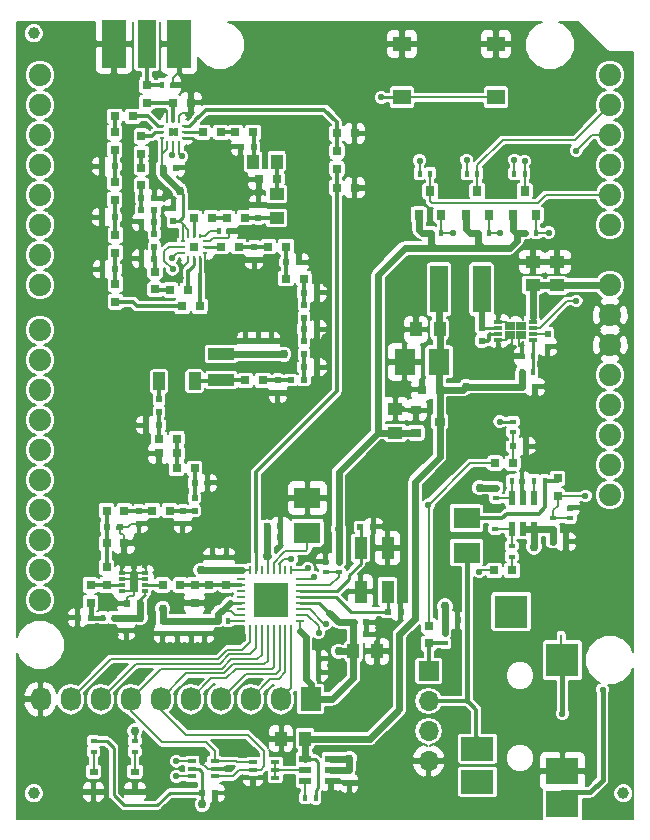
<source format=gtl>
G04 #@! TF.FileFunction,Copper,L1,Top,Signal*
%FSLAX46Y46*%
G04 Gerber Fmt 4.6, Leading zero omitted, Abs format (unit mm)*
G04 Created by KiCad (PCBNEW 4.0.6) date 10/15/17 15:06:51*
%MOMM*%
%LPD*%
G01*
G04 APERTURE LIST*
%ADD10C,0.150000*%
%ADD11C,0.838200*%
%ADD12R,0.400000X0.600000*%
%ADD13R,0.200000X0.440000*%
%ADD14R,0.440000X0.200000*%
%ADD15R,0.380000X0.380000*%
%ADD16R,2.800000X2.000000*%
%ADD17R,2.800000X2.200000*%
%ADD18R,2.800000X2.800000*%
%ADD19R,0.254000X0.762000*%
%ADD20R,0.762000X0.254000*%
%ADD21R,2.999740X2.999740*%
%ADD22R,0.548640X1.198880*%
%ADD23R,1.550000X1.300000*%
%ADD24R,1.727200X2.032000*%
%ADD25O,1.727200X2.032000*%
%ADD26R,0.800000X0.750000*%
%ADD27R,1.000760X1.501140*%
%ADD28R,1.998980X2.999740*%
%ADD29R,0.600000X0.500000*%
%ADD30R,0.500000X0.600000*%
%ADD31R,0.750000X0.800000*%
%ADD32R,0.600000X0.400000*%
%ADD33R,1.000000X0.600000*%
%ADD34R,0.700000X0.420000*%
%ADD35R,0.749300X0.398780*%
%ADD36R,1.250000X1.000000*%
%ADD37R,1.000000X1.250000*%
%ADD38C,0.998220*%
%ADD39R,2.230000X1.800000*%
%ADD40R,0.500000X0.300000*%
%ADD41R,0.800000X0.880000*%
%ADD42R,1.800000X2.230000*%
%ADD43R,1.500000X4.000000*%
%ADD44R,0.750000X0.300000*%
%ADD45R,0.875000X0.725000*%
%ADD46R,0.800000X0.600000*%
%ADD47R,1.700000X1.700000*%
%ADD48O,1.700000X1.700000*%
%ADD49R,0.800000X0.900000*%
%ADD50R,0.900000X0.800000*%
%ADD51R,1.099820X1.899920*%
%ADD52R,2.200000X1.000000*%
%ADD53C,1.879600*%
%ADD54R,2.000000X4.064000*%
%ADD55R,1.524000X4.064000*%
%ADD56C,0.558800*%
%ADD57C,0.750000*%
%ADD58C,0.175260*%
%ADD59C,0.599440*%
%ADD60C,0.203200*%
%ADD61C,0.248920*%
%ADD62C,0.226060*%
%ADD63C,0.200660*%
%ADD64C,0.330000*%
%ADD65C,0.314960*%
%ADD66C,0.398780*%
%ADD67C,0.149860*%
%ADD68C,0.500000*%
%ADD69C,0.200000*%
G04 APERTURE END LIST*
D10*
D11*
X27650000Y-6370000D03*
X16150000Y-2720000D03*
X13050000Y-2720000D03*
X22850000Y20430000D03*
X31850000Y22680000D03*
X34700000Y22730000D03*
X50850000Y39280000D03*
X46450000Y45830000D03*
X41300000Y45930000D03*
X37400000Y45980000D03*
X45700000Y51180000D03*
X45700000Y54180000D03*
X38400000Y50380000D03*
X43400000Y50380000D03*
X14300000Y37430000D03*
X12620000Y51330000D03*
X38300000Y-7170000D03*
X43100000Y-7220000D03*
X35600000Y-6320000D03*
X22800000Y41280000D03*
X20700000Y41330000D03*
X21450000Y36780000D03*
X23750000Y35680000D03*
X22000000Y38580000D03*
X19600000Y38830000D03*
X21200000Y34130000D03*
X19900000Y35330000D03*
X17350000Y35030000D03*
X18400000Y36680000D03*
X23700000Y33630000D03*
X23400000Y32280000D03*
X18900000Y32630000D03*
X17700000Y32580000D03*
X22200000Y29930000D03*
X20000000Y29930000D03*
X14150000Y28380000D03*
X14150000Y29830000D03*
X14150000Y31480000D03*
X14200000Y33530000D03*
X16050000Y31480000D03*
X12300000Y31480000D03*
X16050000Y33480000D03*
X12300000Y33480000D03*
X19550000Y20480000D03*
X24800000Y20730000D03*
X27300000Y22230000D03*
X29800000Y24730000D03*
X31050000Y3980000D03*
X36300000Y10730000D03*
X45300000Y13730000D03*
X48800000Y11230000D03*
X48800000Y8230000D03*
X42050000Y37230000D03*
X45300000Y39980000D03*
X42300000Y35480000D03*
X40800000Y29480000D03*
X43300000Y26480000D03*
X40550000Y26480000D03*
X37800000Y26480000D03*
X32300000Y32480000D03*
X32800000Y27980000D03*
X34300000Y34980000D03*
X38550000Y33230000D03*
X38550000Y30230000D03*
X38300000Y37980000D03*
X38300000Y34980000D03*
X32300000Y35980000D03*
X31300000Y39980000D03*
X33300000Y41230000D03*
X33300000Y38230000D03*
X26350000Y48780000D03*
X26350000Y46030000D03*
X26600000Y42530000D03*
X29050000Y40230000D03*
X32050000Y44230000D03*
X32050000Y47230000D03*
X32050000Y49730000D03*
X26850000Y39530000D03*
X28800000Y37730000D03*
X26800000Y30830000D03*
X26850000Y37030000D03*
X26800000Y32330000D03*
X28800000Y32980000D03*
X28800000Y35980000D03*
X28800000Y30480000D03*
X28800000Y27480000D03*
X24300000Y25980000D03*
X26550000Y27980000D03*
X26800000Y25230000D03*
X24550000Y23230000D03*
X22050000Y26230000D03*
X22050000Y24230000D03*
X19800000Y17230000D03*
X21800000Y18230000D03*
X19300000Y15230000D03*
X15800000Y16730000D03*
X16000000Y13730000D03*
X16800000Y9730000D03*
X16300000Y6230000D03*
X17800000Y7230000D03*
X8800000Y-270000D03*
X21800000Y230000D03*
X16300000Y230000D03*
X26800000Y6730000D03*
X29800000Y2230000D03*
X31300000Y730000D03*
X27500000Y4730000D03*
X33300000Y11730000D03*
X36300000Y14230000D03*
X36300000Y17230000D03*
X38750000Y19730000D03*
X36300000Y20230000D03*
X41300000Y23730000D03*
X38800000Y23730000D03*
X29300000Y17730000D03*
X29300000Y20730000D03*
X45800000Y26730000D03*
X44300000Y22230000D03*
X44300000Y25230000D03*
X32800000Y20730000D03*
X32800000Y17730000D03*
X50800000Y10230000D03*
X50800000Y13230000D03*
X40800000Y2730000D03*
X40800000Y5730000D03*
X51800000Y1230000D03*
X51800000Y-1770000D03*
X49300000Y-1770000D03*
X49300000Y1230000D03*
X21800000Y-7770000D03*
X14300000Y-7770000D03*
X12300000Y-5770000D03*
X18800000Y-2270000D03*
X30800000Y-3270000D03*
X30800000Y-6270000D03*
X2800000Y-4270000D03*
X2800000Y-1270000D03*
X4290000Y13980000D03*
X4320000Y11400000D03*
X4300000Y26230000D03*
X4300000Y23230000D03*
X4300000Y16230000D03*
X4300000Y19230000D03*
X4300000Y33730000D03*
X4300000Y30730000D03*
X4300000Y37730000D03*
X4300000Y40730000D03*
X11300000Y6730000D03*
X8800000Y7230000D03*
X8300000Y10230000D03*
X12800000Y12730000D03*
X9300000Y13730000D03*
X10800000Y15230000D03*
X13300000Y15730000D03*
X17300000Y18730000D03*
X17800000Y21230000D03*
X19800000Y22730000D03*
X16800000Y22730000D03*
X16800000Y24730000D03*
X19800000Y24730000D03*
X19800000Y26730000D03*
X16800000Y26730000D03*
X14300000Y26730000D03*
X12800000Y21230000D03*
X14300000Y19730000D03*
X10300000Y31230000D03*
X10300000Y34230000D03*
X10300000Y27730000D03*
X10300000Y24730000D03*
X10300000Y18730000D03*
X10300000Y21730000D03*
X7300000Y21730000D03*
X7300000Y18730000D03*
X7300000Y24730000D03*
X7300000Y27730000D03*
X7300000Y34230000D03*
X7300000Y31230000D03*
X10050000Y50030000D03*
X12150000Y47780000D03*
X13350000Y44480000D03*
X13450000Y40930000D03*
X15600000Y43780000D03*
X17100000Y37780000D03*
X10100000Y42280000D03*
X10100000Y40280000D03*
X10100000Y37780000D03*
X10100000Y36280000D03*
X6600000Y38280000D03*
X7100000Y43780000D03*
X7100000Y40780000D03*
X5600000Y45780000D03*
X10100000Y44280000D03*
X10100000Y47280000D03*
X7100000Y51280000D03*
X7100000Y48280000D03*
X18100000Y45280000D03*
X19600000Y44280000D03*
X16050000Y45830000D03*
X18100000Y47280000D03*
X16100000Y47280000D03*
X22100000Y49780000D03*
X9100000Y53780000D03*
X16600000Y53780000D03*
X24600000Y44780000D03*
X24600000Y41780000D03*
X29100000Y46280000D03*
X29100000Y43280000D03*
X29100000Y51280000D03*
X29100000Y48280000D03*
X24600000Y49780000D03*
X24600000Y46780000D03*
X36600000Y57780000D03*
X36600000Y54780000D03*
X26600000Y54780000D03*
X26600000Y57780000D03*
X21600000Y57780000D03*
X21600000Y54780000D03*
X5600000Y54780000D03*
X5600000Y57780000D03*
D12*
X43600000Y46280000D03*
X42700000Y46280000D03*
D13*
X16100000Y41010000D03*
X15600000Y41010000D03*
X15100000Y41010000D03*
D14*
X14670000Y40580000D03*
X14670000Y40080000D03*
X14670000Y39580000D03*
D13*
X15100000Y39150000D03*
X15600000Y39150000D03*
X16100000Y39150000D03*
D14*
X16530000Y39580000D03*
X16530000Y40080000D03*
X16530000Y40580000D03*
D15*
X15410000Y39890000D03*
X15790000Y39890000D03*
X15410000Y40270000D03*
X15790000Y40270000D03*
D16*
X39600000Y-5220000D03*
X39600000Y-2420000D03*
D17*
X46800000Y-4320000D03*
X46800000Y-7120000D03*
D18*
X46800000Y5080000D03*
X42450000Y9180000D03*
D19*
X23349680Y7680640D03*
X22849300Y7680640D03*
X22348920Y7680640D03*
X23850060Y7680640D03*
D20*
X24599360Y8429940D03*
X24599360Y8930320D03*
X24599360Y9430700D03*
X24599360Y9931080D03*
X24599360Y10428920D03*
X24599360Y10929300D03*
X24599360Y11429680D03*
X24599360Y11930060D03*
D19*
X20349940Y12679360D03*
X23850060Y12679360D03*
X23349680Y12679360D03*
X22849300Y12679360D03*
X22348920Y12679360D03*
X21851080Y12679360D03*
X21350700Y12679360D03*
X20850320Y12679360D03*
D20*
X19600640Y11930060D03*
X19600640Y11429680D03*
X19600640Y10929300D03*
X19600640Y10428920D03*
X19600640Y9931080D03*
X19600640Y9430700D03*
X19600640Y8930320D03*
X19600640Y8429940D03*
D19*
X20349940Y7680640D03*
X20850320Y7680640D03*
X21350700Y7680640D03*
X21851080Y7680640D03*
D21*
X22100000Y10180000D03*
D22*
X42510040Y18777940D03*
X43460000Y18777940D03*
X44409960Y18777940D03*
X44409960Y16182060D03*
X43460000Y16182060D03*
X42510040Y16182060D03*
D23*
X41175000Y52730000D03*
X33225000Y52730000D03*
X33225000Y57230000D03*
X41175000Y57230000D03*
D24*
X25480000Y1780000D03*
D25*
X22940000Y1780000D03*
X20400000Y1780000D03*
X17860000Y1780000D03*
X15320000Y1780000D03*
X12780000Y1780000D03*
X10240000Y1780000D03*
X7700000Y1780000D03*
X5160000Y1780000D03*
X2620000Y1780000D03*
D26*
X36400000Y27980000D03*
X34900000Y27980000D03*
D27*
X12648860Y28678340D03*
X14150000Y28678340D03*
X15651140Y28678340D03*
D28*
X14150000Y31629820D03*
D10*
G36*
X15150760Y30155350D02*
X14650380Y29406050D01*
X13649620Y29406050D01*
X13149240Y30155350D01*
X15150760Y30155350D01*
X15150760Y30155350D01*
G37*
D29*
X25060000Y5190000D03*
X26160000Y5190000D03*
X25060000Y4040000D03*
X26160000Y4040000D03*
D30*
X16500000Y8430000D03*
X16500000Y7330000D03*
X15360000Y8430000D03*
X15360000Y7330000D03*
D29*
X29100000Y8280000D03*
X30200000Y8280000D03*
X29100000Y7280000D03*
X30200000Y7280000D03*
D30*
X14190000Y8430000D03*
X14190000Y7330000D03*
X12950000Y8430000D03*
X12950000Y7330000D03*
D29*
X32000000Y9180000D03*
X33100000Y9180000D03*
X29700000Y16380000D03*
X30800000Y16380000D03*
X21820000Y15510000D03*
X22920000Y15510000D03*
X21820000Y16460000D03*
X22920000Y16460000D03*
D30*
X18320000Y12680000D03*
X18320000Y13780000D03*
X17180000Y12680000D03*
X17180000Y13780000D03*
X28750000Y-4220000D03*
X28750000Y-5320000D03*
D29*
X17400000Y-6170000D03*
X16300000Y-6170000D03*
D31*
X11610000Y52280000D03*
X11610000Y53780000D03*
D26*
X16100000Y35030000D03*
X14600000Y35030000D03*
X15100000Y36430000D03*
X13600000Y36430000D03*
X15600000Y42530000D03*
X17100000Y42530000D03*
D29*
X12950000Y46780000D03*
X14050000Y46780000D03*
D30*
X13850000Y42230000D03*
X13850000Y43330000D03*
X39950000Y32120000D03*
X39950000Y33220000D03*
X21050000Y30980000D03*
X21050000Y32080000D03*
D29*
X47100000Y15120000D03*
X46000000Y15120000D03*
D26*
X41100000Y21780000D03*
X42600000Y21780000D03*
D29*
X43700000Y23180000D03*
X42600000Y23180000D03*
X37930000Y8450000D03*
X36830000Y8450000D03*
X12250000Y39080000D03*
X11150000Y39080000D03*
X8900000Y42580000D03*
X7800000Y42580000D03*
X12250000Y42180000D03*
X11150000Y42180000D03*
D31*
X35460000Y8000000D03*
X35460000Y6500000D03*
D12*
X18500000Y8430000D03*
X17600000Y8430000D03*
D32*
X41180000Y19690000D03*
X41180000Y18790000D03*
X41100000Y16180000D03*
X41100000Y17080000D03*
D12*
X44410000Y20260000D03*
X45310000Y20260000D03*
D32*
X42600000Y24380000D03*
X42600000Y25280000D03*
X46000000Y17080000D03*
X46000000Y16180000D03*
X47430000Y17090000D03*
X47430000Y17990000D03*
X36830000Y7410000D03*
X36830000Y6510000D03*
D12*
X39600000Y46280000D03*
X38700000Y46280000D03*
D14*
X12920000Y50280000D03*
X12920000Y49780000D03*
X12920000Y49280000D03*
D13*
X13350000Y48850000D03*
X13850000Y48850000D03*
X14350000Y48850000D03*
D14*
X14780000Y49280000D03*
X14780000Y49780000D03*
X14780000Y50280000D03*
D13*
X14350000Y50710000D03*
X13850000Y50710000D03*
X13350000Y50710000D03*
D15*
X14040000Y49590000D03*
X14040000Y49970000D03*
X13660000Y49590000D03*
X13660000Y49970000D03*
D33*
X27200000Y-5170000D03*
X27200000Y-4220000D03*
X27200000Y-3270000D03*
X25000000Y-3270000D03*
X25000000Y-4220000D03*
X25000000Y-5170000D03*
D12*
X25900000Y-6570000D03*
X25000000Y-6570000D03*
X18600000Y41430000D03*
X17700000Y41430000D03*
D32*
X42520000Y13850000D03*
X42520000Y14750000D03*
D12*
X42500000Y20230000D03*
X43400000Y20230000D03*
D34*
X20600000Y-3570000D03*
X20600000Y-4220000D03*
X20600000Y-4870000D03*
X22500000Y-4870000D03*
X22500000Y-4220000D03*
X22500000Y-3570000D03*
D30*
X21050000Y42530000D03*
X21050000Y43630000D03*
D35*
X17349960Y-4770240D03*
X17349960Y-4120000D03*
X17349960Y-3469760D03*
X15450040Y-3469760D03*
X15450040Y-4120000D03*
X15450040Y-4770240D03*
D26*
X22600000Y45780000D03*
X21100000Y45780000D03*
X10400000Y51130000D03*
X8900000Y51130000D03*
D31*
X8200000Y12930000D03*
X8200000Y11430000D03*
X8950000Y36930000D03*
X8950000Y35430000D03*
X12300000Y37980000D03*
X12300000Y36480000D03*
X8950000Y41080000D03*
X8950000Y39580000D03*
X8900000Y45530000D03*
X8900000Y44030000D03*
X8900000Y49780000D03*
X8900000Y48280000D03*
X11150000Y46780000D03*
X11150000Y45280000D03*
D30*
X19950000Y30980000D03*
X19950000Y32080000D03*
X20700000Y40080000D03*
X20700000Y38980000D03*
X22150000Y30980000D03*
X22150000Y32080000D03*
D29*
X8950000Y38180000D03*
X7850000Y38180000D03*
X8900000Y46880000D03*
X7800000Y46880000D03*
X11150000Y44180000D03*
X12250000Y44180000D03*
X20650000Y48530000D03*
X19550000Y48530000D03*
D31*
X11150000Y49430000D03*
X11150000Y47930000D03*
D26*
X16350000Y49780000D03*
X17850000Y49780000D03*
X12950000Y11430000D03*
X14450000Y11430000D03*
D29*
X24900000Y29880000D03*
X26000000Y29880000D03*
X6850000Y8680000D03*
X5750000Y8680000D03*
D30*
X9850000Y8680000D03*
X9850000Y7580000D03*
X12250000Y41180000D03*
X12250000Y40080000D03*
D36*
X22600000Y44530000D03*
X22600000Y42530000D03*
D29*
X11150000Y43180000D03*
X12250000Y43180000D03*
D37*
X20600000Y47280000D03*
X22600000Y47280000D03*
D29*
X11050000Y9880000D03*
X9950000Y9880000D03*
D12*
X7900000Y8680000D03*
X8800000Y8680000D03*
D38*
X51960000Y-6190000D03*
X2050000Y58160000D03*
D39*
X25200000Y18790000D03*
X25200000Y15870000D03*
D40*
X11450000Y10930000D03*
X11450000Y11430000D03*
X11450000Y11930000D03*
X11450000Y12430000D03*
X9550000Y12430000D03*
X9550000Y11930000D03*
X9550000Y11430000D03*
X9550000Y10930000D03*
D41*
X10500000Y12120000D03*
X10500000Y11240000D03*
D31*
X27700000Y46680000D03*
X27700000Y48180000D03*
D26*
X27700000Y49680000D03*
X29200000Y49680000D03*
X27700000Y45080000D03*
X29200000Y45080000D03*
X15350000Y52280000D03*
X13850000Y52280000D03*
X9700000Y14980000D03*
X8200000Y14980000D03*
D12*
X12910000Y53780000D03*
X13810000Y53780000D03*
D30*
X45560000Y32720000D03*
X45560000Y31620000D03*
D29*
X44480000Y28230000D03*
X43380000Y28230000D03*
D42*
X33440000Y30330000D03*
X36360000Y30330000D03*
D12*
X43380000Y29470000D03*
X44280000Y29470000D03*
X44280000Y30810000D03*
X43380000Y30810000D03*
D36*
X46360000Y36810000D03*
X46360000Y38810000D03*
X44280000Y36810000D03*
X44280000Y38810000D03*
D37*
X34400000Y33080000D03*
X36400000Y33080000D03*
D43*
X39950000Y36480000D03*
X36350000Y36480000D03*
D36*
X32650000Y26330000D03*
X32650000Y24330000D03*
D31*
X6850000Y11430000D03*
X6850000Y9930000D03*
D26*
X19900000Y42530000D03*
X18400000Y42530000D03*
X19100000Y49780000D03*
X20600000Y49780000D03*
D37*
X31100000Y5830000D03*
X29100000Y5830000D03*
X23000000Y-1570000D03*
X25000000Y-1570000D03*
D44*
X44280000Y32220000D03*
X44280000Y32720000D03*
X44280000Y33220000D03*
X44280000Y33720000D03*
X41380000Y33720000D03*
X41380000Y33220000D03*
X41380000Y32720000D03*
X41380000Y32220000D03*
D45*
X42392500Y33332500D03*
X42392500Y32607500D03*
X43267500Y33332500D03*
X43267500Y32607500D03*
D26*
X16850000Y11430000D03*
X18350000Y11430000D03*
D31*
X15650000Y9930000D03*
X15650000Y11430000D03*
D12*
X36550000Y41280000D03*
X35650000Y41280000D03*
D32*
X27875000Y12530000D03*
X27875000Y13430000D03*
D12*
X40550000Y41280000D03*
X39650000Y41280000D03*
X44550000Y41280000D03*
X43650000Y41280000D03*
X35600000Y46280000D03*
X34700000Y46280000D03*
D32*
X26750000Y12530000D03*
X26750000Y13430000D03*
D46*
X10600000Y-6070000D03*
X10600000Y-4370000D03*
X7100000Y-6070000D03*
X7100000Y-4370000D03*
D32*
X10600000Y-1770000D03*
X10600000Y-2670000D03*
X7100000Y-1770000D03*
X7100000Y-2670000D03*
D26*
X14150000Y22580000D03*
X12650000Y22580000D03*
D29*
X24900000Y36180000D03*
X26000000Y36180000D03*
D30*
X15650000Y17730000D03*
X15650000Y18830000D03*
X24900000Y32080000D03*
X24900000Y30980000D03*
X12650000Y26080000D03*
X12650000Y27180000D03*
D26*
X21900000Y40080000D03*
X23400000Y40080000D03*
D30*
X10950000Y17730000D03*
X10950000Y16630000D03*
D29*
X15650000Y20080000D03*
X16750000Y20080000D03*
D47*
X35470000Y4165000D03*
D48*
X35470000Y1625000D03*
X35470000Y-915000D03*
X35470000Y-3455000D03*
D49*
X34650000Y42780000D03*
X36550000Y42780000D03*
X35600000Y44780000D03*
X38650000Y42780000D03*
X40550000Y42780000D03*
X39600000Y44780000D03*
X42650000Y42780000D03*
X44550000Y42780000D03*
X43600000Y44780000D03*
D50*
X34400000Y26230000D03*
X34400000Y24330000D03*
X36400000Y25280000D03*
D51*
X31998080Y10880880D03*
X31998080Y14579120D03*
X29701920Y14579120D03*
X29701920Y10880880D03*
D30*
X14650000Y17730000D03*
X14650000Y16630000D03*
D29*
X24900000Y33080000D03*
X26000000Y33080000D03*
D31*
X46390000Y20460000D03*
X46390000Y18960000D03*
D29*
X12650000Y24980000D03*
X11550000Y24980000D03*
D26*
X41020000Y12680000D03*
X42520000Y12680000D03*
D29*
X8200000Y16330000D03*
X9300000Y16330000D03*
D30*
X22700000Y28780000D03*
X22700000Y27680000D03*
D39*
X38680000Y14190000D03*
X38680000Y17110000D03*
D26*
X12050000Y17730000D03*
X13550000Y17730000D03*
X15650000Y21330000D03*
X14150000Y21330000D03*
X14150000Y23830000D03*
X12650000Y23830000D03*
D30*
X24900000Y35180000D03*
X24900000Y34080000D03*
D26*
X8200000Y17730000D03*
X9700000Y17730000D03*
X23400000Y37380000D03*
X24900000Y37380000D03*
D52*
X17900000Y28780000D03*
X17900000Y30980000D03*
D26*
X21450000Y28780000D03*
X19950000Y28780000D03*
D29*
X24900000Y28780000D03*
X23800000Y28780000D03*
D38*
X2050000Y-6190000D03*
D26*
X19400000Y40080000D03*
X17900000Y40080000D03*
D11*
X46600000Y41530000D03*
D53*
X50830000Y26680000D03*
X50830000Y29220000D03*
X50830000Y41920000D03*
X50830000Y44460000D03*
X50830000Y47000000D03*
X50830000Y49540000D03*
X50830000Y52080000D03*
X50830000Y54620000D03*
X2570000Y15250000D03*
X2570000Y49540000D03*
X2570000Y47000000D03*
X2570000Y44460000D03*
X2570000Y41920000D03*
X2570000Y39380000D03*
X2570000Y36840000D03*
X2570000Y33030000D03*
X2570000Y30490000D03*
X2570000Y27950000D03*
X2570000Y25410000D03*
X2570000Y22870000D03*
X2570000Y20330000D03*
X50830000Y31760000D03*
X50830000Y34300000D03*
X2570000Y17790000D03*
X50830000Y24140000D03*
X2570000Y54620000D03*
X2570000Y52080000D03*
X50830000Y36840000D03*
X2570000Y12710000D03*
X2570000Y10170000D03*
X50830000Y21600000D03*
X50830000Y19060000D03*
D54*
X8838000Y57240000D03*
X14362000Y57240000D03*
D55*
X11600000Y57240000D03*
D29*
X23400000Y38760000D03*
X24500000Y38760000D03*
D56*
X10500000Y11240000D03*
X10500000Y12120000D03*
X13850000Y49780000D03*
X15600000Y40080000D03*
X22890000Y9480000D03*
X22690000Y14550000D03*
X43155000Y33332500D03*
X43155000Y32607500D03*
X42505000Y33332500D03*
X41310000Y30560000D03*
X42505000Y32607500D03*
X22880000Y10970000D03*
X21370000Y10870000D03*
X21370000Y9420000D03*
D57*
X39800000Y19680000D03*
X27850000Y5830000D03*
X16300000Y-7120000D03*
X27850000Y16180000D03*
X44400000Y14655000D03*
X12950000Y9430000D03*
X21820000Y13930000D03*
X16200000Y12680000D03*
X36850000Y9680000D03*
X10600000Y-920000D03*
X23200000Y30980000D03*
X11050000Y8680000D03*
X28750000Y-3270000D03*
D56*
X50200000Y2580000D03*
X46800000Y530000D03*
X31450000Y52730000D03*
X48750000Y18980000D03*
X41500000Y25280000D03*
D57*
X38650000Y28230000D03*
X14400000Y44830000D03*
D56*
X43600000Y47330000D03*
X42700000Y47430000D03*
X38700000Y47430000D03*
X34700000Y47380000D03*
X23850000Y13630000D03*
X35450000Y18230000D03*
X39750000Y12580000D03*
X25250000Y12880000D03*
X13800000Y38180000D03*
X13700000Y39130000D03*
X37550000Y41280000D03*
X25800000Y12080000D03*
X41500000Y41280000D03*
X26750000Y8180000D03*
X26150000Y7380000D03*
X45650000Y41280000D03*
X47960000Y48190000D03*
X47960000Y35490000D03*
X14100000Y-4770000D03*
X13750000Y47830000D03*
X14100000Y-3470000D03*
X14550000Y47730000D03*
D58*
X44280000Y33720000D02*
X44280000Y34170000D01*
D59*
X44280000Y34170000D02*
X44280000Y36810000D01*
X46360000Y36810000D02*
X44280000Y36810000D01*
X50800000Y36830000D02*
X46380000Y36830000D01*
X46380000Y36830000D02*
X46360000Y36810000D01*
X50800000Y36830000D02*
X50775000Y36855000D01*
D60*
X13810000Y53780000D02*
X13810000Y54360000D01*
X14362000Y54912000D02*
X14362000Y57240000D01*
X13810000Y54360000D02*
X14362000Y54912000D01*
X13810000Y53780000D02*
X16600000Y53780000D01*
D58*
X16530000Y40580000D02*
X17000000Y40580000D01*
X18600000Y40880000D02*
X18600000Y41430000D01*
X18500000Y40780000D02*
X18600000Y40880000D01*
X17200000Y40780000D02*
X18500000Y40780000D01*
X17000000Y40580000D02*
X17200000Y40780000D01*
X9950000Y9880000D02*
X9950000Y10380000D01*
X10500000Y10630000D02*
X10500000Y11240000D01*
X10400000Y10530000D02*
X10500000Y10630000D01*
X10100000Y10530000D02*
X10400000Y10530000D01*
X9950000Y10380000D02*
X10100000Y10530000D01*
X9550000Y10930000D02*
X10190000Y10930000D01*
X10190000Y10930000D02*
X10500000Y11240000D01*
X9550000Y11930000D02*
X10310000Y11930000D01*
X10310000Y11930000D02*
X10500000Y12120000D01*
X11450000Y11930000D02*
X10690000Y11930000D01*
X10690000Y11930000D02*
X10500000Y12120000D01*
X11450000Y12430000D02*
X10810000Y12430000D01*
X10810000Y12430000D02*
X10500000Y12120000D01*
X9550000Y12430000D02*
X10190000Y12430000D01*
X10190000Y12430000D02*
X10500000Y12120000D01*
X16350000Y54030000D02*
X16600000Y53780000D01*
X9300000Y16330000D02*
X9300000Y15830000D01*
X9700000Y15630000D02*
X9700000Y14980000D01*
X9600000Y15730000D02*
X9700000Y15630000D01*
X9400000Y15730000D02*
X9600000Y15730000D01*
X9300000Y15830000D02*
X9400000Y15730000D01*
X9300000Y16330000D02*
X10000000Y16330000D01*
X10300000Y16630000D02*
X10950000Y16630000D01*
X10000000Y16330000D02*
X10300000Y16630000D01*
X17349960Y-4120000D02*
X16750000Y-4120000D01*
X16150000Y-3520000D02*
X16150000Y-2720000D01*
X16750000Y-4120000D02*
X16150000Y-3520000D01*
X13850000Y49780000D02*
X14040000Y49590000D01*
X15600000Y40080000D02*
X15790000Y39890000D01*
X15100000Y39150000D02*
X15100000Y38780000D01*
X14600000Y37730000D02*
X14300000Y37430000D01*
X14600000Y38280000D02*
X14600000Y37730000D01*
X15100000Y38780000D02*
X14600000Y38280000D01*
X16530000Y39580000D02*
X16530000Y38350000D01*
X16530000Y38350000D02*
X17100000Y37780000D01*
X14780000Y49280000D02*
X15350000Y49280000D01*
X16100000Y48530000D02*
X16100000Y47280000D01*
X15350000Y49280000D02*
X16100000Y48530000D01*
X13350000Y50710000D02*
X13350000Y51380000D01*
X13250000Y51480000D02*
X12550000Y51480000D01*
X13350000Y51380000D02*
X13250000Y51480000D01*
X14350000Y50710000D02*
X14350000Y51180000D01*
X15350000Y51680000D02*
X15350000Y52280000D01*
X15100000Y51430000D02*
X15350000Y51680000D01*
X14600000Y51430000D02*
X15100000Y51430000D01*
X14350000Y51180000D02*
X14600000Y51430000D01*
D61*
X47430000Y17990000D02*
X47430000Y18035000D01*
D60*
X44280000Y38810000D02*
X43795000Y38810000D01*
X12900000Y7380000D02*
X12950000Y7330000D01*
X23349680Y11429680D02*
X22100000Y10180000D01*
X22890000Y9480000D02*
X22190000Y10180000D01*
X22190000Y10180000D02*
X22100000Y10180000D01*
X22920000Y15510000D02*
X22920000Y14780000D01*
X22920000Y14780000D02*
X22690000Y14550000D01*
X22920000Y16460000D02*
X22920000Y15510000D01*
X22930000Y16470000D02*
X22920000Y16460000D01*
X43380000Y30810000D02*
X43380000Y31560000D01*
X43155000Y31785000D02*
X43155000Y32607500D01*
X43380000Y31560000D02*
X43155000Y31785000D01*
X41310000Y30560000D02*
X42505000Y31755000D01*
X42505000Y31755000D02*
X42505000Y32607500D01*
X41380000Y32220000D02*
X42005000Y32220000D01*
X42005000Y32220000D02*
X42392500Y32607500D01*
X43380000Y32495000D02*
X43267500Y32607500D01*
X41380000Y33720000D02*
X42005000Y33720000D01*
X42005000Y33720000D02*
X42392500Y33332500D01*
X22880000Y10970000D02*
X21370000Y10970000D01*
X21370000Y10970000D02*
X21370000Y10870000D01*
X21370000Y9420000D02*
X21370000Y10770000D01*
D59*
X39800000Y19680000D02*
X41170000Y19680000D01*
X41170000Y19680000D02*
X41180000Y19690000D01*
X27850000Y5830000D02*
X29100000Y5830000D01*
X29100000Y5830000D02*
X29100000Y3580000D01*
X29100000Y3580000D02*
X27300000Y1780000D01*
X27300000Y1780000D02*
X25480000Y1780000D01*
X29100000Y7280000D02*
X29100000Y5830000D01*
X29100000Y8280000D02*
X29100000Y7280000D01*
X29110000Y8280000D02*
X27860000Y8280000D01*
X27860000Y8280000D02*
X27050000Y9090000D01*
D62*
X26208920Y9931080D02*
X24599360Y9931080D01*
X26208920Y9931080D02*
X27050000Y9090000D01*
D61*
X16300000Y-6170000D02*
X16300000Y-7120000D01*
D59*
X31200000Y24330000D02*
X31200000Y37730000D01*
X33450000Y39980000D02*
X35950000Y39980000D01*
X31200000Y37730000D02*
X33450000Y39980000D01*
X27850000Y16180000D02*
X27850000Y20980000D01*
X31200000Y24330000D02*
X32650000Y24330000D01*
X27850000Y20980000D02*
X31200000Y24330000D01*
X27875000Y13430000D02*
X27875000Y16155000D01*
X27875000Y16155000D02*
X27850000Y16180000D01*
X39650000Y41280000D02*
X39650000Y40380000D01*
X39650000Y40380000D02*
X40050000Y39980000D01*
X42950000Y41280000D02*
X42950000Y40580000D01*
X42950000Y40580000D02*
X42350000Y39980000D01*
X42350000Y39980000D02*
X40050000Y39980000D01*
X35650000Y40280000D02*
X35650000Y41280000D01*
X35950000Y39980000D02*
X35650000Y40280000D01*
X40050000Y39980000D02*
X35950000Y39980000D01*
X43650000Y41280000D02*
X42950000Y41280000D01*
X42950000Y41280000D02*
X42900000Y41280000D01*
X42650000Y41530000D02*
X42650000Y42780000D01*
X42900000Y41280000D02*
X42650000Y41530000D01*
X39650000Y41280000D02*
X38950000Y41280000D01*
X38650000Y41580000D02*
X38650000Y42780000D01*
X38950000Y41280000D02*
X38650000Y41580000D01*
X35650000Y41280000D02*
X34900000Y41280000D01*
X34900000Y41280000D02*
X34650000Y41530000D01*
X34650000Y41530000D02*
X34650000Y42780000D01*
D61*
X15450040Y-4120000D02*
X16050000Y-4120000D01*
X16300000Y-4370000D02*
X16300000Y-6170000D01*
X16050000Y-4120000D02*
X16300000Y-4370000D01*
X16300000Y-6170000D02*
X13550000Y-6170000D01*
X8200000Y-1770000D02*
X7100000Y-1770000D01*
X8800000Y-2370000D02*
X8200000Y-1770000D01*
X8800000Y-6370000D02*
X8800000Y-2370000D01*
X9650000Y-7220000D02*
X8800000Y-6370000D01*
X12500000Y-7220000D02*
X9650000Y-7220000D01*
X13550000Y-6170000D02*
X12500000Y-7220000D01*
D59*
X34400000Y24330000D02*
X32650000Y24330000D01*
X25060000Y4040000D02*
X25060000Y3470000D01*
X25480000Y3050000D02*
X25480000Y1780000D01*
X25060000Y3470000D02*
X25480000Y3050000D01*
X44409960Y16182060D02*
X44409960Y14664960D01*
X44409960Y14664960D02*
X44400000Y14655000D01*
X46000000Y16180000D02*
X46000000Y15120000D01*
X44409960Y16182060D02*
X45997940Y16182060D01*
X45997940Y16182060D02*
X46000000Y16180000D01*
X43460000Y16182060D02*
X44409960Y16182060D01*
X12950000Y9430000D02*
X12950000Y8430000D01*
X25060000Y5190000D02*
X25060000Y4040000D01*
D63*
X24599360Y7510640D02*
X24599360Y8429940D01*
D59*
X21820000Y13930000D02*
X21851080Y13898920D01*
X21820000Y16460000D02*
X21825000Y16465000D01*
X21820000Y15510000D02*
X21820000Y16460000D01*
X21851080Y13898920D02*
X21820000Y13930000D01*
X21820000Y13930000D02*
X21820000Y15510000D01*
D63*
X21851080Y12679360D02*
X21851080Y13898920D01*
D59*
X16500000Y8430000D02*
X15360000Y8430000D01*
X15360000Y8430000D02*
X14190000Y8430000D01*
X14190000Y8430000D02*
X12950000Y8430000D01*
D63*
X19600640Y8930320D02*
X19049680Y8930320D01*
D59*
X17600000Y8970000D02*
X17600000Y8430000D01*
X17880000Y9250000D02*
X17600000Y8970000D01*
D63*
X19049680Y8930320D02*
X18730000Y9250000D01*
X18730000Y9250000D02*
X17880000Y9250000D01*
D59*
X17180000Y12680000D02*
X18320000Y12680000D01*
D63*
X19710000Y12680000D02*
X19710640Y12679360D01*
X19710640Y12679360D02*
X20349940Y12679360D01*
D59*
X18320000Y12680000D02*
X19710000Y12680000D01*
X17180000Y12680000D02*
X16200000Y12680000D01*
X16500000Y8430000D02*
X17600000Y8430000D01*
X18676080Y9931080D02*
X17995000Y9250000D01*
D62*
X17995000Y9250000D02*
X17880000Y9250000D01*
X19600640Y9931080D02*
X18676080Y9931080D01*
D59*
X25060000Y7050000D02*
X24599360Y7510640D01*
X25060000Y7050000D02*
X25060000Y5190000D01*
X36850000Y8470000D02*
X36850000Y9680000D01*
X36850000Y8470000D02*
X36830000Y8450000D01*
D61*
X10600000Y-1770000D02*
X10600000Y-920000D01*
D58*
X11450000Y10930000D02*
X11450000Y10630000D01*
D61*
X11050000Y10230000D02*
X11050000Y9880000D01*
X11450000Y10630000D02*
X11050000Y10230000D01*
D59*
X23200000Y30980000D02*
X22150000Y30980000D01*
X27200000Y-3270000D02*
X28750000Y-3270000D01*
X28750000Y-4220000D02*
X28750000Y-3270000D01*
X11050000Y8680000D02*
X10800000Y8680000D01*
X27200000Y-4220000D02*
X28750000Y-4220000D01*
X19950000Y30980000D02*
X17900000Y30980000D01*
X21050000Y30980000D02*
X19950000Y30980000D01*
X22150000Y30980000D02*
X21050000Y30980000D01*
X8800000Y8680000D02*
X9850000Y8680000D01*
X9850000Y8680000D02*
X10800000Y8680000D01*
X11050000Y8930000D02*
X11050000Y9880000D01*
X10800000Y8680000D02*
X11050000Y8930000D01*
X36830000Y7410000D02*
X36830000Y8510000D01*
D62*
X32000000Y9180000D02*
X28900000Y9180000D01*
X27651080Y10428920D02*
X24599360Y10428920D01*
X28900000Y9180000D02*
X27651080Y10428920D01*
X32000000Y9180000D02*
X32000000Y10878960D01*
X32000000Y10878960D02*
X31998080Y10880880D01*
X29701920Y14579120D02*
X29701920Y16378080D01*
X29701920Y16378080D02*
X29700000Y16380000D01*
X27399300Y10929300D02*
X27749300Y10929300D01*
X24599360Y10929300D02*
X27399300Y10929300D01*
X29701920Y13231920D02*
X29701920Y14579120D01*
X28750000Y12280000D02*
X29701920Y13231920D01*
X28750000Y11930000D02*
X28750000Y12280000D01*
X27749300Y10929300D02*
X28750000Y11930000D01*
D60*
X23170000Y14160000D02*
X23340000Y14330000D01*
X22348920Y12679360D02*
X22348920Y13338920D01*
X22348920Y13338920D02*
X23170000Y14160000D01*
X25200000Y14480000D02*
X25200000Y15870000D01*
X25050000Y14330000D02*
X25200000Y14480000D01*
X23340000Y14330000D02*
X25050000Y14330000D01*
D64*
X11610000Y53780000D02*
X12910000Y53780000D01*
X11610000Y53780000D02*
X11610000Y57230000D01*
X11610000Y57230000D02*
X11600000Y57240000D01*
D60*
X42600000Y23180000D02*
X42600000Y24380000D01*
X42600000Y21780000D02*
X42600000Y23180000D01*
D65*
X41100000Y17080000D02*
X41720000Y17080000D01*
X45310000Y18010000D02*
X45310000Y20260000D01*
X44780000Y17480000D02*
X45310000Y18010000D01*
X42120000Y17480000D02*
X44780000Y17480000D01*
X41720000Y17080000D02*
X42120000Y17480000D01*
X45310000Y20260000D02*
X46390000Y20260000D01*
X41100000Y17080000D02*
X38710000Y17080000D01*
X38710000Y17080000D02*
X38680000Y17110000D01*
X38710000Y17230000D02*
X38700000Y17240000D01*
D64*
X22700000Y28780000D02*
X23800000Y28780000D01*
X21450000Y28780000D02*
X22700000Y28780000D01*
D66*
X38750000Y1625000D02*
X38750000Y14120000D01*
X38750000Y14120000D02*
X38680000Y14190000D01*
D65*
X39500000Y-1320000D02*
X39500000Y890000D01*
X38765000Y1625000D02*
X38750000Y1625000D01*
X38750000Y1625000D02*
X35470000Y1625000D01*
X39500000Y890000D02*
X38765000Y1625000D01*
X39500000Y-1320000D02*
X39600000Y-1420000D01*
D66*
X50200000Y2580000D02*
X50200000Y1180000D01*
X50200000Y1180000D02*
X50200000Y-5070000D01*
X50200000Y-5070000D02*
X49150000Y-6120000D01*
X46800000Y-6120000D02*
X49150000Y-6120000D01*
D65*
X35470000Y6500000D02*
X35480000Y6510000D01*
X35470000Y4165000D02*
X35470000Y6500000D01*
X35480000Y6510000D02*
X36830000Y6510000D01*
D60*
X46700000Y7205000D02*
X46700000Y5730000D01*
D66*
X46800000Y6080000D02*
X46800000Y530000D01*
D60*
X44409960Y18777940D02*
X44409960Y20259960D01*
X44409960Y20259960D02*
X44410000Y20260000D01*
D61*
X31450000Y52730000D02*
X33225000Y52730000D01*
D60*
X41175000Y52730000D02*
X33225000Y52730000D01*
X42510040Y18777940D02*
X41192060Y18777940D01*
X41192060Y18777940D02*
X41180000Y18790000D01*
X42510040Y18777940D02*
X42510040Y20219960D01*
X42510040Y20219960D02*
X42500000Y20230000D01*
D64*
X24900000Y36180000D02*
X24900000Y37380000D01*
X24900000Y35180000D02*
X24900000Y36180000D01*
D65*
X18350000Y11430000D02*
X19600320Y11430000D01*
X19600320Y11430000D02*
X19600640Y11429680D01*
X15650000Y11430000D02*
X14450000Y11430000D01*
X16850000Y11430000D02*
X15650000Y11430000D01*
X18350000Y11430000D02*
X16850000Y11430000D01*
D60*
X48730000Y18960000D02*
X46390000Y18960000D01*
X48750000Y18980000D02*
X48730000Y18960000D01*
X46000000Y17080000D02*
X46000000Y17780000D01*
X46390000Y18170000D02*
X46390000Y19160000D01*
X46000000Y17780000D02*
X46390000Y18170000D01*
X46000000Y17080000D02*
X47420000Y17080000D01*
X47420000Y17080000D02*
X47430000Y17090000D01*
X23850060Y7680640D02*
X23850060Y2690060D01*
X23850060Y2690060D02*
X22940000Y1780000D01*
X20850320Y6090320D02*
X20321586Y5561586D01*
X20850320Y7680640D02*
X20850320Y6090320D01*
X10687724Y4767724D02*
X7700000Y1780000D01*
X17805428Y4767724D02*
X10687724Y4767724D01*
X18599290Y5561586D02*
X17805428Y4767724D01*
X20321586Y5561586D02*
X18599290Y5561586D01*
X20349940Y6609940D02*
X19705448Y5965448D01*
X20349940Y7680640D02*
X20349940Y6609940D01*
X8551586Y5171586D02*
X5160000Y1780000D01*
X17638142Y5171586D02*
X8551586Y5171586D01*
X18432004Y5965448D02*
X17638142Y5171586D01*
X19705448Y5965448D02*
X18432004Y5965448D01*
D61*
X41500000Y25280000D02*
X42600000Y25280000D01*
D63*
X14670000Y40580000D02*
X14670000Y41960000D01*
X14650000Y41930000D02*
X14650000Y41980000D01*
X14650000Y41940000D02*
X14650000Y41930000D01*
X14670000Y41960000D02*
X14650000Y41940000D01*
X15100000Y41010000D02*
X15100000Y41530000D01*
X14400000Y42230000D02*
X14300000Y42230000D01*
X15100000Y41530000D02*
X14650000Y41980000D01*
X14650000Y41980000D02*
X14400000Y42230000D01*
D67*
X12920000Y47900000D02*
X12920000Y46810000D01*
X13350000Y48330000D02*
X12920000Y47900000D01*
X12920000Y49280000D02*
X12920000Y47900000D01*
D61*
X13850000Y42230000D02*
X14300000Y42230000D01*
X14700000Y44530000D02*
X14400000Y44830000D01*
X14700000Y42630000D02*
X14700000Y44530000D01*
X14300000Y42230000D02*
X14700000Y42630000D01*
D59*
X12950000Y46780000D02*
X12950000Y46280000D01*
X14400000Y44830000D02*
X12950000Y46280000D01*
D67*
X13350000Y48850000D02*
X13350000Y48330000D01*
X12920000Y46810000D02*
X12950000Y46780000D01*
D59*
X25000000Y-1570000D02*
X30500000Y-1570000D01*
X36400000Y22280000D02*
X36400000Y25280000D01*
X34300000Y20180000D02*
X36400000Y22280000D01*
X34300000Y8580000D02*
X34300000Y20180000D01*
X33000000Y7280000D02*
X34300000Y8580000D01*
X33000000Y930000D02*
X33000000Y7280000D01*
X30500000Y-1570000D02*
X33000000Y930000D01*
X25000000Y-3270000D02*
X25000000Y-1570000D01*
D61*
X25000000Y-3270000D02*
X25850000Y-3270000D01*
X25900000Y-5920000D02*
X25900000Y-6570000D01*
X26100000Y-5720000D02*
X25900000Y-5920000D01*
X26100000Y-3520000D02*
X26100000Y-5720000D01*
X25850000Y-3270000D02*
X26100000Y-3520000D01*
D59*
X43380000Y28230000D02*
X38650000Y28230000D01*
X38400000Y27980000D02*
X36400000Y27980000D01*
X38650000Y28230000D02*
X38400000Y27980000D01*
X36400000Y27980000D02*
X36400000Y25280000D01*
X36360000Y30330000D02*
X36360000Y28020000D01*
X36360000Y28020000D02*
X36400000Y27980000D01*
X36400000Y33080000D02*
X36400000Y30370000D01*
X36400000Y30370000D02*
X36360000Y30330000D01*
X36350000Y36480000D02*
X36350000Y33130000D01*
X36350000Y33130000D02*
X36400000Y33080000D01*
X43380000Y29470000D02*
X43380000Y28230000D01*
D64*
X13850000Y52280000D02*
X11610000Y52280000D01*
X13850000Y50710000D02*
X13850000Y52280000D01*
D61*
X16100000Y39150000D02*
X16100000Y37780000D01*
D64*
X16100000Y37780000D02*
X16100000Y35030000D01*
D61*
X15600000Y41010000D02*
X15600000Y42530000D01*
D64*
X8950000Y35430000D02*
X10400000Y35430000D01*
X10800000Y35030000D02*
X14600000Y35030000D01*
X10400000Y35430000D02*
X10800000Y35030000D01*
D61*
X15600000Y39150000D02*
X15600000Y38530000D01*
D64*
X15100000Y38030000D02*
X15100000Y36430000D01*
D61*
X15600000Y38530000D02*
X15100000Y38030000D01*
D64*
X13600000Y36430000D02*
X12350000Y36430000D01*
X12350000Y36430000D02*
X12300000Y36480000D01*
D61*
X12920000Y50280000D02*
X12550000Y50280000D01*
D64*
X11700000Y51130000D02*
X10400000Y51130000D01*
D61*
X12550000Y50280000D02*
X11700000Y51130000D01*
X12920000Y49780000D02*
X12300000Y49780000D01*
D64*
X11950000Y49430000D02*
X11150000Y49430000D01*
D61*
X12300000Y49780000D02*
X11950000Y49430000D01*
X14780000Y49780000D02*
X16350000Y49780000D01*
D64*
X8200000Y16330000D02*
X8200000Y17730000D01*
X8200000Y14980000D02*
X8200000Y16330000D01*
X8200000Y12930000D02*
X8200000Y14980000D01*
D61*
X41330000Y32720000D02*
X40660000Y32720000D01*
D65*
X40500000Y32120000D02*
X39950000Y32120000D01*
X40570000Y32190000D02*
X40500000Y32120000D01*
X40570000Y32630000D02*
X40570000Y32190000D01*
X40660000Y32720000D02*
X40570000Y32630000D01*
D68*
X39950000Y36340000D02*
X39950000Y33220000D01*
D61*
X41380000Y33220000D02*
X40070000Y33220000D01*
D68*
X40070000Y36330000D02*
X40060000Y36340000D01*
D60*
X22500000Y-4220000D02*
X22500000Y-4870000D01*
X22500000Y-4220000D02*
X22500000Y-3570000D01*
X22500000Y-4220000D02*
X25000000Y-4220000D01*
X25000000Y-5170000D02*
X25000000Y-6570000D01*
X23349680Y7680640D02*
X23349680Y4039680D01*
X22070000Y3450000D02*
X20400000Y1780000D01*
X22760000Y3450000D02*
X22070000Y3450000D01*
X23349680Y4039680D02*
X22760000Y3450000D01*
X22849300Y7680640D02*
X22849300Y4239300D01*
X19990000Y3910000D02*
X17860000Y1780000D01*
X22520000Y3910000D02*
X19990000Y3910000D01*
X22849300Y4239300D02*
X22520000Y3910000D01*
X22348920Y7680640D02*
X22348920Y4482782D01*
X17070000Y3530000D02*
X15320000Y1780000D01*
X18330000Y3530000D02*
X17070000Y3530000D01*
X19150000Y4350000D02*
X18330000Y3530000D01*
X22216138Y4350000D02*
X19150000Y4350000D01*
X22348920Y4482782D02*
X22216138Y4350000D01*
D64*
X17100000Y42530000D02*
X18400000Y42530000D01*
X8950000Y38180000D02*
X8950000Y36930000D01*
X8950000Y39580000D02*
X8950000Y38180000D01*
X12250000Y39080000D02*
X12250000Y40080000D01*
X12300000Y37980000D02*
X12300000Y39030000D01*
X12300000Y39030000D02*
X12250000Y39080000D01*
X21050000Y42530000D02*
X22600000Y42530000D01*
X19900000Y42530000D02*
X21050000Y42530000D01*
X8900000Y42580000D02*
X8900000Y41130000D01*
X8900000Y41130000D02*
X8950000Y41080000D01*
X8900000Y44030000D02*
X8900000Y42580000D01*
X12250000Y42180000D02*
X12250000Y43180000D01*
X12250000Y41180000D02*
X12250000Y42180000D01*
X22600000Y44530000D02*
X22600000Y45780000D01*
X22600000Y45780000D02*
X22600000Y47280000D01*
X8900000Y46880000D02*
X8900000Y45530000D01*
X8900000Y48280000D02*
X8900000Y46880000D01*
X11150000Y45280000D02*
X11150000Y44180000D01*
X11150000Y43180000D02*
X11150000Y44180000D01*
X20650000Y48530000D02*
X20650000Y49730000D01*
X20650000Y49730000D02*
X20600000Y49780000D01*
X20650000Y48530000D02*
X20650000Y47330000D01*
X20650000Y47330000D02*
X20600000Y47280000D01*
X8900000Y51130000D02*
X8900000Y49780000D01*
X11150000Y46780000D02*
X11150000Y47930000D01*
X19100000Y49780000D02*
X17850000Y49780000D01*
D61*
X11450000Y11430000D02*
X12950000Y11430000D01*
D64*
X24900000Y29880000D02*
X24900000Y30980000D01*
X24900000Y28780000D02*
X24900000Y29880000D01*
D61*
X9550000Y11430000D02*
X8200000Y11430000D01*
D64*
X6850000Y11430000D02*
X8200000Y11430000D01*
X12650000Y24980000D02*
X12650000Y26080000D01*
X12650000Y23830000D02*
X12650000Y24980000D01*
D66*
X6850000Y8680000D02*
X6850000Y9930000D01*
X7900000Y8680000D02*
X6850000Y8680000D01*
D61*
X14780000Y50280000D02*
X15200000Y50280000D01*
D64*
X27700000Y50630000D02*
X27700000Y49680000D01*
X26650000Y51680000D02*
X27700000Y50630000D01*
X16600000Y51680000D02*
X26650000Y51680000D01*
X16100000Y51180000D02*
X16600000Y51680000D01*
X15800000Y50880000D02*
X16100000Y51180000D01*
D61*
X15200000Y50280000D02*
X15800000Y50880000D01*
D64*
X27700000Y49680000D02*
X27700000Y48180000D01*
D60*
X44280000Y32720000D02*
X45560000Y32720000D01*
D61*
X44280000Y30810000D02*
X44280000Y29470000D01*
X44280000Y32220000D02*
X44280000Y30810000D01*
D60*
X50830000Y44460000D02*
X45380000Y44460000D01*
X35600000Y43930000D02*
X35600000Y44780000D01*
X35750000Y43780000D02*
X35600000Y43930000D01*
X44700000Y43780000D02*
X35750000Y43780000D01*
X45380000Y44460000D02*
X44700000Y43780000D01*
X35600000Y44780000D02*
X35600000Y46280000D01*
X39600000Y46280000D02*
X39600000Y46980000D01*
X47880000Y49130000D02*
X50830000Y52080000D01*
X41750000Y49130000D02*
X47880000Y49130000D01*
X39600000Y46980000D02*
X41750000Y49130000D01*
X39600000Y44780000D02*
X39600000Y46280000D01*
X43600000Y46280000D02*
X43600000Y47330000D01*
X43600000Y44780000D02*
X43600000Y46280000D01*
X42700000Y47430000D02*
X42700000Y46280000D01*
X34700000Y46280000D02*
X34700000Y47380000D01*
X38700000Y47430000D02*
X38700000Y46280000D01*
D64*
X10950000Y17730000D02*
X12050000Y17730000D01*
X9700000Y17730000D02*
X10950000Y17730000D01*
X14650000Y17730000D02*
X15650000Y17730000D01*
X13550000Y17730000D02*
X14650000Y17730000D01*
X15650000Y21330000D02*
X15650000Y20080000D01*
X15650000Y18830000D02*
X15650000Y20080000D01*
X14150000Y22580000D02*
X14150000Y23830000D01*
X14150000Y21330000D02*
X14150000Y22580000D01*
X24900000Y33080000D02*
X24900000Y34080000D01*
X24900000Y32080000D02*
X24900000Y33080000D01*
D60*
X23211148Y13630000D02*
X23850000Y13630000D01*
X22849300Y12679360D02*
X22849300Y13261226D01*
X23211148Y13630000D02*
X22842374Y13261226D01*
X22842374Y13261226D02*
X22849300Y13261226D01*
X35460000Y18230000D02*
X35460000Y18240000D01*
X35450000Y18230000D02*
X35460000Y18230000D01*
X35460000Y8000000D02*
X35460000Y18240000D01*
X39000000Y21780000D02*
X41100000Y21780000D01*
X35460000Y18240000D02*
X39000000Y21780000D01*
D64*
X23400000Y38730000D02*
X23400000Y40080000D01*
X23400000Y37380000D02*
X23400000Y38730000D01*
D61*
X16530000Y40080000D02*
X17900000Y40080000D01*
D60*
X23850060Y12679360D02*
X25049360Y12679360D01*
X39850000Y12680000D02*
X41020000Y12680000D01*
X39750000Y12580000D02*
X39850000Y12680000D01*
X25049360Y12679360D02*
X25250000Y12880000D01*
X42520000Y13850000D02*
X42520000Y12680000D01*
D64*
X27700000Y45080000D02*
X27700000Y27830000D01*
X20850320Y14229680D02*
X20850320Y20980320D01*
X20850320Y20980320D02*
X27200000Y27330000D01*
D61*
X20850320Y14229680D02*
X20850320Y12679360D01*
D64*
X27700000Y27830000D02*
X27200000Y27330000D01*
X27700000Y46680000D02*
X27700000Y45080000D01*
D60*
X13450000Y40080000D02*
X14670000Y40080000D01*
X13100000Y39730000D02*
X13450000Y40080000D01*
X13100000Y38880000D02*
X13100000Y39730000D01*
X13800000Y38180000D02*
X13100000Y38880000D01*
X12780000Y1780000D02*
X12780000Y900000D01*
X12780000Y900000D02*
X14900000Y-1220000D01*
X21250000Y-4220000D02*
X20600000Y-4220000D01*
X21550000Y-3920000D02*
X21250000Y-4220000D01*
X21550000Y-2620000D02*
X21550000Y-3920000D01*
X20150000Y-1220000D02*
X21550000Y-2620000D01*
X14900000Y-1220000D02*
X20150000Y-1220000D01*
X17349960Y-4770240D02*
X18899760Y-4770240D01*
X19450000Y-4220000D02*
X20600000Y-4220000D01*
X18899760Y-4770240D02*
X19450000Y-4220000D01*
X21851080Y7680640D02*
X21851080Y5034942D01*
X14960000Y3960000D02*
X12780000Y1780000D01*
X18140000Y3960000D02*
X14960000Y3960000D01*
X18933862Y4753862D02*
X18140000Y3960000D01*
X21570000Y4753862D02*
X18933862Y4753862D01*
X21851080Y5034942D02*
X21570000Y4753862D01*
X14670000Y39580000D02*
X14150000Y39580000D01*
X14150000Y39580000D02*
X13700000Y39130000D01*
X10240000Y1780000D02*
X10240000Y790000D01*
X10240000Y790000D02*
X12900000Y-1870000D01*
X17349960Y-2619960D02*
X17349960Y-3469760D01*
X16600000Y-1870000D02*
X17349960Y-2619960D01*
X12900000Y-1870000D02*
X16600000Y-1870000D01*
X17349960Y-3469760D02*
X19149760Y-3469760D01*
X19250000Y-3570000D02*
X20600000Y-3570000D01*
X19149760Y-3469760D02*
X19250000Y-3570000D01*
X21350700Y5550700D02*
X20957724Y5157724D01*
X21350700Y7680640D02*
X21350700Y5550700D01*
X12823862Y4363862D02*
X10240000Y1780000D01*
X17972714Y4363862D02*
X12823862Y4363862D01*
X18766576Y5157724D02*
X17972714Y4363862D01*
X20957724Y5157724D02*
X18766576Y5157724D01*
X10600000Y-2670000D02*
X10600000Y-4370000D01*
X7100000Y-2670000D02*
X7100000Y-4370000D01*
D64*
X12650000Y27180000D02*
X12648860Y27181140D01*
X12648860Y27181140D02*
X12648860Y28678340D01*
D60*
X24599360Y11930060D02*
X25650060Y11930060D01*
X37550000Y41280000D02*
X36550000Y41280000D01*
X25650060Y11930060D02*
X25800000Y12080000D01*
X36550000Y42780000D02*
X36550000Y41280000D01*
X24599360Y9430700D02*
X25399300Y9430700D01*
X41500000Y41280000D02*
X40550000Y41280000D01*
X26650000Y8180000D02*
X26750000Y8180000D01*
X25399300Y9430700D02*
X26650000Y8180000D01*
X40550000Y42780000D02*
X40550000Y41280000D01*
X25149680Y8930320D02*
X26150000Y7930000D01*
X26150000Y7930000D02*
X26150000Y7380000D01*
X24599360Y8930320D02*
X25149680Y8930320D01*
X45650000Y41280000D02*
X44550000Y41280000D01*
X44550000Y42780000D02*
X44550000Y41280000D01*
X26750000Y12530000D02*
X27875000Y12530000D01*
X24599360Y11429680D02*
X27149680Y11429680D01*
X27875000Y12155000D02*
X27875000Y12530000D01*
X27149680Y11429680D02*
X27875000Y12155000D01*
X18500060Y8429940D02*
X18500000Y8430000D01*
X19600640Y8429940D02*
X18500060Y8429940D01*
D58*
X16100000Y41010000D02*
X16530000Y41010000D01*
X16950000Y41430000D02*
X17700000Y41430000D01*
X16530000Y41010000D02*
X16950000Y41430000D01*
D60*
X42510040Y16182060D02*
X42510040Y14759960D01*
X42510040Y14759960D02*
X42520000Y14750000D01*
X42510040Y16182060D02*
X41227940Y16182060D01*
X41227940Y16182060D02*
X41220000Y16190000D01*
X44280000Y33220000D02*
X44910000Y33220000D01*
X49300000Y49530000D02*
X50800000Y49530000D01*
X47960000Y48190000D02*
X49300000Y49530000D01*
X47180000Y35490000D02*
X47960000Y35490000D01*
X44910000Y33220000D02*
X47180000Y35490000D01*
X13850000Y48850000D02*
X13850000Y47930000D01*
X14100240Y-4770240D02*
X15450040Y-4770240D01*
X14100000Y-4770000D02*
X14100240Y-4770240D01*
X13850000Y47930000D02*
X13750000Y47830000D01*
X14350000Y48850000D02*
X14350000Y47930000D01*
X14100240Y-3469760D02*
X15450040Y-3469760D01*
X14100000Y-3470000D02*
X14100240Y-3469760D01*
X14350000Y47930000D02*
X14550000Y47730000D01*
D64*
X17900000Y28780000D02*
X19950000Y28780000D01*
X15651140Y28678340D02*
X17798340Y28678340D01*
X17798340Y28678340D02*
X17900000Y28780000D01*
X20700000Y40080000D02*
X19400000Y40080000D01*
X21900000Y40080000D02*
X20700000Y40080000D01*
D69*
G36*
X52809500Y-8354500D02*
X48529619Y-8354500D01*
X48556856Y-8220000D01*
X48556856Y-6669390D01*
X49150000Y-6669390D01*
X49325361Y-6634508D01*
X49360243Y-6627570D01*
X49538477Y-6508477D01*
X49688797Y-6358157D01*
X51110743Y-6358157D01*
X51239740Y-6670354D01*
X51478390Y-6909421D01*
X51790361Y-7038962D01*
X52128157Y-7039257D01*
X52440354Y-6910260D01*
X52679421Y-6671610D01*
X52808962Y-6359639D01*
X52809257Y-6021843D01*
X52680260Y-5709646D01*
X52441610Y-5470579D01*
X52129639Y-5341038D01*
X51791843Y-5340743D01*
X51479646Y-5469740D01*
X51240579Y-5708390D01*
X51111038Y-6020361D01*
X51110743Y-6358157D01*
X49688797Y-6358157D01*
X50588477Y-5458478D01*
X50707570Y-5280243D01*
X50721601Y-5209702D01*
X50749390Y-5070000D01*
X50749390Y2261834D01*
X50829291Y2454255D01*
X50829509Y2704646D01*
X50733891Y2936061D01*
X50674919Y2995135D01*
X51245883Y2994637D01*
X52018000Y3313669D01*
X52609255Y3903893D01*
X52809500Y4386137D01*
X52809500Y-8354500D01*
X52809500Y-8354500D01*
G37*
X52809500Y-8354500D02*
X48529619Y-8354500D01*
X48556856Y-8220000D01*
X48556856Y-6669390D01*
X49150000Y-6669390D01*
X49325361Y-6634508D01*
X49360243Y-6627570D01*
X49538477Y-6508477D01*
X49688797Y-6358157D01*
X51110743Y-6358157D01*
X51239740Y-6670354D01*
X51478390Y-6909421D01*
X51790361Y-7038962D01*
X52128157Y-7039257D01*
X52440354Y-6910260D01*
X52679421Y-6671610D01*
X52808962Y-6359639D01*
X52809257Y-6021843D01*
X52680260Y-5709646D01*
X52441610Y-5470579D01*
X52129639Y-5341038D01*
X51791843Y-5340743D01*
X51479646Y-5469740D01*
X51240579Y-5708390D01*
X51111038Y-6020361D01*
X51110743Y-6358157D01*
X49688797Y-6358157D01*
X50588477Y-5458478D01*
X50707570Y-5280243D01*
X50721601Y-5209702D01*
X50749390Y-5070000D01*
X50749390Y2261834D01*
X50829291Y2454255D01*
X50829509Y2704646D01*
X50733891Y2936061D01*
X50674919Y2995135D01*
X51245883Y2994637D01*
X52018000Y3313669D01*
X52609255Y3903893D01*
X52809500Y4386137D01*
X52809500Y-8354500D01*
G36*
X7230000Y57546000D02*
X7382000Y57394000D01*
X8684000Y57394000D01*
X8684000Y57414000D01*
X8992000Y57414000D01*
X8992000Y57394000D01*
X10294000Y57394000D01*
X10446000Y57546000D01*
X10446000Y59139500D01*
X10481144Y59139500D01*
X10481144Y55208000D01*
X10505549Y55078298D01*
X10582203Y54959175D01*
X10699163Y54879259D01*
X10838000Y54851144D01*
X11095000Y54851144D01*
X11095000Y54505824D01*
X10986175Y54435797D01*
X10906259Y54318837D01*
X10878144Y54180000D01*
X10878144Y53380000D01*
X10902549Y53250298D01*
X10979203Y53131175D01*
X11096163Y53051259D01*
X11199901Y53030252D01*
X11105298Y53012451D01*
X10986175Y52935797D01*
X10906259Y52818837D01*
X10878144Y52680000D01*
X10878144Y51880000D01*
X10884789Y51844686D01*
X10800000Y51861856D01*
X10000000Y51861856D01*
X9870298Y51837451D01*
X9751175Y51760797D01*
X9671259Y51643837D01*
X9650252Y51540099D01*
X9632451Y51634702D01*
X9555797Y51753825D01*
X9438837Y51833741D01*
X9300000Y51861856D01*
X8500000Y51861856D01*
X8370298Y51837451D01*
X8251175Y51760797D01*
X8171259Y51643837D01*
X8143144Y51505000D01*
X8143144Y50755000D01*
X8167549Y50625298D01*
X8244203Y50506175D01*
X8312754Y50459335D01*
X8276175Y50435797D01*
X8196259Y50318837D01*
X8168144Y50180000D01*
X8168144Y49380000D01*
X8192549Y49250298D01*
X8269203Y49131175D01*
X8386163Y49051259D01*
X8489901Y49030252D01*
X8395298Y49012451D01*
X8276175Y48935797D01*
X8196259Y48818837D01*
X8168144Y48680000D01*
X8168144Y47880000D01*
X8192549Y47750298D01*
X8200463Y47738000D01*
X8102000Y47738000D01*
X7950000Y47586000D01*
X7950000Y47005000D01*
X7974000Y47005000D01*
X7974000Y46755000D01*
X7950000Y46755000D01*
X7950000Y46174000D01*
X8102000Y46022000D01*
X8186774Y46022000D01*
X8168144Y45930000D01*
X8168144Y45130000D01*
X8192549Y45000298D01*
X8269203Y44881175D01*
X8386163Y44801259D01*
X8489901Y44780252D01*
X8395298Y44762451D01*
X8276175Y44685797D01*
X8196259Y44568837D01*
X8168144Y44430000D01*
X8168144Y43630000D01*
X8192549Y43500298D01*
X8236888Y43431394D01*
X8220939Y43438000D01*
X8102000Y43438000D01*
X7950000Y43286000D01*
X7950000Y42705000D01*
X7974000Y42705000D01*
X7974000Y42455000D01*
X7950000Y42455000D01*
X7950000Y41874000D01*
X8102000Y41722000D01*
X8220939Y41722000D01*
X8385000Y41789957D01*
X8385000Y41773650D01*
X8326175Y41735797D01*
X8246259Y41618837D01*
X8218144Y41480000D01*
X8218144Y40680000D01*
X8242549Y40550298D01*
X8319203Y40431175D01*
X8436163Y40351259D01*
X8539901Y40330252D01*
X8445298Y40312451D01*
X8326175Y40235797D01*
X8246259Y40118837D01*
X8218144Y39980000D01*
X8218144Y39180000D01*
X8242549Y39050298D01*
X8250463Y39038000D01*
X8152000Y39038000D01*
X8000000Y38886000D01*
X8000000Y38305000D01*
X8024000Y38305000D01*
X8024000Y38055000D01*
X8000000Y38055000D01*
X8000000Y37474000D01*
X8152000Y37322000D01*
X8218144Y37322000D01*
X8218144Y36530000D01*
X8242549Y36400298D01*
X8319203Y36281175D01*
X8436163Y36201259D01*
X8539901Y36180252D01*
X8445298Y36162451D01*
X8326175Y36085797D01*
X8246259Y35968837D01*
X8218144Y35830000D01*
X8218144Y35030000D01*
X8242549Y34900298D01*
X8319203Y34781175D01*
X8436163Y34701259D01*
X8575000Y34673144D01*
X9325000Y34673144D01*
X9454702Y34697549D01*
X9573825Y34774203D01*
X9653741Y34891163D01*
X9658568Y34915000D01*
X10186680Y34915000D01*
X10435840Y34665840D01*
X10602918Y34554202D01*
X10800000Y34515000D01*
X13874176Y34515000D01*
X13944203Y34406175D01*
X14061163Y34326259D01*
X14200000Y34298144D01*
X15000000Y34298144D01*
X15129702Y34322549D01*
X15248825Y34399203D01*
X15328741Y34516163D01*
X15349748Y34619901D01*
X15367549Y34525298D01*
X15444203Y34406175D01*
X15561163Y34326259D01*
X15700000Y34298144D01*
X16500000Y34298144D01*
X16629702Y34322549D01*
X16748825Y34399203D01*
X16828741Y34516163D01*
X16856856Y34655000D01*
X16856856Y35405000D01*
X16832451Y35534702D01*
X16755797Y35653825D01*
X16638837Y35733741D01*
X16615000Y35738568D01*
X16615000Y37780000D01*
X16575798Y37977082D01*
X16574460Y37979084D01*
X16574460Y38678000D01*
X19842000Y38678000D01*
X19842000Y38559061D01*
X19934563Y38335595D01*
X20105596Y38164562D01*
X20329062Y38072000D01*
X20423000Y38072000D01*
X20575000Y38224000D01*
X20575000Y38830000D01*
X20825000Y38830000D01*
X20825000Y38224000D01*
X20977000Y38072000D01*
X21070938Y38072000D01*
X21294404Y38164562D01*
X21465437Y38335595D01*
X21558000Y38559061D01*
X21558000Y38678000D01*
X21406000Y38830000D01*
X20825000Y38830000D01*
X20575000Y38830000D01*
X19994000Y38830000D01*
X19842000Y38678000D01*
X16574460Y38678000D01*
X16574460Y38872000D01*
X16684002Y38872000D01*
X16684002Y38979998D01*
X16792000Y38872000D01*
X16870939Y38872000D01*
X17094405Y38964563D01*
X17265438Y39135596D01*
X17358000Y39359062D01*
X17358000Y39378000D01*
X17356673Y39379327D01*
X17361163Y39376259D01*
X17500000Y39348144D01*
X18300000Y39348144D01*
X18429702Y39372549D01*
X18548825Y39449203D01*
X18628741Y39566163D01*
X18649748Y39669901D01*
X18667549Y39575298D01*
X18744203Y39456175D01*
X18861163Y39376259D01*
X19000000Y39348144D01*
X19800000Y39348144D01*
X19842000Y39356047D01*
X19842000Y39282000D01*
X19994000Y39130000D01*
X20575000Y39130000D01*
X20575000Y39154000D01*
X20825000Y39154000D01*
X20825000Y39130000D01*
X21406000Y39130000D01*
X21558000Y39282000D01*
X21558000Y39348144D01*
X22300000Y39348144D01*
X22429702Y39372549D01*
X22548825Y39449203D01*
X22628741Y39566163D01*
X22649748Y39669901D01*
X22667549Y39575298D01*
X22744203Y39456175D01*
X22861163Y39376259D01*
X22885000Y39371432D01*
X22885000Y39287563D01*
X22851175Y39265797D01*
X22771259Y39148837D01*
X22743144Y39010000D01*
X22743144Y38510000D01*
X22767549Y38380298D01*
X22844203Y38261175D01*
X22885000Y38233299D01*
X22885000Y38090217D01*
X22870298Y38087451D01*
X22751175Y38010797D01*
X22671259Y37893837D01*
X22643144Y37755000D01*
X22643144Y37005000D01*
X22667549Y36875298D01*
X22744203Y36756175D01*
X22861163Y36676259D01*
X23000000Y36648144D01*
X23800000Y36648144D01*
X23929702Y36672549D01*
X24048825Y36749203D01*
X24128741Y36866163D01*
X24149748Y36969901D01*
X24167549Y36875298D01*
X24244203Y36756175D01*
X24349911Y36683947D01*
X24271259Y36568837D01*
X24243144Y36430000D01*
X24243144Y35930000D01*
X24267549Y35800298D01*
X24344203Y35681175D01*
X24357599Y35672022D01*
X24321259Y35618837D01*
X24293144Y35480000D01*
X24293144Y34880000D01*
X24317549Y34750298D01*
X24394203Y34631175D01*
X24396803Y34629398D01*
X24321259Y34518837D01*
X24293144Y34380000D01*
X24293144Y33780000D01*
X24317549Y33650298D01*
X24356747Y33589383D01*
X24351175Y33585797D01*
X24271259Y33468837D01*
X24243144Y33330000D01*
X24243144Y32830000D01*
X24267549Y32700298D01*
X24344203Y32581175D01*
X24357599Y32572022D01*
X24321259Y32518837D01*
X24293144Y32380000D01*
X24293144Y31780000D01*
X24317549Y31650298D01*
X24394203Y31531175D01*
X24396803Y31529398D01*
X24321259Y31418837D01*
X24293144Y31280000D01*
X24293144Y30680000D01*
X24317549Y30550298D01*
X24385000Y30445477D01*
X24385000Y30407563D01*
X24351175Y30385797D01*
X24271259Y30268837D01*
X24243144Y30130000D01*
X24243144Y29630000D01*
X24267549Y29500298D01*
X24344203Y29381175D01*
X24385000Y29353299D01*
X24385000Y29307563D01*
X24351175Y29285797D01*
X24349398Y29283197D01*
X24238837Y29358741D01*
X24100000Y29386856D01*
X23500000Y29386856D01*
X23370298Y29362451D01*
X23265477Y29295000D01*
X23227563Y29295000D01*
X23205797Y29328825D01*
X23088837Y29408741D01*
X22950000Y29436856D01*
X22450000Y29436856D01*
X22320298Y29412451D01*
X22201175Y29335797D01*
X22174600Y29296903D01*
X22105797Y29403825D01*
X21988837Y29483741D01*
X21850000Y29511856D01*
X21050000Y29511856D01*
X20920298Y29487451D01*
X20801175Y29410797D01*
X20721259Y29293837D01*
X20700252Y29190099D01*
X20682451Y29284702D01*
X20605797Y29403825D01*
X20488837Y29483741D01*
X20350000Y29511856D01*
X19550000Y29511856D01*
X19420298Y29487451D01*
X19322794Y29424709D01*
X19255797Y29528825D01*
X19138837Y29608741D01*
X19000000Y29636856D01*
X16800000Y29636856D01*
X16670298Y29612451D01*
X16551175Y29535797D01*
X16501848Y29463605D01*
X16483971Y29558612D01*
X16407317Y29677735D01*
X16290357Y29757651D01*
X16151520Y29785766D01*
X15150760Y29785766D01*
X15021058Y29761361D01*
X14901935Y29684707D01*
X14822019Y29567747D01*
X14793904Y29428910D01*
X14793904Y27927770D01*
X14818309Y27798068D01*
X14894963Y27678945D01*
X15011923Y27599029D01*
X15150760Y27570914D01*
X16151520Y27570914D01*
X16281222Y27595319D01*
X16400345Y27671973D01*
X16480261Y27788933D01*
X16508376Y27927770D01*
X16508376Y28086851D01*
X16544203Y28031175D01*
X16661163Y27951259D01*
X16800000Y27923144D01*
X19000000Y27923144D01*
X19129702Y27947549D01*
X19248825Y28024203D01*
X19324741Y28135309D01*
X19411163Y28076259D01*
X19550000Y28048144D01*
X20350000Y28048144D01*
X20479702Y28072549D01*
X20598825Y28149203D01*
X20678741Y28266163D01*
X20699748Y28369901D01*
X20717549Y28275298D01*
X20794203Y28156175D01*
X20911163Y28076259D01*
X21050000Y28048144D01*
X21842000Y28048144D01*
X21842000Y27982000D01*
X21994000Y27830000D01*
X22575000Y27830000D01*
X22575000Y27854000D01*
X22825000Y27854000D01*
X22825000Y27830000D01*
X23406000Y27830000D01*
X23558000Y27982000D01*
X23558000Y28100939D01*
X23528092Y28173144D01*
X24100000Y28173144D01*
X24229702Y28197549D01*
X24348825Y28274203D01*
X24350602Y28276803D01*
X24461163Y28201259D01*
X24600000Y28173144D01*
X25200000Y28173144D01*
X25329702Y28197549D01*
X25448825Y28274203D01*
X25528741Y28391163D01*
X25556856Y28530000D01*
X25556856Y29030000D01*
X25556612Y29031299D01*
X25579061Y29022000D01*
X25698000Y29022000D01*
X25850000Y29174000D01*
X25850000Y29755000D01*
X26150000Y29755000D01*
X26150000Y29174000D01*
X26302000Y29022000D01*
X26420939Y29022000D01*
X26644405Y29114563D01*
X26815438Y29285596D01*
X26908000Y29509062D01*
X26908000Y29603000D01*
X26756000Y29755000D01*
X26150000Y29755000D01*
X25850000Y29755000D01*
X25826000Y29755000D01*
X25826000Y30005000D01*
X25850000Y30005000D01*
X25850000Y30586000D01*
X26150000Y30586000D01*
X26150000Y30005000D01*
X26756000Y30005000D01*
X26908000Y30157000D01*
X26908000Y30250938D01*
X26815438Y30474404D01*
X26644405Y30645437D01*
X26420939Y30738000D01*
X26302000Y30738000D01*
X26150000Y30586000D01*
X25850000Y30586000D01*
X25698000Y30738000D01*
X25579061Y30738000D01*
X25506856Y30708092D01*
X25506856Y31280000D01*
X25482451Y31409702D01*
X25405797Y31528825D01*
X25403197Y31530602D01*
X25478741Y31641163D01*
X25506856Y31780000D01*
X25506856Y32251908D01*
X25579061Y32222000D01*
X25698000Y32222000D01*
X25850000Y32374000D01*
X25850000Y32955000D01*
X26150000Y32955000D01*
X26150000Y32374000D01*
X26302000Y32222000D01*
X26420939Y32222000D01*
X26644405Y32314563D01*
X26815438Y32485596D01*
X26908000Y32709062D01*
X26908000Y32803000D01*
X26756000Y32955000D01*
X26150000Y32955000D01*
X25850000Y32955000D01*
X25826000Y32955000D01*
X25826000Y33205000D01*
X25850000Y33205000D01*
X25850000Y33786000D01*
X26150000Y33786000D01*
X26150000Y33205000D01*
X26756000Y33205000D01*
X26908000Y33357000D01*
X26908000Y33450938D01*
X26815438Y33674404D01*
X26644405Y33845437D01*
X26420939Y33938000D01*
X26302000Y33938000D01*
X26150000Y33786000D01*
X25850000Y33786000D01*
X25698000Y33938000D01*
X25579061Y33938000D01*
X25506856Y33908092D01*
X25506856Y34380000D01*
X25482451Y34509702D01*
X25405797Y34628825D01*
X25403197Y34630602D01*
X25478741Y34741163D01*
X25506856Y34880000D01*
X25506856Y35351908D01*
X25579061Y35322000D01*
X25698000Y35322000D01*
X25850000Y35474000D01*
X25850000Y36055000D01*
X26150000Y36055000D01*
X26150000Y35474000D01*
X26302000Y35322000D01*
X26420939Y35322000D01*
X26644405Y35414563D01*
X26815438Y35585596D01*
X26908000Y35809062D01*
X26908000Y35903000D01*
X26756000Y36055000D01*
X26150000Y36055000D01*
X25850000Y36055000D01*
X25826000Y36055000D01*
X25826000Y36305000D01*
X25850000Y36305000D01*
X25850000Y36886000D01*
X26150000Y36886000D01*
X26150000Y36305000D01*
X26756000Y36305000D01*
X26908000Y36457000D01*
X26908000Y36550938D01*
X26815438Y36774404D01*
X26644405Y36945437D01*
X26420939Y37038000D01*
X26302000Y37038000D01*
X26150000Y36886000D01*
X25850000Y36886000D01*
X25698000Y37038000D01*
X25656856Y37038000D01*
X25656856Y37755000D01*
X25632451Y37884702D01*
X25555797Y38003825D01*
X25438837Y38083741D01*
X25300000Y38111856D01*
X25261698Y38111856D01*
X25315438Y38165596D01*
X25408000Y38389062D01*
X25408000Y38483000D01*
X25256000Y38635000D01*
X24650000Y38635000D01*
X24650000Y38586000D01*
X24350000Y38586000D01*
X24350000Y38635000D01*
X24326000Y38635000D01*
X24326000Y38885000D01*
X24350000Y38885000D01*
X24350000Y39466000D01*
X24650000Y39466000D01*
X24650000Y38885000D01*
X25256000Y38885000D01*
X25408000Y39037000D01*
X25408000Y39130938D01*
X25315438Y39354404D01*
X25144405Y39525437D01*
X24920939Y39618000D01*
X24802000Y39618000D01*
X24650000Y39466000D01*
X24350000Y39466000D01*
X24198000Y39618000D01*
X24139238Y39618000D01*
X24156856Y39705000D01*
X24156856Y40455000D01*
X24132451Y40584702D01*
X24055797Y40703825D01*
X23938837Y40783741D01*
X23800000Y40811856D01*
X23000000Y40811856D01*
X22870298Y40787451D01*
X22751175Y40710797D01*
X22671259Y40593837D01*
X22650252Y40490099D01*
X22632451Y40584702D01*
X22555797Y40703825D01*
X22438837Y40783741D01*
X22300000Y40811856D01*
X21500000Y40811856D01*
X21370298Y40787451D01*
X21251175Y40710797D01*
X21198549Y40633777D01*
X21088837Y40708741D01*
X20950000Y40736856D01*
X20450000Y40736856D01*
X20320298Y40712451D01*
X20201175Y40635797D01*
X20173299Y40595000D01*
X20125824Y40595000D01*
X20055797Y40703825D01*
X19938837Y40783741D01*
X19800000Y40811856D01*
X19326315Y40811856D01*
X19408000Y41009062D01*
X19408000Y41128000D01*
X19256000Y41280000D01*
X18700000Y41280000D01*
X18700000Y41256000D01*
X18500000Y41256000D01*
X18500000Y41280000D01*
X18426000Y41280000D01*
X18426000Y41580000D01*
X18500000Y41580000D01*
X18500000Y41604000D01*
X18700000Y41604000D01*
X18700000Y41580000D01*
X19256000Y41580000D01*
X19408000Y41732000D01*
X19408000Y41816774D01*
X19500000Y41798144D01*
X20300000Y41798144D01*
X20429702Y41822549D01*
X20548825Y41899203D01*
X20585537Y41952932D01*
X20661163Y41901259D01*
X20800000Y41873144D01*
X21300000Y41873144D01*
X21429702Y41897549D01*
X21548825Y41974203D01*
X21576701Y42015000D01*
X21620966Y42015000D01*
X21642549Y41900298D01*
X21719203Y41781175D01*
X21836163Y41701259D01*
X21975000Y41673144D01*
X23225000Y41673144D01*
X23354702Y41697549D01*
X23473825Y41774203D01*
X23553741Y41891163D01*
X23581856Y42030000D01*
X23581856Y43030000D01*
X23557451Y43159702D01*
X23480797Y43278825D01*
X23363837Y43358741D01*
X23225000Y43386856D01*
X21975000Y43386856D01*
X21869075Y43366925D01*
X21756000Y43480000D01*
X21175000Y43480000D01*
X21175000Y43456000D01*
X20925000Y43456000D01*
X20925000Y43480000D01*
X20344000Y43480000D01*
X20192000Y43328000D01*
X20192000Y43261856D01*
X19500000Y43261856D01*
X19370298Y43237451D01*
X19251175Y43160797D01*
X19171259Y43043837D01*
X19150252Y42940099D01*
X19132451Y43034702D01*
X19055797Y43153825D01*
X18938837Y43233741D01*
X18800000Y43261856D01*
X18000000Y43261856D01*
X17870298Y43237451D01*
X17751175Y43160797D01*
X17749398Y43158197D01*
X17638837Y43233741D01*
X17500000Y43261856D01*
X16700000Y43261856D01*
X16570298Y43237451D01*
X16451175Y43160797D01*
X16371259Y43043837D01*
X16350252Y42940099D01*
X16332451Y43034702D01*
X16255797Y43153825D01*
X16138837Y43233741D01*
X16000000Y43261856D01*
X15200000Y43261856D01*
X15178460Y43257803D01*
X15178460Y44050939D01*
X20192000Y44050939D01*
X20192000Y43932000D01*
X20344000Y43780000D01*
X20925000Y43780000D01*
X20925000Y44386000D01*
X20773000Y44538000D01*
X20679062Y44538000D01*
X20455596Y44445438D01*
X20284563Y44274405D01*
X20192000Y44050939D01*
X15178460Y44050939D01*
X15178460Y44530000D01*
X15142039Y44713099D01*
X15128915Y44732740D01*
X15129126Y44974371D01*
X15018377Y45242406D01*
X14813485Y45447656D01*
X14750042Y45474000D01*
X20092000Y45474000D01*
X20092000Y45284062D01*
X20184562Y45060596D01*
X20355595Y44889563D01*
X20579061Y44797000D01*
X20794000Y44797000D01*
X20946000Y44949000D01*
X20946000Y45626000D01*
X20244000Y45626000D01*
X20092000Y45474000D01*
X14750042Y45474000D01*
X14631120Y45523380D01*
X14204002Y45950498D01*
X14204002Y46069998D01*
X14352000Y45922000D01*
X14470939Y45922000D01*
X14694405Y46014563D01*
X14865438Y46185596D01*
X14958000Y46409062D01*
X14958000Y46503000D01*
X14806000Y46655000D01*
X14200000Y46655000D01*
X14200000Y46606000D01*
X13900000Y46606000D01*
X13900000Y46655000D01*
X13876000Y46655000D01*
X13876000Y46905000D01*
X13900000Y46905000D01*
X13900000Y46954000D01*
X14200000Y46954000D01*
X14200000Y46905000D01*
X14806000Y46905000D01*
X14958000Y47057000D01*
X14958000Y47150938D01*
X14929569Y47219576D01*
X15083268Y47373008D01*
X15179291Y47604255D01*
X15179509Y47854646D01*
X15083891Y48086061D01*
X14917243Y48253000D01*
X18642000Y48253000D01*
X18642000Y48159062D01*
X18734562Y47935596D01*
X18905595Y47764563D01*
X19129061Y47672000D01*
X19248000Y47672000D01*
X19400000Y47824000D01*
X19400000Y48405000D01*
X18794000Y48405000D01*
X18642000Y48253000D01*
X14917243Y48253000D01*
X14906992Y48263268D01*
X14801600Y48307031D01*
X14801600Y48572000D01*
X14934002Y48572000D01*
X14934002Y48679998D01*
X15042000Y48572000D01*
X15120939Y48572000D01*
X15344405Y48664563D01*
X15515438Y48835596D01*
X15608000Y49059062D01*
X15608000Y49078000D01*
X15456000Y49230000D01*
X14890000Y49230000D01*
X14890000Y49180000D01*
X14796968Y49180000D01*
X14838000Y49279062D01*
X14838000Y49305540D01*
X15611859Y49305540D01*
X15617549Y49275298D01*
X15694203Y49156175D01*
X15811163Y49076259D01*
X15950000Y49048144D01*
X16750000Y49048144D01*
X16879702Y49072549D01*
X16998825Y49149203D01*
X17078741Y49266163D01*
X17099748Y49369901D01*
X17117549Y49275298D01*
X17194203Y49156175D01*
X17311163Y49076259D01*
X17450000Y49048144D01*
X18250000Y49048144D01*
X18379702Y49072549D01*
X18475950Y49134483D01*
X18561163Y49076259D01*
X18700000Y49048144D01*
X18702974Y49048144D01*
X18642000Y48900938D01*
X18642000Y48807000D01*
X18794000Y48655000D01*
X19400000Y48655000D01*
X19400000Y48704000D01*
X19700000Y48704000D01*
X19700000Y48655000D01*
X19724000Y48655000D01*
X19724000Y48405000D01*
X19700000Y48405000D01*
X19700000Y47824000D01*
X19743144Y47780856D01*
X19743144Y46655000D01*
X19767549Y46525298D01*
X19844203Y46406175D01*
X19961163Y46326259D01*
X20100000Y46298144D01*
X20101198Y46298144D01*
X20092000Y46275938D01*
X20092000Y46086000D01*
X20244000Y45934000D01*
X20946000Y45934000D01*
X20946000Y45954000D01*
X21254000Y45954000D01*
X21254000Y45934000D01*
X21274000Y45934000D01*
X21274000Y45626000D01*
X21254000Y45626000D01*
X21254000Y44949000D01*
X21406000Y44797000D01*
X21618144Y44797000D01*
X21618144Y44456315D01*
X21420938Y44538000D01*
X21327000Y44538000D01*
X21175000Y44386000D01*
X21175000Y43780000D01*
X21720923Y43780000D01*
X21836163Y43701259D01*
X21975000Y43673144D01*
X23225000Y43673144D01*
X23354702Y43697549D01*
X23473825Y43774203D01*
X23553741Y43891163D01*
X23581856Y44030000D01*
X23581856Y45030000D01*
X23557451Y45159702D01*
X23480797Y45278825D01*
X23363837Y45358741D01*
X23348132Y45361921D01*
X23356856Y45405000D01*
X23356856Y46155000D01*
X23332451Y46284702D01*
X23285141Y46358223D01*
X23348825Y46399203D01*
X23428741Y46516163D01*
X23456856Y46655000D01*
X23456856Y47905000D01*
X23432451Y48034702D01*
X23355797Y48153825D01*
X23238837Y48233741D01*
X23100000Y48261856D01*
X22100000Y48261856D01*
X21970298Y48237451D01*
X21851175Y48160797D01*
X21771259Y48043837D01*
X21743144Y47905000D01*
X21743144Y46712381D01*
X21620939Y46763000D01*
X21456856Y46763000D01*
X21456856Y47905000D01*
X21432451Y48034702D01*
X21355797Y48153825D01*
X21290359Y48198537D01*
X21306856Y48280000D01*
X21306856Y48780000D01*
X21282451Y48909702D01*
X21205797Y49028825D01*
X21165000Y49056701D01*
X21165000Y49095263D01*
X21248825Y49149203D01*
X21328741Y49266163D01*
X21356856Y49405000D01*
X21356856Y50155000D01*
X21332451Y50284702D01*
X21255797Y50403825D01*
X21138837Y50483741D01*
X21000000Y50511856D01*
X20200000Y50511856D01*
X20070298Y50487451D01*
X19951175Y50410797D01*
X19871259Y50293837D01*
X19850252Y50190099D01*
X19832451Y50284702D01*
X19755797Y50403825D01*
X19638837Y50483741D01*
X19500000Y50511856D01*
X18700000Y50511856D01*
X18570298Y50487451D01*
X18474050Y50425517D01*
X18388837Y50483741D01*
X18250000Y50511856D01*
X17450000Y50511856D01*
X17320298Y50487451D01*
X17201175Y50410797D01*
X17121259Y50293837D01*
X17100252Y50190099D01*
X17082451Y50284702D01*
X17005797Y50403825D01*
X16888837Y50483741D01*
X16750000Y50511856D01*
X16158198Y50511856D01*
X16164160Y50515840D01*
X16813320Y51165000D01*
X26436680Y51165000D01*
X27185000Y50416680D01*
X27185000Y50390217D01*
X27170298Y50387451D01*
X27051175Y50310797D01*
X26971259Y50193837D01*
X26943144Y50055000D01*
X26943144Y49305000D01*
X26967549Y49175298D01*
X27044203Y49056175D01*
X27161163Y48976259D01*
X27185000Y48971432D01*
X27185000Y48905824D01*
X27076175Y48835797D01*
X26996259Y48718837D01*
X26968144Y48580000D01*
X26968144Y47780000D01*
X26992549Y47650298D01*
X27069203Y47531175D01*
X27186163Y47451259D01*
X27289901Y47430252D01*
X27195298Y47412451D01*
X27076175Y47335797D01*
X26996259Y47218837D01*
X26968144Y47080000D01*
X26968144Y46280000D01*
X26992549Y46150298D01*
X27069203Y46031175D01*
X27185000Y45952054D01*
X27185000Y45790217D01*
X27170298Y45787451D01*
X27051175Y45710797D01*
X26971259Y45593837D01*
X26943144Y45455000D01*
X26943144Y44705000D01*
X26967549Y44575298D01*
X27044203Y44456175D01*
X27161163Y44376259D01*
X27185000Y44371432D01*
X27185000Y28043320D01*
X20486160Y21344480D01*
X20374522Y21177402D01*
X20335320Y20980320D01*
X20335320Y14229680D01*
X20374522Y14032598D01*
X20375860Y14030596D01*
X20375860Y13417216D01*
X20222940Y13417216D01*
X20093238Y13392811D01*
X19974115Y13316157D01*
X19953078Y13285369D01*
X19710000Y13333720D01*
X19167503Y13333720D01*
X19178000Y13359061D01*
X19178000Y13478000D01*
X19026000Y13630000D01*
X18445000Y13630000D01*
X18445000Y13606000D01*
X18195000Y13606000D01*
X18195000Y13630000D01*
X17305000Y13630000D01*
X17305000Y13606000D01*
X17055000Y13606000D01*
X17055000Y13630000D01*
X16474000Y13630000D01*
X16322000Y13478000D01*
X16322000Y13408894D01*
X16055629Y13409126D01*
X15787594Y13298377D01*
X15582344Y13093485D01*
X15471127Y12825643D01*
X15470874Y12535629D01*
X15581623Y12267594D01*
X15662220Y12186856D01*
X15275000Y12186856D01*
X15145298Y12162451D01*
X15043082Y12096677D01*
X14988837Y12133741D01*
X14850000Y12161856D01*
X14050000Y12161856D01*
X13920298Y12137451D01*
X13801175Y12060797D01*
X13721259Y11943837D01*
X13700252Y11840099D01*
X13682451Y11934702D01*
X13605797Y12053825D01*
X13488837Y12133741D01*
X13350000Y12161856D01*
X12550000Y12161856D01*
X12420298Y12137451D01*
X12308000Y12065189D01*
X12308000Y12084002D01*
X12276909Y12084002D01*
X12306542Y12155542D01*
X12308000Y12157000D01*
X12308000Y12203000D01*
X12306542Y12204458D01*
X12215438Y12424404D01*
X12134842Y12505000D01*
X12156000Y12505000D01*
X12308000Y12657000D01*
X12308000Y12700938D01*
X12215438Y12924404D01*
X12044405Y13095437D01*
X11820939Y13188000D01*
X11727000Y13188000D01*
X11575000Y13036000D01*
X11575000Y12688000D01*
X11505075Y12688000D01*
X11415438Y12904404D01*
X11325000Y12994842D01*
X11325000Y13036000D01*
X11173000Y13188000D01*
X11079061Y13188000D01*
X11025858Y13165962D01*
X11020939Y13168000D01*
X10806000Y13168000D01*
X10654000Y13016000D01*
X10654000Y12850620D01*
X10592000Y12700938D01*
X10592000Y12657000D01*
X10654000Y12595000D01*
X10654000Y12350620D01*
X10593458Y12204458D01*
X10592000Y12203000D01*
X10592000Y12157000D01*
X10593458Y12155542D01*
X10654000Y12009380D01*
X10654000Y11765000D01*
X10592000Y11703000D01*
X10592000Y11659062D01*
X10654000Y11509380D01*
X10654000Y11224000D01*
X10674000Y11204000D01*
X10674000Y11086000D01*
X10654000Y11086000D01*
X10654000Y11066000D01*
X10346000Y11066000D01*
X10346000Y11086000D01*
X10337000Y11086000D01*
X10408000Y11157000D01*
X10408000Y11200938D01*
X10346000Y11350620D01*
X10346000Y11509380D01*
X10408000Y11659062D01*
X10408000Y11703000D01*
X10346000Y11765000D01*
X10346000Y12009380D01*
X10406542Y12155542D01*
X10408000Y12157000D01*
X10408000Y12203000D01*
X10406542Y12204458D01*
X10346000Y12350620D01*
X10346000Y12595000D01*
X10408000Y12657000D01*
X10408000Y12700938D01*
X10346000Y12850620D01*
X10346000Y13016000D01*
X10194000Y13168000D01*
X9979061Y13168000D01*
X9974142Y13165962D01*
X9920939Y13188000D01*
X9827000Y13188000D01*
X9675000Y13036000D01*
X9675000Y12994842D01*
X9584562Y12904404D01*
X9494925Y12688000D01*
X9425000Y12688000D01*
X9425000Y13036000D01*
X9273000Y13188000D01*
X9179061Y13188000D01*
X8955595Y13095437D01*
X8931856Y13071698D01*
X8931856Y13330000D01*
X8907451Y13459702D01*
X8830797Y13578825D01*
X8715000Y13657946D01*
X8715000Y14269783D01*
X8729702Y14272549D01*
X8769108Y14297906D01*
X8784562Y14260596D01*
X8955595Y14089563D01*
X9179061Y13997000D01*
X9394000Y13997000D01*
X9546000Y14149000D01*
X9546000Y14826000D01*
X9854000Y14826000D01*
X9854000Y14149000D01*
X10006000Y13997000D01*
X10220939Y13997000D01*
X10444405Y14089563D01*
X10555781Y14200939D01*
X16322000Y14200939D01*
X16322000Y14082000D01*
X16474000Y13930000D01*
X17055000Y13930000D01*
X17055000Y14536000D01*
X17305000Y14536000D01*
X17305000Y13930000D01*
X18195000Y13930000D01*
X18195000Y14536000D01*
X18445000Y14536000D01*
X18445000Y13930000D01*
X19026000Y13930000D01*
X19178000Y14082000D01*
X19178000Y14200939D01*
X19085437Y14424405D01*
X18914404Y14595438D01*
X18690938Y14688000D01*
X18597000Y14688000D01*
X18445000Y14536000D01*
X18195000Y14536000D01*
X18043000Y14688000D01*
X17949062Y14688000D01*
X17750000Y14605546D01*
X17550938Y14688000D01*
X17457000Y14688000D01*
X17305000Y14536000D01*
X17055000Y14536000D01*
X16903000Y14688000D01*
X16809062Y14688000D01*
X16585596Y14595438D01*
X16414563Y14424405D01*
X16322000Y14200939D01*
X10555781Y14200939D01*
X10615438Y14260596D01*
X10708000Y14484062D01*
X10708000Y14674000D01*
X10556000Y14826000D01*
X9854000Y14826000D01*
X9546000Y14826000D01*
X9526000Y14826000D01*
X9526000Y15134000D01*
X9546000Y15134000D01*
X9546000Y15154000D01*
X9854000Y15154000D01*
X9854000Y15134000D01*
X10556000Y15134000D01*
X10708000Y15286000D01*
X10708000Y15475938D01*
X10615438Y15699404D01*
X10592842Y15722000D01*
X10673000Y15722000D01*
X10825000Y15874000D01*
X10825000Y16480000D01*
X11075000Y16480000D01*
X11075000Y15874000D01*
X11227000Y15722000D01*
X11320938Y15722000D01*
X11544404Y15814562D01*
X11715437Y15985595D01*
X11808000Y16209061D01*
X11808000Y16328000D01*
X13792000Y16328000D01*
X13792000Y16209061D01*
X13884563Y15985595D01*
X14055596Y15814562D01*
X14279062Y15722000D01*
X14373000Y15722000D01*
X14525000Y15874000D01*
X14525000Y16480000D01*
X14775000Y16480000D01*
X14775000Y15874000D01*
X14927000Y15722000D01*
X15020938Y15722000D01*
X15244404Y15814562D01*
X15415437Y15985595D01*
X15508000Y16209061D01*
X15508000Y16328000D01*
X15356000Y16480000D01*
X14775000Y16480000D01*
X14525000Y16480000D01*
X13944000Y16480000D01*
X13792000Y16328000D01*
X11808000Y16328000D01*
X11656000Y16480000D01*
X11075000Y16480000D01*
X10825000Y16480000D01*
X10776000Y16480000D01*
X10776000Y16780000D01*
X10825000Y16780000D01*
X10825000Y16804000D01*
X11075000Y16804000D01*
X11075000Y16780000D01*
X11656000Y16780000D01*
X11808000Y16932000D01*
X11808000Y16998144D01*
X12450000Y16998144D01*
X12579702Y17022549D01*
X12698825Y17099203D01*
X12778741Y17216163D01*
X12799748Y17319901D01*
X12817549Y17225298D01*
X12894203Y17106175D01*
X13011163Y17026259D01*
X13150000Y16998144D01*
X13792000Y16998144D01*
X13792000Y16932000D01*
X13944000Y16780000D01*
X14525000Y16780000D01*
X14525000Y16804000D01*
X14775000Y16804000D01*
X14775000Y16780000D01*
X15356000Y16780000D01*
X15508000Y16932000D01*
X15508000Y17050939D01*
X15498802Y17073144D01*
X15900000Y17073144D01*
X16029702Y17097549D01*
X16148825Y17174203D01*
X16228741Y17291163D01*
X16256856Y17430000D01*
X16256856Y18030000D01*
X16232451Y18159702D01*
X16155797Y18278825D01*
X16153197Y18280602D01*
X16228741Y18391163D01*
X16256856Y18530000D01*
X16256856Y19130000D01*
X16232451Y19259702D01*
X16230420Y19262859D01*
X16329061Y19222000D01*
X16448000Y19222000D01*
X16600000Y19374000D01*
X16600000Y19955000D01*
X16900000Y19955000D01*
X16900000Y19374000D01*
X17052000Y19222000D01*
X17170939Y19222000D01*
X17394405Y19314563D01*
X17565438Y19485596D01*
X17658000Y19709062D01*
X17658000Y19803000D01*
X17506000Y19955000D01*
X16900000Y19955000D01*
X16600000Y19955000D01*
X16576000Y19955000D01*
X16576000Y20205000D01*
X16600000Y20205000D01*
X16600000Y20786000D01*
X16900000Y20786000D01*
X16900000Y20205000D01*
X17506000Y20205000D01*
X17658000Y20357000D01*
X17658000Y20450938D01*
X17565438Y20674404D01*
X17394405Y20845437D01*
X17170939Y20938000D01*
X17052000Y20938000D01*
X16900000Y20786000D01*
X16600000Y20786000D01*
X16448000Y20938000D01*
X16403413Y20938000D01*
X16406856Y20955000D01*
X16406856Y21705000D01*
X16382451Y21834702D01*
X16305797Y21953825D01*
X16188837Y22033741D01*
X16050000Y22061856D01*
X15250000Y22061856D01*
X15120298Y22037451D01*
X15001175Y21960797D01*
X14921259Y21843837D01*
X14900252Y21740099D01*
X14882451Y21834702D01*
X14805797Y21953825D01*
X14803197Y21955602D01*
X14878741Y22066163D01*
X14906856Y22205000D01*
X14906856Y22955000D01*
X14882451Y23084702D01*
X14805797Y23203825D01*
X14803197Y23205602D01*
X14878741Y23316163D01*
X14906856Y23455000D01*
X14906856Y24205000D01*
X14882451Y24334702D01*
X14805797Y24453825D01*
X14688837Y24533741D01*
X14550000Y24561856D01*
X13750000Y24561856D01*
X13620298Y24537451D01*
X13501175Y24460797D01*
X13421259Y24343837D01*
X13400252Y24240099D01*
X13382451Y24334702D01*
X13305797Y24453825D01*
X13223379Y24510139D01*
X13278741Y24591163D01*
X13306856Y24730000D01*
X13306856Y25230000D01*
X13282451Y25359702D01*
X13205797Y25478825D01*
X13165000Y25506701D01*
X13165000Y25547876D01*
X13228741Y25641163D01*
X13256856Y25780000D01*
X13256856Y26380000D01*
X13232451Y26509702D01*
X13155797Y26628825D01*
X13153197Y26630602D01*
X13228741Y26741163D01*
X13256856Y26880000D01*
X13256856Y27378000D01*
X21842000Y27378000D01*
X21842000Y27259061D01*
X21934563Y27035595D01*
X22105596Y26864562D01*
X22329062Y26772000D01*
X22423000Y26772000D01*
X22575000Y26924000D01*
X22575000Y27530000D01*
X22825000Y27530000D01*
X22825000Y26924000D01*
X22977000Y26772000D01*
X23070938Y26772000D01*
X23294404Y26864562D01*
X23465437Y27035595D01*
X23558000Y27259061D01*
X23558000Y27378000D01*
X23406000Y27530000D01*
X22825000Y27530000D01*
X22575000Y27530000D01*
X21994000Y27530000D01*
X21842000Y27378000D01*
X13256856Y27378000D01*
X13256856Y27480000D01*
X13236655Y27587362D01*
X13278942Y27595319D01*
X13398065Y27671973D01*
X13477981Y27788933D01*
X13506096Y27927770D01*
X13506096Y29428910D01*
X13481691Y29558612D01*
X13405037Y29677735D01*
X13288077Y29757651D01*
X13149240Y29785766D01*
X12148480Y29785766D01*
X12018778Y29761361D01*
X11899655Y29684707D01*
X11819739Y29567747D01*
X11791624Y29428910D01*
X11791624Y27927770D01*
X11816029Y27798068D01*
X11892683Y27678945D01*
X12009643Y27599029D01*
X12064979Y27587823D01*
X12043144Y27480000D01*
X12043144Y26880000D01*
X12067549Y26750298D01*
X12144203Y26631175D01*
X12146803Y26629398D01*
X12071259Y26518837D01*
X12043144Y26380000D01*
X12043144Y25808092D01*
X11970939Y25838000D01*
X11852000Y25838000D01*
X11700000Y25686000D01*
X11700000Y25105000D01*
X11724000Y25105000D01*
X11724000Y24855000D01*
X11700000Y24855000D01*
X11700000Y24274000D01*
X11852000Y24122000D01*
X11893144Y24122000D01*
X11893144Y23457986D01*
X11734562Y23299404D01*
X11642000Y23075938D01*
X11642000Y22886000D01*
X11794000Y22734000D01*
X12496000Y22734000D01*
X12496000Y22754000D01*
X12804000Y22754000D01*
X12804000Y22734000D01*
X12824000Y22734000D01*
X12824000Y22426000D01*
X12804000Y22426000D01*
X12804000Y21749000D01*
X12956000Y21597000D01*
X13170939Y21597000D01*
X13393144Y21689041D01*
X13393144Y20955000D01*
X13417549Y20825298D01*
X13494203Y20706175D01*
X13611163Y20626259D01*
X13750000Y20598144D01*
X14550000Y20598144D01*
X14679702Y20622549D01*
X14798825Y20699203D01*
X14878741Y20816163D01*
X14899748Y20919901D01*
X14917549Y20825298D01*
X14994203Y20706175D01*
X15111163Y20626259D01*
X15135000Y20621432D01*
X15135000Y20607563D01*
X15101175Y20585797D01*
X15021259Y20468837D01*
X14993144Y20330000D01*
X14993144Y19830000D01*
X15017549Y19700298D01*
X15094203Y19581175D01*
X15135000Y19553299D01*
X15135000Y19362124D01*
X15071259Y19268837D01*
X15043144Y19130000D01*
X15043144Y18530000D01*
X15067549Y18400298D01*
X15137804Y18291119D01*
X15038837Y18358741D01*
X14900000Y18386856D01*
X14400000Y18386856D01*
X14270298Y18362451D01*
X14220759Y18330573D01*
X14205797Y18353825D01*
X14088837Y18433741D01*
X13950000Y18461856D01*
X13150000Y18461856D01*
X13020298Y18437451D01*
X12901175Y18360797D01*
X12821259Y18243837D01*
X12800252Y18140099D01*
X12782451Y18234702D01*
X12705797Y18353825D01*
X12588837Y18433741D01*
X12450000Y18461856D01*
X11650000Y18461856D01*
X11520298Y18437451D01*
X11401175Y18360797D01*
X11380377Y18330358D01*
X11338837Y18358741D01*
X11200000Y18386856D01*
X10700000Y18386856D01*
X10570298Y18362451D01*
X10451175Y18285797D01*
X10424600Y18246903D01*
X10355797Y18353825D01*
X10238837Y18433741D01*
X10100000Y18461856D01*
X9300000Y18461856D01*
X9170298Y18437451D01*
X9051175Y18360797D01*
X8971259Y18243837D01*
X8950252Y18140099D01*
X8932451Y18234702D01*
X8855797Y18353825D01*
X8738837Y18433741D01*
X8600000Y18461856D01*
X7800000Y18461856D01*
X7670298Y18437451D01*
X7551175Y18360797D01*
X7471259Y18243837D01*
X7443144Y18105000D01*
X7443144Y17355000D01*
X7467549Y17225298D01*
X7544203Y17106175D01*
X7661163Y17026259D01*
X7685000Y17021432D01*
X7685000Y16857563D01*
X7651175Y16835797D01*
X7571259Y16718837D01*
X7543144Y16580000D01*
X7543144Y16080000D01*
X7567549Y15950298D01*
X7644203Y15831175D01*
X7685000Y15803299D01*
X7685000Y15690217D01*
X7670298Y15687451D01*
X7551175Y15610797D01*
X7471259Y15493837D01*
X7443144Y15355000D01*
X7443144Y14605000D01*
X7467549Y14475298D01*
X7544203Y14356175D01*
X7661163Y14276259D01*
X7685000Y14271432D01*
X7685000Y13655824D01*
X7576175Y13585797D01*
X7496259Y13468837D01*
X7468144Y13330000D01*
X7468144Y12530000D01*
X7492549Y12400298D01*
X7569203Y12281175D01*
X7686163Y12201259D01*
X7789901Y12180252D01*
X7695298Y12162451D01*
X7576175Y12085797D01*
X7524745Y12010528D01*
X7480797Y12078825D01*
X7363837Y12158741D01*
X7225000Y12186856D01*
X6475000Y12186856D01*
X6345298Y12162451D01*
X6226175Y12085797D01*
X6146259Y11968837D01*
X6118144Y11830000D01*
X6118144Y11030000D01*
X6142549Y10900298D01*
X6219203Y10781175D01*
X6336163Y10701259D01*
X6439901Y10680252D01*
X6345298Y10662451D01*
X6226175Y10585797D01*
X6146259Y10468837D01*
X6118144Y10330000D01*
X6118144Y9538000D01*
X6052000Y9538000D01*
X5900000Y9386000D01*
X5900000Y8805000D01*
X5924000Y8805000D01*
X5924000Y8555000D01*
X5900000Y8555000D01*
X5900000Y7974000D01*
X6052000Y7822000D01*
X6170939Y7822000D01*
X6394405Y7914563D01*
X6552986Y8073144D01*
X7150000Y8073144D01*
X7279702Y8097549D01*
X7331080Y8130610D01*
X7445030Y8130610D01*
X7561163Y8051259D01*
X7700000Y8023144D01*
X8100000Y8023144D01*
X8229702Y8047549D01*
X8348050Y8123704D01*
X8459576Y8047502D01*
X8600000Y8019065D01*
X8999508Y8019065D01*
X8992000Y8000939D01*
X8992000Y7882000D01*
X9144000Y7730000D01*
X9725000Y7730000D01*
X9725000Y7754000D01*
X9975000Y7754000D01*
X9975000Y7730000D01*
X10556000Y7730000D01*
X10708000Y7882000D01*
X10708000Y8000939D01*
X10697503Y8026280D01*
X10723367Y8026280D01*
X10904357Y7951127D01*
X11194371Y7950874D01*
X11462406Y8061623D01*
X11667656Y8266515D01*
X11778873Y8534357D01*
X11779126Y8824371D01*
X11703720Y9006869D01*
X11703720Y9594372D01*
X11710935Y9630000D01*
X11710935Y10130000D01*
X11697586Y10200942D01*
X11788322Y10291677D01*
X11892039Y10446901D01*
X11901337Y10493645D01*
X11948825Y10524203D01*
X12028741Y10641163D01*
X12056856Y10780000D01*
X12056856Y10955540D01*
X12211859Y10955540D01*
X12217549Y10925298D01*
X12294203Y10806175D01*
X12411163Y10726259D01*
X12550000Y10698144D01*
X13350000Y10698144D01*
X13479702Y10722549D01*
X13598825Y10799203D01*
X13678741Y10916163D01*
X13699748Y11019901D01*
X13717549Y10925298D01*
X13794203Y10806175D01*
X13911163Y10726259D01*
X14050000Y10698144D01*
X14783302Y10698144D01*
X14759563Y10674405D01*
X14667000Y10450939D01*
X14667000Y10236000D01*
X14819000Y10084000D01*
X15496000Y10084000D01*
X15496000Y10104000D01*
X15804000Y10104000D01*
X15804000Y10084000D01*
X16481000Y10084000D01*
X16633000Y10236000D01*
X16633000Y10450939D01*
X16540437Y10674405D01*
X16516698Y10698144D01*
X17250000Y10698144D01*
X17379702Y10722549D01*
X17498825Y10799203D01*
X17578741Y10916163D01*
X17580028Y10922520D01*
X17619337Y10922520D01*
X17694203Y10806175D01*
X17811163Y10726259D01*
X17950000Y10698144D01*
X18750000Y10698144D01*
X18877855Y10722202D01*
X18886815Y10674588D01*
X18862784Y10555920D01*
X18862784Y10547663D01*
X18676080Y10584801D01*
X18425912Y10535039D01*
X18213830Y10393330D01*
X17685540Y9865040D01*
X17629832Y9853959D01*
X17417750Y9712250D01*
X17137750Y9432250D01*
X16996041Y9220168D01*
X16968900Y9083720D01*
X16785628Y9083720D01*
X16750000Y9090935D01*
X16445777Y9090935D01*
X16540437Y9185595D01*
X16633000Y9409061D01*
X16633000Y9624000D01*
X16481000Y9776000D01*
X15804000Y9776000D01*
X15804000Y9756000D01*
X15496000Y9756000D01*
X15496000Y9776000D01*
X14819000Y9776000D01*
X14667000Y9624000D01*
X14667000Y9409061D01*
X14759563Y9185595D01*
X14861438Y9083720D01*
X14475628Y9083720D01*
X14440000Y9090935D01*
X13940000Y9090935D01*
X13901656Y9083720D01*
X13603720Y9083720D01*
X13603720Y9103367D01*
X13678873Y9284357D01*
X13679126Y9574371D01*
X13568377Y9842406D01*
X13363485Y10047656D01*
X13095643Y10158873D01*
X12805629Y10159126D01*
X12537594Y10048377D01*
X12332344Y9843485D01*
X12221127Y9575643D01*
X12220874Y9285629D01*
X12296280Y9103131D01*
X12296280Y8430000D01*
X12339065Y8214903D01*
X12339065Y8130000D01*
X12339238Y8129080D01*
X12184563Y7974405D01*
X12092000Y7750939D01*
X12092000Y7632000D01*
X12244000Y7480000D01*
X12825000Y7480000D01*
X12825000Y7504000D01*
X13075000Y7504000D01*
X13075000Y7480000D01*
X14065000Y7480000D01*
X14065000Y7504000D01*
X14315000Y7504000D01*
X14315000Y7480000D01*
X15235000Y7480000D01*
X15235000Y7504000D01*
X15485000Y7504000D01*
X15485000Y7480000D01*
X16375000Y7480000D01*
X16375000Y7504000D01*
X16625000Y7504000D01*
X16625000Y7480000D01*
X17206000Y7480000D01*
X17358000Y7632000D01*
X17358000Y7750939D01*
X17347503Y7776280D01*
X17364372Y7776280D01*
X17400000Y7769065D01*
X17800000Y7769065D01*
X17931184Y7793749D01*
X18051669Y7871279D01*
X18053902Y7874548D01*
X18161163Y7801259D01*
X18300000Y7773144D01*
X18700000Y7773144D01*
X18829702Y7797549D01*
X18948825Y7874203D01*
X19019979Y7978340D01*
X19074742Y7978340D01*
X19080803Y7974199D01*
X19219640Y7946084D01*
X19866084Y7946084D01*
X19866084Y7299640D01*
X19890489Y7169938D01*
X19898340Y7157737D01*
X19898340Y6796999D01*
X19518390Y6417048D01*
X18432004Y6417048D01*
X18259184Y6382672D01*
X18112674Y6284777D01*
X17451084Y5623186D01*
X8551586Y5623186D01*
X8378766Y5588810D01*
X8232257Y5490915D01*
X5742697Y3001355D01*
X5624425Y3080382D01*
X5160000Y3172762D01*
X4695575Y3080382D01*
X4301855Y2817307D01*
X4038780Y2423587D01*
X4017230Y2315246D01*
X3873838Y2702629D01*
X3483641Y3123822D01*
X3001049Y3353811D01*
X2774000Y3242983D01*
X2774000Y1934000D01*
X2794000Y1934000D01*
X2794000Y1626000D01*
X2774000Y1626000D01*
X2774000Y317017D01*
X3001049Y206189D01*
X3483641Y436178D01*
X3873838Y857371D01*
X4017230Y1244754D01*
X4038780Y1136413D01*
X4301855Y742693D01*
X4695575Y479618D01*
X5160000Y387238D01*
X5624425Y479618D01*
X6018145Y742693D01*
X6281220Y1136413D01*
X6373600Y1600838D01*
X6373600Y1959162D01*
X6307936Y2289278D01*
X8738644Y4719986D01*
X10001327Y4719986D01*
X8282697Y3001355D01*
X8164425Y3080382D01*
X7700000Y3172762D01*
X7235575Y3080382D01*
X6841855Y2817307D01*
X6578780Y2423587D01*
X6486400Y1959162D01*
X6486400Y1600838D01*
X6578780Y1136413D01*
X6841855Y742693D01*
X7235575Y479618D01*
X7700000Y387238D01*
X8164425Y479618D01*
X8558145Y742693D01*
X8821220Y1136413D01*
X8913600Y1600838D01*
X8913600Y1959162D01*
X8847936Y2289278D01*
X10874783Y4316124D01*
X12137465Y4316124D01*
X10822697Y3001355D01*
X10704425Y3080382D01*
X10240000Y3172762D01*
X9775575Y3080382D01*
X9381855Y2817307D01*
X9118780Y2423587D01*
X9026400Y1959162D01*
X9026400Y1600838D01*
X9118780Y1136413D01*
X9381855Y742693D01*
X9775575Y479618D01*
X9945530Y445812D01*
X10582327Y-190985D01*
X10455629Y-190874D01*
X10187594Y-301623D01*
X9982344Y-506515D01*
X9871127Y-774357D01*
X9870874Y-1064371D01*
X9981623Y-1332406D01*
X10012655Y-1363492D01*
X9967502Y-1429576D01*
X9939065Y-1570000D01*
X9939065Y-1970000D01*
X9963749Y-2101184D01*
X10041279Y-2221669D01*
X10044548Y-2223902D01*
X9971259Y-2331163D01*
X9943144Y-2470000D01*
X9943144Y-2870000D01*
X9967549Y-2999702D01*
X10044203Y-3118825D01*
X10148400Y-3190020D01*
X10148400Y-3722853D01*
X10070298Y-3737549D01*
X9951175Y-3814203D01*
X9871259Y-3931163D01*
X9843144Y-4070000D01*
X9843144Y-4670000D01*
X9867549Y-4799702D01*
X9944203Y-4918825D01*
X10061163Y-4998741D01*
X10200000Y-5026856D01*
X11000000Y-5026856D01*
X11129702Y-5002451D01*
X11248825Y-4925797D01*
X11328741Y-4808837D01*
X11356856Y-4670000D01*
X11356856Y-4070000D01*
X11332451Y-3940298D01*
X11255797Y-3821175D01*
X11138837Y-3741259D01*
X11051600Y-3723593D01*
X11051600Y-3188360D01*
X11148825Y-3125797D01*
X11228741Y-3008837D01*
X11256856Y-2870000D01*
X11256856Y-2470000D01*
X11232451Y-2340298D01*
X11156296Y-2221950D01*
X11232498Y-2110424D01*
X11260935Y-1970000D01*
X11260935Y-1570000D01*
X11236251Y-1438816D01*
X11187709Y-1363380D01*
X11217656Y-1333485D01*
X11328873Y-1065643D01*
X11328985Y-937643D01*
X12580671Y-2189329D01*
X12727180Y-2287224D01*
X12900000Y-2321600D01*
X16412942Y-2321600D01*
X16898360Y-2807019D01*
X16898360Y-2927993D01*
X16845608Y-2937919D01*
X16726485Y-3014573D01*
X16646569Y-3131533D01*
X16618454Y-3270370D01*
X16618454Y-3417624D01*
X16459873Y-3576205D01*
X16377702Y-3774582D01*
X16233099Y-3677961D01*
X16181546Y-3667706D01*
X16181546Y-3270370D01*
X16157141Y-3140668D01*
X16080487Y-3021545D01*
X15963527Y-2941629D01*
X15824690Y-2913514D01*
X15075390Y-2913514D01*
X14945688Y-2937919D01*
X14826565Y-3014573D01*
X14824114Y-3018160D01*
X14538278Y-3018160D01*
X14456992Y-2936732D01*
X14225745Y-2840709D01*
X13975354Y-2840491D01*
X13743939Y-2936109D01*
X13566732Y-3113008D01*
X13470709Y-3344255D01*
X13470491Y-3594646D01*
X13566109Y-3826061D01*
X13743008Y-4003268D01*
X13974255Y-4099291D01*
X14224646Y-4099509D01*
X14456061Y-4003891D01*
X14538736Y-3921360D01*
X14718534Y-3921360D01*
X14718534Y-4318640D01*
X14538758Y-4318640D01*
X14456992Y-4236732D01*
X14225745Y-4140709D01*
X13975354Y-4140491D01*
X13743939Y-4236109D01*
X13566732Y-4413008D01*
X13470709Y-4644255D01*
X13470491Y-4894646D01*
X13566109Y-5126061D01*
X13743008Y-5303268D01*
X13974255Y-5399291D01*
X14224646Y-5399509D01*
X14456061Y-5303891D01*
X14538255Y-5221840D01*
X14824547Y-5221840D01*
X14936553Y-5298371D01*
X15075390Y-5326486D01*
X15821540Y-5326486D01*
X15821540Y-5614170D01*
X15748331Y-5661279D01*
X15727655Y-5691540D01*
X13550000Y-5691540D01*
X13366901Y-5727961D01*
X13260972Y-5798741D01*
X13211678Y-5831678D01*
X12301816Y-6741540D01*
X11488302Y-6741540D01*
X11515437Y-6714405D01*
X11608000Y-6490939D01*
X11608000Y-6372000D01*
X11456000Y-6220000D01*
X10754000Y-6220000D01*
X10754000Y-6244000D01*
X10446000Y-6244000D01*
X10446000Y-6220000D01*
X9744000Y-6220000D01*
X9592000Y-6372000D01*
X9592000Y-6485355D01*
X9278460Y-6171816D01*
X9278460Y-5649061D01*
X9592000Y-5649061D01*
X9592000Y-5768000D01*
X9744000Y-5920000D01*
X10446000Y-5920000D01*
X10446000Y-5314000D01*
X10754000Y-5314000D01*
X10754000Y-5920000D01*
X11456000Y-5920000D01*
X11608000Y-5768000D01*
X11608000Y-5649061D01*
X11515437Y-5425595D01*
X11344404Y-5254562D01*
X11120938Y-5162000D01*
X10906000Y-5162000D01*
X10754000Y-5314000D01*
X10446000Y-5314000D01*
X10294000Y-5162000D01*
X10079062Y-5162000D01*
X9855596Y-5254562D01*
X9684563Y-5425595D01*
X9592000Y-5649061D01*
X9278460Y-5649061D01*
X9278460Y-2370000D01*
X9242039Y-2186901D01*
X9138322Y-2031678D01*
X8538322Y-1431678D01*
X8520845Y-1420000D01*
X8383099Y-1327961D01*
X8200000Y-1291540D01*
X7619511Y-1291540D01*
X7540424Y-1237502D01*
X7400000Y-1209065D01*
X6800000Y-1209065D01*
X6668816Y-1233749D01*
X6548331Y-1311279D01*
X6467502Y-1429576D01*
X6439065Y-1570000D01*
X6439065Y-1970000D01*
X6463749Y-2101184D01*
X6541279Y-2221669D01*
X6544548Y-2223902D01*
X6471259Y-2331163D01*
X6443144Y-2470000D01*
X6443144Y-2870000D01*
X6467549Y-2999702D01*
X6544203Y-3118825D01*
X6648400Y-3190020D01*
X6648400Y-3722853D01*
X6570298Y-3737549D01*
X6451175Y-3814203D01*
X6371259Y-3931163D01*
X6343144Y-4070000D01*
X6343144Y-4670000D01*
X6367549Y-4799702D01*
X6444203Y-4918825D01*
X6561163Y-4998741D01*
X6700000Y-5026856D01*
X7500000Y-5026856D01*
X7629702Y-5002451D01*
X7748825Y-4925797D01*
X7828741Y-4808837D01*
X7856856Y-4670000D01*
X7856856Y-4070000D01*
X7832451Y-3940298D01*
X7755797Y-3821175D01*
X7638837Y-3741259D01*
X7551600Y-3723593D01*
X7551600Y-3188360D01*
X7648825Y-3125797D01*
X7728741Y-3008837D01*
X7756856Y-2870000D01*
X7756856Y-2470000D01*
X7732451Y-2340298D01*
X7673355Y-2248460D01*
X8001816Y-2248460D01*
X8321540Y-2568184D01*
X8321540Y-6370000D01*
X8357961Y-6553099D01*
X8436309Y-6670354D01*
X8461678Y-6708322D01*
X9311678Y-7558323D01*
X9466902Y-7662040D01*
X9650000Y-7698460D01*
X12500000Y-7698460D01*
X12683099Y-7662039D01*
X12838322Y-7558322D01*
X13748184Y-6648460D01*
X15726344Y-6648460D01*
X15731881Y-6657064D01*
X15682344Y-6706515D01*
X15571127Y-6974357D01*
X15570874Y-7264371D01*
X15681623Y-7532406D01*
X15886515Y-7737656D01*
X16154357Y-7848873D01*
X16444371Y-7849126D01*
X16712406Y-7738377D01*
X16917656Y-7533485D01*
X17028873Y-7265643D01*
X17029080Y-7028000D01*
X17098000Y-7028000D01*
X17250000Y-6876000D01*
X17250000Y-6295000D01*
X17550000Y-6295000D01*
X17550000Y-6876000D01*
X17702000Y-7028000D01*
X17820939Y-7028000D01*
X18044405Y-6935437D01*
X18215438Y-6764404D01*
X18308000Y-6540938D01*
X18308000Y-6447000D01*
X18156000Y-6295000D01*
X17550000Y-6295000D01*
X17250000Y-6295000D01*
X17226000Y-6295000D01*
X17226000Y-6045000D01*
X17250000Y-6045000D01*
X17250000Y-5996000D01*
X17550000Y-5996000D01*
X17550000Y-6045000D01*
X18156000Y-6045000D01*
X18308000Y-5893000D01*
X18308000Y-5799062D01*
X18215438Y-5575596D01*
X18044405Y-5404563D01*
X17820939Y-5312000D01*
X17801597Y-5312000D01*
X17854312Y-5302081D01*
X17973435Y-5225427D01*
X17975886Y-5221840D01*
X18899760Y-5221840D01*
X19072580Y-5187464D01*
X19163070Y-5127000D01*
X19642000Y-5127000D01*
X19642000Y-5200938D01*
X19734562Y-5424404D01*
X19905595Y-5595437D01*
X20129061Y-5688000D01*
X20294000Y-5688000D01*
X20446000Y-5536000D01*
X20446000Y-4975000D01*
X20754000Y-4975000D01*
X20754000Y-5536000D01*
X20906000Y-5688000D01*
X21070939Y-5688000D01*
X21294405Y-5595437D01*
X21465438Y-5424404D01*
X21558000Y-5200938D01*
X21558000Y-5127000D01*
X21406000Y-4975000D01*
X20754000Y-4975000D01*
X20446000Y-4975000D01*
X19794000Y-4975000D01*
X19642000Y-5127000D01*
X19163070Y-5127000D01*
X19219089Y-5089569D01*
X19637059Y-4671600D01*
X19700600Y-4671600D01*
X19794000Y-4765000D01*
X20142071Y-4765000D01*
X20250000Y-4786856D01*
X20950000Y-4786856D01*
X21066155Y-4765000D01*
X21406000Y-4765000D01*
X21558000Y-4613000D01*
X21558000Y-4546899D01*
X21569329Y-4539329D01*
X21793144Y-4315514D01*
X21793144Y-4430000D01*
X21815577Y-4549222D01*
X21793144Y-4660000D01*
X21793144Y-5080000D01*
X21817549Y-5209702D01*
X21894203Y-5328825D01*
X22011163Y-5408741D01*
X22150000Y-5436856D01*
X22850000Y-5436856D01*
X22979702Y-5412451D01*
X23098825Y-5335797D01*
X23178741Y-5218837D01*
X23206856Y-5080000D01*
X23206856Y-4671600D01*
X24181640Y-4671600D01*
X24196344Y-4694450D01*
X24171259Y-4731163D01*
X24143144Y-4870000D01*
X24143144Y-5470000D01*
X24167549Y-5599702D01*
X24244203Y-5718825D01*
X24361163Y-5798741D01*
X24500000Y-5826856D01*
X24548400Y-5826856D01*
X24548400Y-6018264D01*
X24471259Y-6131163D01*
X24443144Y-6270000D01*
X24443144Y-6870000D01*
X24467549Y-6999702D01*
X24544203Y-7118825D01*
X24661163Y-7198741D01*
X24800000Y-7226856D01*
X25200000Y-7226856D01*
X25329702Y-7202451D01*
X25448050Y-7126296D01*
X25559576Y-7202498D01*
X25700000Y-7230935D01*
X26100000Y-7230935D01*
X26231184Y-7206251D01*
X26351669Y-7128721D01*
X26432498Y-7010424D01*
X26460935Y-6870000D01*
X26460935Y-6270000D01*
X26436251Y-6138816D01*
X26405546Y-6091099D01*
X26438323Y-6058322D01*
X26458533Y-6028075D01*
X26579061Y-6078000D01*
X26894000Y-6078000D01*
X27046000Y-5926000D01*
X27046000Y-5320000D01*
X27354000Y-5320000D01*
X27354000Y-5926000D01*
X27506000Y-6078000D01*
X27820939Y-6078000D01*
X28016962Y-5996804D01*
X28155596Y-6135438D01*
X28379062Y-6228000D01*
X28473000Y-6228000D01*
X28625000Y-6076000D01*
X28625000Y-5470000D01*
X28875000Y-5470000D01*
X28875000Y-6076000D01*
X29027000Y-6228000D01*
X29120938Y-6228000D01*
X29344404Y-6135438D01*
X29515437Y-5964405D01*
X29608000Y-5740939D01*
X29608000Y-5622000D01*
X29456000Y-5470000D01*
X28875000Y-5470000D01*
X28625000Y-5470000D01*
X28306000Y-5470000D01*
X28156000Y-5320000D01*
X27354000Y-5320000D01*
X27046000Y-5320000D01*
X27026000Y-5320000D01*
X27026000Y-5020000D01*
X27046000Y-5020000D01*
X27046000Y-4996000D01*
X27354000Y-4996000D01*
X27354000Y-5020000D01*
X27894000Y-5020000D01*
X28044000Y-5170000D01*
X28625000Y-5170000D01*
X28625000Y-5146000D01*
X28875000Y-5146000D01*
X28875000Y-5170000D01*
X29456000Y-5170000D01*
X29608000Y-5018000D01*
X29608000Y-4899061D01*
X29515437Y-4675595D01*
X29360751Y-4520909D01*
X29360935Y-4520000D01*
X29360935Y-4435097D01*
X29403720Y-4220000D01*
X29403720Y-3833910D01*
X34062097Y-3833910D01*
X34206523Y-4182616D01*
X34581146Y-4610741D01*
X35091089Y-4862915D01*
X35316000Y-4752856D01*
X35316000Y-3609000D01*
X35624000Y-3609000D01*
X35624000Y-4752856D01*
X35848911Y-4862915D01*
X36358854Y-4610741D01*
X36700764Y-4220000D01*
X37843144Y-4220000D01*
X37843144Y-6220000D01*
X37867549Y-6349702D01*
X37944203Y-6468825D01*
X38061163Y-6548741D01*
X38200000Y-6576856D01*
X41000000Y-6576856D01*
X41129702Y-6552451D01*
X41248825Y-6475797D01*
X41328741Y-6358837D01*
X41356856Y-6220000D01*
X41356856Y-4220000D01*
X41332451Y-4090298D01*
X41255797Y-3971175D01*
X41138837Y-3891259D01*
X41000000Y-3863144D01*
X38200000Y-3863144D01*
X38070298Y-3887549D01*
X37951175Y-3964203D01*
X37871259Y-4081163D01*
X37843144Y-4220000D01*
X36700764Y-4220000D01*
X36733477Y-4182616D01*
X36877903Y-3833910D01*
X36766889Y-3609000D01*
X35624000Y-3609000D01*
X35316000Y-3609000D01*
X34173111Y-3609000D01*
X34062097Y-3833910D01*
X29403720Y-3833910D01*
X29403720Y-3596633D01*
X29478873Y-3415643D01*
X29479126Y-3125629D01*
X29458658Y-3076090D01*
X34062097Y-3076090D01*
X34173111Y-3301000D01*
X35316000Y-3301000D01*
X35316000Y-3281000D01*
X35624000Y-3281000D01*
X35624000Y-3301000D01*
X36766889Y-3301000D01*
X36877903Y-3076090D01*
X36733477Y-2727384D01*
X36358854Y-2299259D01*
X35848911Y-2047085D01*
X35624002Y-2157143D01*
X35624002Y-2089043D01*
X35952729Y-2023655D01*
X36342037Y-1763528D01*
X36602164Y-1374220D01*
X36693509Y-915000D01*
X36602164Y-455780D01*
X36342037Y-66472D01*
X35952729Y193655D01*
X35493509Y285000D01*
X35446491Y285000D01*
X34987271Y193655D01*
X34597963Y-66472D01*
X34337836Y-455780D01*
X34246491Y-915000D01*
X34337836Y-1374220D01*
X34597963Y-1763528D01*
X34987271Y-2023655D01*
X35315998Y-2089043D01*
X35315998Y-2157143D01*
X35091089Y-2047085D01*
X34581146Y-2299259D01*
X34206523Y-2727384D01*
X34062097Y-3076090D01*
X29458658Y-3076090D01*
X29368377Y-2857594D01*
X29163485Y-2652344D01*
X28895643Y-2541127D01*
X28605629Y-2540874D01*
X28423131Y-2616280D01*
X27735628Y-2616280D01*
X27700000Y-2609065D01*
X26700000Y-2609065D01*
X26568816Y-2633749D01*
X26448331Y-2711279D01*
X26367502Y-2829576D01*
X26339065Y-2970000D01*
X26339065Y-3082420D01*
X26188322Y-2931678D01*
X26104388Y-2875595D01*
X26033099Y-2827961D01*
X25850000Y-2791540D01*
X25805830Y-2791540D01*
X25758721Y-2718331D01*
X25653720Y-2646587D01*
X25653720Y-2516749D01*
X25751669Y-2453721D01*
X25832498Y-2335424D01*
X25855119Y-2223720D01*
X30500000Y-2223720D01*
X30750168Y-2173959D01*
X30962250Y-2032250D01*
X33462250Y467750D01*
X33603959Y679832D01*
X33653720Y930000D01*
X33653720Y7009220D01*
X34728144Y8083644D01*
X34728144Y7600000D01*
X34752549Y7470298D01*
X34829203Y7351175D01*
X34946163Y7271259D01*
X35049901Y7250252D01*
X34955298Y7232451D01*
X34836175Y7155797D01*
X34756259Y7038837D01*
X34728144Y6900000D01*
X34728144Y6100000D01*
X34752549Y5970298D01*
X34829203Y5851175D01*
X34946163Y5771259D01*
X34962520Y5767947D01*
X34962520Y5371856D01*
X34620000Y5371856D01*
X34490298Y5347451D01*
X34371175Y5270797D01*
X34291259Y5153837D01*
X34263144Y5015000D01*
X34263144Y3315000D01*
X34287549Y3185298D01*
X34364203Y3066175D01*
X34481163Y2986259D01*
X34620000Y2958144D01*
X36320000Y2958144D01*
X36449702Y2982549D01*
X36568825Y3059203D01*
X36648741Y3176163D01*
X36676856Y3315000D01*
X36676856Y5015000D01*
X36652451Y5144702D01*
X36575797Y5263825D01*
X36458837Y5343741D01*
X36320000Y5371856D01*
X35977480Y5371856D01*
X35977480Y5775771D01*
X36083825Y5844203D01*
X36163741Y5961163D01*
X36172116Y6002520D01*
X36360047Y6002520D01*
X36391163Y5981259D01*
X36530000Y5953144D01*
X37130000Y5953144D01*
X37259702Y5977549D01*
X37378825Y6054203D01*
X37458741Y6171163D01*
X37486856Y6310000D01*
X37486856Y6710000D01*
X37462451Y6839702D01*
X37386296Y6958050D01*
X37462498Y7069576D01*
X37490935Y7210000D01*
X37490935Y7599508D01*
X37509061Y7592000D01*
X37628000Y7592000D01*
X37780000Y7744000D01*
X37780000Y8325000D01*
X37756000Y8325000D01*
X37756000Y8575000D01*
X37780000Y8575000D01*
X37780000Y9156000D01*
X37628000Y9308000D01*
X37509061Y9308000D01*
X37503720Y9305788D01*
X37503720Y9353367D01*
X37578873Y9534357D01*
X37579126Y9824371D01*
X37468377Y10092406D01*
X37263485Y10297656D01*
X36995643Y10408873D01*
X36705629Y10409126D01*
X36437594Y10298377D01*
X36232344Y10093485D01*
X36121127Y9825643D01*
X36120874Y9535629D01*
X36196280Y9353131D01*
X36196280Y8834390D01*
X36169065Y8700000D01*
X36169065Y8521124D01*
X36167451Y8529702D01*
X36090797Y8648825D01*
X35973837Y8728741D01*
X35911600Y8741344D01*
X35911600Y17801465D01*
X35983268Y17873008D01*
X36079291Y18104255D01*
X36079392Y18220734D01*
X39187058Y21328400D01*
X40357557Y21328400D01*
X40367549Y21275298D01*
X40444203Y21156175D01*
X40561163Y21076259D01*
X40700000Y21048144D01*
X41500000Y21048144D01*
X41629702Y21072549D01*
X41748825Y21149203D01*
X41828741Y21266163D01*
X41849748Y21369901D01*
X41867549Y21275298D01*
X41944203Y21156175D01*
X42061163Y21076259D01*
X42200000Y21048144D01*
X42862130Y21048144D01*
X42855595Y21045437D01*
X42697014Y20886856D01*
X42300000Y20886856D01*
X42170298Y20862451D01*
X42051175Y20785797D01*
X41971259Y20668837D01*
X41943144Y20530000D01*
X41943144Y19930000D01*
X41967549Y19800298D01*
X42044203Y19681175D01*
X42052585Y19675448D01*
X41986895Y19633177D01*
X41906979Y19516217D01*
X41878864Y19377380D01*
X41878864Y19229540D01*
X41741772Y19229540D01*
X41736296Y19238050D01*
X41812498Y19349576D01*
X41840935Y19490000D01*
X41840935Y19890000D01*
X41816251Y20021184D01*
X41738721Y20141669D01*
X41620424Y20222498D01*
X41500889Y20246705D01*
X41430168Y20293959D01*
X41180000Y20343720D01*
X41129726Y20333720D01*
X40126633Y20333720D01*
X39945643Y20408873D01*
X39655629Y20409126D01*
X39387594Y20298377D01*
X39182344Y20093485D01*
X39071127Y19825643D01*
X39070874Y19535629D01*
X39181623Y19267594D01*
X39386515Y19062344D01*
X39654357Y18951127D01*
X39944371Y18950874D01*
X40126869Y19026280D01*
X40530491Y19026280D01*
X40523144Y18990000D01*
X40523144Y18590000D01*
X40547549Y18460298D01*
X40624203Y18341175D01*
X40741163Y18261259D01*
X40880000Y18233144D01*
X41480000Y18233144D01*
X41609702Y18257549D01*
X41716606Y18326340D01*
X41878864Y18326340D01*
X41878864Y18178500D01*
X41903269Y18048798D01*
X41962842Y17956219D01*
X41925796Y17948850D01*
X41761157Y17838843D01*
X41761155Y17838840D01*
X41532366Y17610051D01*
X41400000Y17636856D01*
X40800000Y17636856D01*
X40670298Y17612451D01*
X40631492Y17587480D01*
X40151856Y17587480D01*
X40151856Y18010000D01*
X40127451Y18139702D01*
X40050797Y18258825D01*
X39933837Y18338741D01*
X39795000Y18366856D01*
X37565000Y18366856D01*
X37435298Y18342451D01*
X37316175Y18265797D01*
X37236259Y18148837D01*
X37208144Y18010000D01*
X37208144Y16210000D01*
X37232549Y16080298D01*
X37309203Y15961175D01*
X37426163Y15881259D01*
X37565000Y15853144D01*
X39795000Y15853144D01*
X39924702Y15877549D01*
X40043825Y15954203D01*
X40123741Y16071163D01*
X40151856Y16210000D01*
X40151856Y16572520D01*
X40507939Y16572520D01*
X40471259Y16518837D01*
X40443144Y16380000D01*
X40443144Y15980000D01*
X40467549Y15850298D01*
X40544203Y15731175D01*
X40661163Y15651259D01*
X40800000Y15623144D01*
X41400000Y15623144D01*
X41529702Y15647549D01*
X41648825Y15724203D01*
X41653100Y15730460D01*
X41878864Y15730460D01*
X41878864Y15582620D01*
X41903269Y15452918D01*
X41979923Y15333795D01*
X42058440Y15280146D01*
X42058440Y15261951D01*
X41971175Y15205797D01*
X41891259Y15088837D01*
X41863144Y14950000D01*
X41863144Y14550000D01*
X41887549Y14420298D01*
X41964203Y14301175D01*
X41966803Y14299398D01*
X41891259Y14188837D01*
X41863144Y14050000D01*
X41863144Y13650000D01*
X41887549Y13520298D01*
X41964203Y13401175D01*
X41987203Y13385460D01*
X41871175Y13310797D01*
X41791259Y13193837D01*
X41770252Y13090099D01*
X41752451Y13184702D01*
X41675797Y13303825D01*
X41558837Y13383741D01*
X41420000Y13411856D01*
X40620000Y13411856D01*
X40490298Y13387451D01*
X40371175Y13310797D01*
X40291259Y13193837D01*
X40278656Y13131600D01*
X40110374Y13131600D01*
X40123741Y13151163D01*
X40151856Y13290000D01*
X40151856Y15090000D01*
X40127451Y15219702D01*
X40050797Y15338825D01*
X39933837Y15418741D01*
X39795000Y15446856D01*
X37565000Y15446856D01*
X37435298Y15422451D01*
X37316175Y15345797D01*
X37236259Y15228837D01*
X37208144Y15090000D01*
X37208144Y13290000D01*
X37232549Y13160298D01*
X37309203Y13041175D01*
X37426163Y12961259D01*
X37565000Y12933144D01*
X38200610Y12933144D01*
X38200610Y9276610D01*
X38080000Y9156000D01*
X38080000Y8575000D01*
X38104000Y8575000D01*
X38104000Y8325000D01*
X38080000Y8325000D01*
X38080000Y7744000D01*
X38200610Y7623390D01*
X38200610Y2132480D01*
X36569918Y2132480D01*
X36342037Y2473528D01*
X35952729Y2733655D01*
X35493509Y2825000D01*
X35446491Y2825000D01*
X34987271Y2733655D01*
X34597963Y2473528D01*
X34337836Y2084220D01*
X34246491Y1625000D01*
X34337836Y1165780D01*
X34597963Y776472D01*
X34987271Y516345D01*
X35446491Y425000D01*
X35493509Y425000D01*
X35952729Y516345D01*
X36342037Y776472D01*
X36569918Y1117520D01*
X38539623Y1117520D01*
X38539758Y1117430D01*
X38558640Y1113674D01*
X38992520Y679794D01*
X38992520Y-1063144D01*
X38200000Y-1063144D01*
X38070298Y-1087549D01*
X37951175Y-1164203D01*
X37871259Y-1281163D01*
X37843144Y-1420000D01*
X37843144Y-3420000D01*
X37867549Y-3549702D01*
X37944203Y-3668825D01*
X38061163Y-3748741D01*
X38200000Y-3776856D01*
X41000000Y-3776856D01*
X41129702Y-3752451D01*
X41248825Y-3675797D01*
X41328741Y-3558837D01*
X41349232Y-3457647D01*
X41999793Y-3457647D01*
X42182097Y-3898857D01*
X42519367Y-4236717D01*
X42960258Y-4419791D01*
X43437647Y-4420207D01*
X43878857Y-4237903D01*
X44216717Y-3900633D01*
X44399791Y-3459742D01*
X44400105Y-3099061D01*
X44792000Y-3099061D01*
X44792000Y-4014000D01*
X44944000Y-4166000D01*
X46646000Y-4166000D01*
X46646000Y-2764000D01*
X46954000Y-2764000D01*
X46954000Y-4166000D01*
X48656000Y-4166000D01*
X48808000Y-4014000D01*
X48808000Y-3099061D01*
X48715437Y-2875595D01*
X48544404Y-2704562D01*
X48320938Y-2612000D01*
X47106000Y-2612000D01*
X46954000Y-2764000D01*
X46646000Y-2764000D01*
X46494000Y-2612000D01*
X45279062Y-2612000D01*
X45055596Y-2704562D01*
X44884563Y-2875595D01*
X44792000Y-3099061D01*
X44400105Y-3099061D01*
X44400207Y-2982353D01*
X44217903Y-2541143D01*
X43880633Y-2203283D01*
X43439742Y-2020209D01*
X42962353Y-2019793D01*
X42521143Y-2202097D01*
X42183283Y-2539367D01*
X42000209Y-2980258D01*
X41999793Y-3457647D01*
X41349232Y-3457647D01*
X41356856Y-3420000D01*
X41356856Y-1420000D01*
X41332451Y-1290298D01*
X41255797Y-1171175D01*
X41138837Y-1091259D01*
X41000000Y-1063144D01*
X40007480Y-1063144D01*
X40007480Y889995D01*
X40007481Y890000D01*
X39968850Y1084204D01*
X39858843Y1248843D01*
X39299390Y1808296D01*
X39299390Y3542353D01*
X41999793Y3542353D01*
X42182097Y3101143D01*
X42519367Y2763283D01*
X42960258Y2580209D01*
X43437647Y2579793D01*
X43878857Y2762097D01*
X44216717Y3099367D01*
X44399791Y3540258D01*
X44400207Y4017647D01*
X44217903Y4458857D01*
X43880633Y4796717D01*
X43439742Y4979791D01*
X42962353Y4980207D01*
X42521143Y4797903D01*
X42183283Y4460633D01*
X42000209Y4019742D01*
X41999793Y3542353D01*
X39299390Y3542353D01*
X39299390Y6480000D01*
X45043144Y6480000D01*
X45043144Y3680000D01*
X45067549Y3550298D01*
X45144203Y3431175D01*
X45261163Y3351259D01*
X45400000Y3323144D01*
X46250610Y3323144D01*
X46250610Y848166D01*
X46170709Y655745D01*
X46170491Y405354D01*
X46266109Y173939D01*
X46443008Y-3268D01*
X46674255Y-99291D01*
X46924646Y-99509D01*
X47156061Y-3891D01*
X47333268Y173008D01*
X47429291Y404255D01*
X47429509Y654646D01*
X47349390Y848550D01*
X47349390Y3323144D01*
X48200000Y3323144D01*
X48329702Y3347549D01*
X48448825Y3424203D01*
X48528741Y3541163D01*
X48556856Y3680000D01*
X48556856Y6480000D01*
X48532451Y6609702D01*
X48455797Y6728825D01*
X48338837Y6808741D01*
X48200000Y6836856D01*
X47151600Y6836856D01*
X47151600Y7205000D01*
X47117224Y7377820D01*
X47019329Y7524329D01*
X46872820Y7622224D01*
X46700000Y7656600D01*
X46527180Y7622224D01*
X46380671Y7524329D01*
X46282776Y7377820D01*
X46248400Y7205000D01*
X46248400Y6836856D01*
X45400000Y6836856D01*
X45270298Y6812451D01*
X45151175Y6735797D01*
X45071259Y6618837D01*
X45043144Y6480000D01*
X39299390Y6480000D01*
X39299390Y10580000D01*
X40693144Y10580000D01*
X40693144Y7780000D01*
X40717549Y7650298D01*
X40794203Y7531175D01*
X40911163Y7451259D01*
X41050000Y7423144D01*
X43850000Y7423144D01*
X43979702Y7447549D01*
X44098825Y7524203D01*
X44178741Y7641163D01*
X44206856Y7780000D01*
X44206856Y10580000D01*
X44182451Y10709702D01*
X44105797Y10828825D01*
X43988837Y10908741D01*
X43850000Y10936856D01*
X41050000Y10936856D01*
X40920298Y10912451D01*
X40801175Y10835797D01*
X40721259Y10718837D01*
X40693144Y10580000D01*
X39299390Y10580000D01*
X39299390Y12140513D01*
X39393008Y12046732D01*
X39624255Y11950709D01*
X39874646Y11950491D01*
X40106061Y12046109D01*
X40279314Y12219061D01*
X40287549Y12175298D01*
X40364203Y12056175D01*
X40481163Y11976259D01*
X40620000Y11948144D01*
X41420000Y11948144D01*
X41549702Y11972549D01*
X41668825Y12049203D01*
X41748741Y12166163D01*
X41769748Y12269901D01*
X41787549Y12175298D01*
X41864203Y12056175D01*
X41981163Y11976259D01*
X42120000Y11948144D01*
X42920000Y11948144D01*
X43049702Y11972549D01*
X43168825Y12049203D01*
X43248741Y12166163D01*
X43276856Y12305000D01*
X43276856Y13055000D01*
X43252451Y13184702D01*
X43175797Y13303825D01*
X43058837Y13383741D01*
X43054068Y13384707D01*
X43068825Y13394203D01*
X43148741Y13511163D01*
X43176856Y13650000D01*
X43176856Y14050000D01*
X43152451Y14179702D01*
X43075797Y14298825D01*
X43073197Y14300602D01*
X43148741Y14411163D01*
X43176856Y14550000D01*
X43176856Y14950000D01*
X43152451Y15079702D01*
X43075797Y15198825D01*
X42961640Y15276826D01*
X42961640Y15280785D01*
X42981591Y15293623D01*
X43045256Y15250122D01*
X43185680Y15221685D01*
X43734320Y15221685D01*
X43756240Y15225810D01*
X43756240Y15005619D01*
X43671127Y14800643D01*
X43670874Y14510629D01*
X43781623Y14242594D01*
X43986515Y14037344D01*
X44254357Y13926127D01*
X44544371Y13925874D01*
X44812406Y14036623D01*
X45017656Y14241515D01*
X45128873Y14509357D01*
X45129126Y14799371D01*
X45063680Y14957764D01*
X45063680Y15528340D01*
X45346280Y15528340D01*
X45346280Y15405628D01*
X45339065Y15370000D01*
X45339065Y14870000D01*
X45363749Y14738816D01*
X45441279Y14618331D01*
X45559576Y14537502D01*
X45700000Y14509065D01*
X45784903Y14509065D01*
X46000000Y14466280D01*
X46215097Y14509065D01*
X46300000Y14509065D01*
X46300920Y14509238D01*
X46455595Y14354563D01*
X46679061Y14262000D01*
X46798000Y14262000D01*
X46950000Y14414000D01*
X46950000Y14995000D01*
X47250000Y14995000D01*
X47250000Y14414000D01*
X47402000Y14262000D01*
X47520939Y14262000D01*
X47744405Y14354563D01*
X47915438Y14525596D01*
X48008000Y14749062D01*
X48008000Y14843000D01*
X47856000Y14995000D01*
X47250000Y14995000D01*
X46950000Y14995000D01*
X46926000Y14995000D01*
X46926000Y15245000D01*
X46950000Y15245000D01*
X46950000Y15826000D01*
X47250000Y15826000D01*
X47250000Y15245000D01*
X47856000Y15245000D01*
X48008000Y15397000D01*
X48008000Y15490938D01*
X47915438Y15714404D01*
X47744405Y15885437D01*
X47520939Y15978000D01*
X47402000Y15978000D01*
X47250000Y15826000D01*
X46950000Y15826000D01*
X46798000Y15978000D01*
X46679061Y15978000D01*
X46658833Y15969621D01*
X46660935Y15980000D01*
X46660935Y16380000D01*
X46636251Y16511184D01*
X46560825Y16628400D01*
X46892900Y16628400D01*
X46991163Y16561259D01*
X47130000Y16533144D01*
X47730000Y16533144D01*
X47859702Y16557549D01*
X47978825Y16634203D01*
X48058741Y16751163D01*
X48086856Y16890000D01*
X48086856Y17287014D01*
X48245437Y17445595D01*
X48338000Y17669061D01*
X48338000Y17738000D01*
X48186000Y17890000D01*
X47580000Y17890000D01*
X47580000Y17816000D01*
X47280000Y17816000D01*
X47280000Y17890000D01*
X47256000Y17890000D01*
X47256000Y18090000D01*
X47280000Y18090000D01*
X47280000Y18164000D01*
X47580000Y18164000D01*
X47580000Y18090000D01*
X48186000Y18090000D01*
X48338000Y18242000D01*
X48338000Y18310939D01*
X48256209Y18508400D01*
X48331447Y18508400D01*
X48393008Y18446732D01*
X48624255Y18350709D01*
X48874646Y18350491D01*
X49106061Y18446109D01*
X49283268Y18623008D01*
X49379291Y18854255D01*
X49379509Y19104646D01*
X49283891Y19336061D01*
X49106992Y19513268D01*
X48875745Y19609291D01*
X48625354Y19609509D01*
X48393939Y19513891D01*
X48291470Y19411600D01*
X47112147Y19411600D01*
X47097451Y19489702D01*
X47020797Y19608825D01*
X46903837Y19688741D01*
X46800099Y19709748D01*
X46894702Y19727549D01*
X47013825Y19804203D01*
X47093741Y19921163D01*
X47121856Y20060000D01*
X47121856Y20860000D01*
X47097451Y20989702D01*
X47020797Y21108825D01*
X46903837Y21188741D01*
X46765000Y21216856D01*
X46015000Y21216856D01*
X45885298Y21192451D01*
X45766175Y21115797D01*
X45686259Y20998837D01*
X45662125Y20879661D01*
X45648837Y20888741D01*
X45510000Y20916856D01*
X45110000Y20916856D01*
X44980298Y20892451D01*
X44861175Y20815797D01*
X44859398Y20813197D01*
X44748837Y20888741D01*
X44610000Y20916856D01*
X44210000Y20916856D01*
X44094684Y20895158D01*
X43944405Y21045437D01*
X43720939Y21138000D01*
X43652000Y21138000D01*
X43500000Y20986000D01*
X43500000Y20380000D01*
X43574000Y20380000D01*
X43574000Y20080000D01*
X43500000Y20080000D01*
X43500000Y19474000D01*
X43597160Y19376840D01*
X43597160Y18931940D01*
X43634000Y18931940D01*
X43634000Y18623940D01*
X43597160Y18623940D01*
X43597160Y18603940D01*
X43322840Y18603940D01*
X43322840Y18623940D01*
X43286000Y18623940D01*
X43286000Y18931940D01*
X43322840Y18931940D01*
X43322840Y19833380D01*
X43300000Y19856220D01*
X43300000Y20080000D01*
X43226000Y20080000D01*
X43226000Y20380000D01*
X43300000Y20380000D01*
X43300000Y20986000D01*
X43180660Y21105340D01*
X43248825Y21149203D01*
X43328741Y21266163D01*
X43356856Y21405000D01*
X43356856Y22155000D01*
X43332451Y22284702D01*
X43308450Y22322000D01*
X43398000Y22322000D01*
X43550000Y22474000D01*
X43550000Y23055000D01*
X43850000Y23055000D01*
X43850000Y22474000D01*
X44002000Y22322000D01*
X44120939Y22322000D01*
X44344405Y22414563D01*
X44515438Y22585596D01*
X44608000Y22809062D01*
X44608000Y22903000D01*
X44456000Y23055000D01*
X43850000Y23055000D01*
X43550000Y23055000D01*
X43526000Y23055000D01*
X43526000Y23305000D01*
X43550000Y23305000D01*
X43550000Y23886000D01*
X43850000Y23886000D01*
X43850000Y23305000D01*
X44456000Y23305000D01*
X44608000Y23457000D01*
X44608000Y23550938D01*
X44515438Y23774404D01*
X44344405Y23945437D01*
X44120939Y24038000D01*
X44002000Y24038000D01*
X43850000Y23886000D01*
X43550000Y23886000D01*
X43398000Y24038000D01*
X43279061Y24038000D01*
X43205863Y24007680D01*
X43228741Y24041163D01*
X43256856Y24180000D01*
X43256856Y24580000D01*
X43232451Y24709702D01*
X43155797Y24828825D01*
X43153197Y24830602D01*
X43228741Y24941163D01*
X43256856Y25080000D01*
X43256856Y25480000D01*
X43232451Y25609702D01*
X43155797Y25728825D01*
X43038837Y25808741D01*
X42900000Y25836856D01*
X42300000Y25836856D01*
X42170298Y25812451D01*
X42080178Y25754460D01*
X41915698Y25754460D01*
X41856992Y25813268D01*
X41625745Y25909291D01*
X41375354Y25909509D01*
X41143939Y25813891D01*
X40966732Y25636992D01*
X40870709Y25405745D01*
X40870491Y25155354D01*
X40966109Y24923939D01*
X41143008Y24746732D01*
X41374255Y24650709D01*
X41624646Y24650491D01*
X41856061Y24746109D01*
X41915595Y24805540D01*
X42030501Y24805540D01*
X41971259Y24718837D01*
X41943144Y24580000D01*
X41943144Y24180000D01*
X41967549Y24050298D01*
X42044203Y23931175D01*
X42148400Y23859980D01*
X42148400Y23748360D01*
X42051175Y23685797D01*
X41971259Y23568837D01*
X41943144Y23430000D01*
X41943144Y22930000D01*
X41967549Y22800298D01*
X42044203Y22681175D01*
X42148400Y22609980D01*
X42148400Y22502147D01*
X42070298Y22487451D01*
X41951175Y22410797D01*
X41871259Y22293837D01*
X41850252Y22190099D01*
X41832451Y22284702D01*
X41755797Y22403825D01*
X41638837Y22483741D01*
X41500000Y22511856D01*
X40700000Y22511856D01*
X40570298Y22487451D01*
X40451175Y22410797D01*
X40371259Y22293837D01*
X40358656Y22231600D01*
X39000000Y22231600D01*
X38827180Y22197224D01*
X38680671Y22099329D01*
X35440751Y18859409D01*
X35325354Y18859509D01*
X35093939Y18763891D01*
X34953720Y18623916D01*
X34953720Y19909220D01*
X36862250Y21817750D01*
X37003959Y22029832D01*
X37053720Y22280000D01*
X37053720Y24590425D01*
X37101669Y24621279D01*
X37182498Y24739576D01*
X37210935Y24880000D01*
X37210935Y25680000D01*
X37186251Y25811184D01*
X37108721Y25931669D01*
X37053720Y25969250D01*
X37053720Y27326280D01*
X38400000Y27326280D01*
X38650168Y27376041D01*
X38862250Y27517750D01*
X38881286Y27536786D01*
X38976869Y27576280D01*
X43380000Y27576280D01*
X43595097Y27619065D01*
X43680000Y27619065D01*
X43680920Y27619238D01*
X43835595Y27464563D01*
X44059061Y27372000D01*
X44178000Y27372000D01*
X44330000Y27524000D01*
X44330000Y28105000D01*
X44630000Y28105000D01*
X44630000Y27524000D01*
X44782000Y27372000D01*
X44900939Y27372000D01*
X45124405Y27464563D01*
X45295438Y27635596D01*
X45388000Y27859062D01*
X45388000Y27953000D01*
X45236000Y28105000D01*
X44630000Y28105000D01*
X44330000Y28105000D01*
X44306000Y28105000D01*
X44306000Y28355000D01*
X44330000Y28355000D01*
X44330000Y28404000D01*
X44630000Y28404000D01*
X44630000Y28355000D01*
X45236000Y28355000D01*
X45388000Y28507000D01*
X45388000Y28600938D01*
X45295438Y28824404D01*
X45155274Y28964568D01*
X49539976Y28964568D01*
X49735923Y28490341D01*
X50098433Y28127198D01*
X50525638Y27949807D01*
X50100341Y27774077D01*
X49737198Y27411567D01*
X49540424Y26937683D01*
X49539976Y26424568D01*
X49735923Y25950341D01*
X50098433Y25587198D01*
X50525638Y25409807D01*
X50100341Y25234077D01*
X49737198Y24871567D01*
X49540424Y24397683D01*
X49539976Y23884568D01*
X49735923Y23410341D01*
X50098433Y23047198D01*
X50525638Y22869807D01*
X50100341Y22694077D01*
X49737198Y22331567D01*
X49540424Y21857683D01*
X49539976Y21344568D01*
X49735923Y20870341D01*
X50098433Y20507198D01*
X50525638Y20329807D01*
X50100341Y20154077D01*
X49737198Y19791567D01*
X49540424Y19317683D01*
X49539976Y18804568D01*
X49735923Y18330341D01*
X50098433Y17967198D01*
X50572317Y17770424D01*
X51085432Y17769976D01*
X51559659Y17965923D01*
X51922802Y18328433D01*
X52119576Y18802317D01*
X52120024Y19315432D01*
X51924077Y19789659D01*
X51561567Y20152802D01*
X51134362Y20330193D01*
X51559659Y20505923D01*
X51922802Y20868433D01*
X52119576Y21342317D01*
X52120024Y21855432D01*
X51924077Y22329659D01*
X51561567Y22692802D01*
X51134362Y22870193D01*
X51559659Y23045923D01*
X51922802Y23408433D01*
X52119576Y23882317D01*
X52120024Y24395432D01*
X51924077Y24869659D01*
X51561567Y25232802D01*
X51134362Y25410193D01*
X51559659Y25585923D01*
X51922802Y25948433D01*
X52119576Y26422317D01*
X52120024Y26935432D01*
X51924077Y27409659D01*
X51561567Y27772802D01*
X51134362Y27950193D01*
X51559659Y28125923D01*
X51922802Y28488433D01*
X52119576Y28962317D01*
X52120024Y29475432D01*
X51924077Y29949659D01*
X51561567Y30312802D01*
X51491297Y30341981D01*
X51628582Y30398846D01*
X51723630Y30648581D01*
X50830000Y31542211D01*
X49936370Y30648581D01*
X50031418Y30398846D01*
X50180340Y30347132D01*
X50100341Y30314077D01*
X49737198Y29951567D01*
X49540424Y29477683D01*
X49539976Y28964568D01*
X45155274Y28964568D01*
X45124405Y28995437D01*
X44900939Y29088000D01*
X44820251Y29088000D01*
X44836856Y29170000D01*
X44836856Y29770000D01*
X44812451Y29899702D01*
X44754460Y29989822D01*
X44754460Y30291721D01*
X44808741Y30371163D01*
X44836856Y30510000D01*
X44836856Y30933302D01*
X44965596Y30804562D01*
X45189062Y30712000D01*
X45283000Y30712000D01*
X45435000Y30864000D01*
X45435000Y31470000D01*
X45685000Y31470000D01*
X45685000Y30864000D01*
X45837000Y30712000D01*
X45930938Y30712000D01*
X46154404Y30804562D01*
X46325437Y30975595D01*
X46418000Y31199061D01*
X46418000Y31318000D01*
X46266000Y31470000D01*
X45685000Y31470000D01*
X45435000Y31470000D01*
X45386000Y31470000D01*
X45386000Y31770000D01*
X45435000Y31770000D01*
X45435000Y31794000D01*
X45685000Y31794000D01*
X45685000Y31770000D01*
X46266000Y31770000D01*
X46418000Y31922000D01*
X46418000Y31976901D01*
X49266853Y31976901D01*
X49302837Y31362201D01*
X49468846Y30961418D01*
X49718581Y30866370D01*
X50612211Y31760000D01*
X51047789Y31760000D01*
X51941419Y30866370D01*
X52191154Y30961418D01*
X52393147Y31543099D01*
X52357163Y32157799D01*
X52191154Y32558582D01*
X51941419Y32653630D01*
X51047789Y31760000D01*
X50612211Y31760000D01*
X49718581Y32653630D01*
X49468846Y32558582D01*
X49266853Y31976901D01*
X46418000Y31976901D01*
X46418000Y32040939D01*
X46325437Y32264405D01*
X46166856Y32422986D01*
X46166856Y33020000D01*
X46142451Y33149702D01*
X46117433Y33188581D01*
X49936370Y33188581D01*
X49996725Y33030000D01*
X49936370Y32871419D01*
X50830000Y31977789D01*
X51723630Y32871419D01*
X51663275Y33030000D01*
X51723630Y33188581D01*
X50830000Y34082211D01*
X49936370Y33188581D01*
X46117433Y33188581D01*
X46065797Y33268825D01*
X45948837Y33348741D01*
X45810000Y33376856D01*
X45705514Y33376856D01*
X46845559Y34516901D01*
X49266853Y34516901D01*
X49302837Y33902201D01*
X49468846Y33501418D01*
X49718581Y33406370D01*
X50612211Y34300000D01*
X51047789Y34300000D01*
X51941419Y33406370D01*
X52191154Y33501418D01*
X52393147Y34083099D01*
X52357163Y34697799D01*
X52191154Y35098582D01*
X51941419Y35193630D01*
X51047789Y34300000D01*
X50612211Y34300000D01*
X49718581Y35193630D01*
X49468846Y35098582D01*
X49266853Y34516901D01*
X46845559Y34516901D01*
X47367059Y35038400D01*
X47521482Y35038400D01*
X47603008Y34956732D01*
X47834255Y34860709D01*
X48084646Y34860491D01*
X48316061Y34956109D01*
X48493268Y35133008D01*
X48589291Y35364255D01*
X48589509Y35614646D01*
X48493891Y35846061D01*
X48316992Y36023268D01*
X48085745Y36119291D01*
X47835354Y36119509D01*
X47603939Y36023891D01*
X47521505Y35941600D01*
X47180000Y35941600D01*
X47007180Y35907224D01*
X46860671Y35809330D01*
X44997522Y33946180D01*
X44987451Y33999702D01*
X44920532Y34103697D01*
X44933720Y34170000D01*
X44933720Y35954469D01*
X45036184Y35973749D01*
X45156669Y36051279D01*
X45228413Y36156280D01*
X45413251Y36156280D01*
X45476279Y36058331D01*
X45594576Y35977502D01*
X45735000Y35949065D01*
X46985000Y35949065D01*
X47116184Y35973749D01*
X47236669Y36051279D01*
X47317498Y36169576D01*
X47318856Y36176280D01*
X49704350Y36176280D01*
X49732530Y36108079D01*
X50096164Y35743809D01*
X50163482Y35715856D01*
X50031418Y35661154D01*
X49936370Y35411419D01*
X50830000Y34517789D01*
X51723630Y35411419D01*
X51628582Y35661154D01*
X51485351Y35710892D01*
X51561921Y35742530D01*
X51926191Y36106164D01*
X52123575Y36581518D01*
X52124024Y37096224D01*
X51927470Y37571921D01*
X51563836Y37936191D01*
X51088482Y38133575D01*
X50573776Y38134024D01*
X50098079Y37937470D01*
X49733809Y37573836D01*
X49696390Y37483720D01*
X47293880Y37483720D01*
X47243721Y37561669D01*
X47125424Y37642498D01*
X46985000Y37670935D01*
X45735000Y37670935D01*
X45603816Y37646251D01*
X45483331Y37568721D01*
X45411587Y37463720D01*
X45226749Y37463720D01*
X45163721Y37561669D01*
X45045424Y37642498D01*
X44905000Y37670935D01*
X43655000Y37670935D01*
X43523816Y37646251D01*
X43403331Y37568721D01*
X43322502Y37450424D01*
X43294065Y37310000D01*
X43294065Y36310000D01*
X43318749Y36178816D01*
X43396279Y36058331D01*
X43514576Y35977502D01*
X43626280Y35954881D01*
X43626280Y34303000D01*
X43573500Y34303000D01*
X43421500Y34151000D01*
X43421500Y33855773D01*
X43345438Y34039404D01*
X43174405Y34210437D01*
X42968968Y34295532D01*
X42961500Y34303000D01*
X42698500Y34303000D01*
X42691032Y34295532D01*
X42485595Y34210437D01*
X42334618Y34059460D01*
X42270438Y34214404D01*
X42099405Y34385437D01*
X41875939Y34478000D01*
X41686000Y34478000D01*
X41534000Y34326000D01*
X41534000Y34133842D01*
X41439562Y34039404D01*
X41347000Y33815938D01*
X41347000Y33726856D01*
X41206000Y33726856D01*
X41206000Y33795000D01*
X41226000Y33795000D01*
X41226000Y34326000D01*
X41074000Y34478000D01*
X41056451Y34478000D01*
X41056856Y34480000D01*
X41056856Y38480000D01*
X41052341Y38504000D01*
X43047000Y38504000D01*
X43047000Y38189061D01*
X43139563Y37965595D01*
X43310596Y37794562D01*
X43534062Y37702000D01*
X43974000Y37702000D01*
X44126000Y37854000D01*
X44126000Y38656000D01*
X44434000Y38656000D01*
X44434000Y37854000D01*
X44586000Y37702000D01*
X45025938Y37702000D01*
X45249404Y37794562D01*
X45320000Y37865158D01*
X45390596Y37794562D01*
X45614062Y37702000D01*
X46054000Y37702000D01*
X46206000Y37854000D01*
X46206000Y38656000D01*
X46514000Y38656000D01*
X46514000Y37854000D01*
X46666000Y37702000D01*
X47105938Y37702000D01*
X47329404Y37794562D01*
X47500437Y37965595D01*
X47593000Y38189061D01*
X47593000Y38504000D01*
X47441000Y38656000D01*
X46514000Y38656000D01*
X46206000Y38656000D01*
X44434000Y38656000D01*
X44126000Y38656000D01*
X43199000Y38656000D01*
X43047000Y38504000D01*
X41052341Y38504000D01*
X41032451Y38609702D01*
X40955797Y38728825D01*
X40838837Y38808741D01*
X40700000Y38836856D01*
X39200000Y38836856D01*
X39070298Y38812451D01*
X38951175Y38735797D01*
X38871259Y38618837D01*
X38843144Y38480000D01*
X38843144Y34480000D01*
X38867549Y34350298D01*
X38944203Y34231175D01*
X39061163Y34151259D01*
X39200000Y34123144D01*
X39350000Y34123144D01*
X39350000Y33553856D01*
X39343144Y33520000D01*
X39343144Y32920000D01*
X39367549Y32790298D01*
X39444203Y32671175D01*
X39446803Y32669398D01*
X39371259Y32558837D01*
X39343144Y32420000D01*
X39343144Y31820000D01*
X39367549Y31690298D01*
X39444203Y31571175D01*
X39561163Y31491259D01*
X39700000Y31463144D01*
X40200000Y31463144D01*
X40329702Y31487549D01*
X40448825Y31564203D01*
X40481839Y31612520D01*
X40499995Y31612520D01*
X40500000Y31612519D01*
X40585610Y31629548D01*
X40660595Y31554563D01*
X40884061Y31462000D01*
X41074000Y31462000D01*
X41226000Y31614000D01*
X41226000Y32145000D01*
X41206000Y32145000D01*
X41206000Y32213144D01*
X41347000Y32213144D01*
X41347000Y32124062D01*
X41439562Y31900596D01*
X41534000Y31806158D01*
X41534000Y31614000D01*
X41686000Y31462000D01*
X41875939Y31462000D01*
X42099405Y31554563D01*
X42270438Y31725596D01*
X42334618Y31880540D01*
X42485595Y31729563D01*
X42691032Y31644468D01*
X42698500Y31637000D01*
X42863510Y31637000D01*
X42835595Y31625437D01*
X42664562Y31454404D01*
X42572000Y31230938D01*
X42572000Y31112000D01*
X42724000Y30960000D01*
X43280000Y30960000D01*
X43280000Y31566000D01*
X43133415Y31712585D01*
X43174405Y31729563D01*
X43345438Y31900596D01*
X43421500Y32084227D01*
X43421500Y31789000D01*
X43562250Y31648250D01*
X43480000Y31566000D01*
X43480000Y30960000D01*
X43554000Y30960000D01*
X43554000Y30660000D01*
X43480000Y30660000D01*
X43480000Y30636000D01*
X43280000Y30636000D01*
X43280000Y30660000D01*
X42724000Y30660000D01*
X42572000Y30508000D01*
X42572000Y30389062D01*
X42664562Y30165596D01*
X42835595Y29994563D01*
X42889684Y29972159D01*
X42847502Y29910424D01*
X42823295Y29790889D01*
X42776041Y29720168D01*
X42726280Y29470000D01*
X42726280Y28883720D01*
X38976633Y28883720D01*
X38795643Y28958873D01*
X38505629Y28959126D01*
X38237594Y28848377D01*
X38032344Y28643485D01*
X38028289Y28633720D01*
X37019131Y28633720D01*
X37013720Y28637417D01*
X37013720Y28854065D01*
X37260000Y28854065D01*
X37391184Y28878749D01*
X37511669Y28956279D01*
X37592498Y29074576D01*
X37620935Y29215000D01*
X37620935Y31445000D01*
X37596251Y31576184D01*
X37518721Y31696669D01*
X37400424Y31777498D01*
X37260000Y31805935D01*
X37053720Y31805935D01*
X37053720Y32133251D01*
X37151669Y32196279D01*
X37232498Y32314576D01*
X37260935Y32455000D01*
X37260935Y33705000D01*
X37236251Y33836184D01*
X37158721Y33956669D01*
X37040424Y34037498D01*
X37003720Y34044931D01*
X37003720Y34119065D01*
X37100000Y34119065D01*
X37231184Y34143749D01*
X37351669Y34221279D01*
X37432498Y34339576D01*
X37460935Y34480000D01*
X37460935Y38480000D01*
X37436251Y38611184D01*
X37358721Y38731669D01*
X37240424Y38812498D01*
X37100000Y38840935D01*
X35600000Y38840935D01*
X35468816Y38816251D01*
X35348331Y38738721D01*
X35267502Y38620424D01*
X35239065Y38480000D01*
X35239065Y34480000D01*
X35263749Y34348816D01*
X35341279Y34228331D01*
X35459576Y34147502D01*
X35600000Y34119065D01*
X35696280Y34119065D01*
X35696280Y33994575D01*
X35648331Y33963721D01*
X35567502Y33845424D01*
X35539065Y33705000D01*
X35539065Y32455000D01*
X35563749Y32323816D01*
X35641279Y32203331D01*
X35746280Y32131587D01*
X35746280Y31805935D01*
X35460000Y31805935D01*
X35328816Y31781251D01*
X35208331Y31703721D01*
X35127502Y31585424D01*
X35099065Y31445000D01*
X35099065Y29215000D01*
X35123749Y29083816D01*
X35201279Y28963331D01*
X35204280Y28961280D01*
X35054000Y28811000D01*
X35054000Y28134000D01*
X35074000Y28134000D01*
X35074000Y27826000D01*
X35054000Y27826000D01*
X35054000Y27806000D01*
X34746000Y27806000D01*
X34746000Y27826000D01*
X34044000Y27826000D01*
X33892000Y27674000D01*
X33892000Y27484062D01*
X33984562Y27260596D01*
X34007158Y27238000D01*
X33829061Y27238000D01*
X33756781Y27208061D01*
X33619404Y27345438D01*
X33395938Y27438000D01*
X32956000Y27438000D01*
X32804000Y27286000D01*
X32804000Y26484000D01*
X33394000Y26484000D01*
X33494000Y26384000D01*
X34246000Y26384000D01*
X34246000Y26404000D01*
X34554000Y26404000D01*
X34554000Y26384000D01*
X35306000Y26384000D01*
X35458000Y26536000D01*
X35458000Y26750938D01*
X35365438Y26974404D01*
X35342842Y26997000D01*
X35420939Y26997000D01*
X35644405Y27089563D01*
X35746280Y27191438D01*
X35746280Y25969575D01*
X35698331Y25938721D01*
X35617502Y25820424D01*
X35589065Y25680000D01*
X35589065Y24880000D01*
X35613749Y24748816D01*
X35691279Y24628331D01*
X35746280Y24590750D01*
X35746280Y22550780D01*
X33837750Y20642250D01*
X33696041Y20430168D01*
X33646280Y20180000D01*
X33646280Y9986082D01*
X33520939Y10038000D01*
X33402000Y10038000D01*
X33250000Y9886000D01*
X33250000Y9305000D01*
X33274000Y9305000D01*
X33274000Y9055000D01*
X33250000Y9055000D01*
X33250000Y8474000D01*
X33259750Y8464250D01*
X32537750Y7742250D01*
X32396041Y7530168D01*
X32346280Y7280000D01*
X32346280Y1200780D01*
X30229220Y-916280D01*
X25855531Y-916280D01*
X25836251Y-813816D01*
X25758721Y-693331D01*
X25640424Y-612502D01*
X25500000Y-584065D01*
X24500000Y-584065D01*
X24368816Y-608749D01*
X24248331Y-686279D01*
X24167502Y-804576D01*
X24139065Y-945000D01*
X24139065Y-2195000D01*
X24163749Y-2326184D01*
X24241279Y-2446669D01*
X24346280Y-2518413D01*
X24346280Y-2648251D01*
X24248331Y-2711279D01*
X24167502Y-2829576D01*
X24139065Y-2970000D01*
X24139065Y-3570000D01*
X24163749Y-3701184D01*
X24193896Y-3748033D01*
X24179980Y-3768400D01*
X23206856Y-3768400D01*
X23206856Y-3360000D01*
X23182451Y-3230298D01*
X23105797Y-3111175D01*
X22988837Y-3031259D01*
X22850000Y-3003144D01*
X22150000Y-3003144D01*
X22020298Y-3027549D01*
X22001600Y-3039581D01*
X22001600Y-2620000D01*
X21985818Y-2540660D01*
X22155595Y-2710437D01*
X22379061Y-2803000D01*
X22694000Y-2803000D01*
X22846000Y-2651000D01*
X22846000Y-1724000D01*
X23154000Y-1724000D01*
X23154000Y-2651000D01*
X23306000Y-2803000D01*
X23620939Y-2803000D01*
X23844405Y-2710437D01*
X24015438Y-2539404D01*
X24108000Y-2315938D01*
X24108000Y-1876000D01*
X23956000Y-1724000D01*
X23154000Y-1724000D01*
X22846000Y-1724000D01*
X22044000Y-1724000D01*
X21892000Y-1876000D01*
X21892000Y-2315938D01*
X21912337Y-2365037D01*
X21869329Y-2300671D01*
X20469329Y-900671D01*
X20354677Y-824062D01*
X21892000Y-824062D01*
X21892000Y-1264000D01*
X22044000Y-1416000D01*
X22846000Y-1416000D01*
X22846000Y-489000D01*
X23154000Y-489000D01*
X23154000Y-1416000D01*
X23956000Y-1416000D01*
X24108000Y-1264000D01*
X24108000Y-824062D01*
X24015438Y-600596D01*
X23844405Y-429563D01*
X23620939Y-337000D01*
X23306000Y-337000D01*
X23154000Y-489000D01*
X22846000Y-489000D01*
X22694000Y-337000D01*
X22379061Y-337000D01*
X22155595Y-429563D01*
X21984562Y-600596D01*
X21892000Y-824062D01*
X20354677Y-824062D01*
X20322820Y-802776D01*
X20150000Y-768400D01*
X15087059Y-768400D01*
X13600871Y717787D01*
X13638145Y742693D01*
X13901220Y1136413D01*
X13993600Y1600838D01*
X13993600Y1959162D01*
X13927936Y2289277D01*
X15147059Y3508400D01*
X16409741Y3508400D01*
X15902697Y3001355D01*
X15784425Y3080382D01*
X15320000Y3172762D01*
X14855575Y3080382D01*
X14461855Y2817307D01*
X14198780Y2423587D01*
X14106400Y1959162D01*
X14106400Y1600838D01*
X14198780Y1136413D01*
X14461855Y742693D01*
X14855575Y479618D01*
X15320000Y387238D01*
X15784425Y479618D01*
X16178145Y742693D01*
X16441220Y1136413D01*
X16533600Y1600838D01*
X16533600Y1959162D01*
X16467936Y2289277D01*
X17257059Y3078400D01*
X17392609Y3078400D01*
X17001855Y2817307D01*
X16738780Y2423587D01*
X16646400Y1959162D01*
X16646400Y1600838D01*
X16738780Y1136413D01*
X17001855Y742693D01*
X17395575Y479618D01*
X17860000Y387238D01*
X18324425Y479618D01*
X18718145Y742693D01*
X18981220Y1136413D01*
X19073600Y1600838D01*
X19073600Y1959162D01*
X19007936Y2289277D01*
X20177059Y3458400D01*
X21439741Y3458400D01*
X20982697Y3001355D01*
X20864425Y3080382D01*
X20400000Y3172762D01*
X19935575Y3080382D01*
X19541855Y2817307D01*
X19278780Y2423587D01*
X19186400Y1959162D01*
X19186400Y1600838D01*
X19278780Y1136413D01*
X19541855Y742693D01*
X19935575Y479618D01*
X20400000Y387238D01*
X20864425Y479618D01*
X21258145Y742693D01*
X21521220Y1136413D01*
X21613600Y1600838D01*
X21613600Y1959162D01*
X21547936Y2289277D01*
X22257059Y2998400D01*
X22352880Y2998400D01*
X22081855Y2817307D01*
X21818780Y2423587D01*
X21726400Y1959162D01*
X21726400Y1600838D01*
X21818780Y1136413D01*
X22081855Y742693D01*
X22475575Y479618D01*
X22940000Y387238D01*
X23404425Y479618D01*
X23798145Y742693D01*
X24061220Y1136413D01*
X24153600Y1600838D01*
X24153600Y1959162D01*
X24087936Y2289277D01*
X24169389Y2370730D01*
X24255465Y2499552D01*
X24255465Y764000D01*
X24280149Y632816D01*
X24357679Y512331D01*
X24475976Y431502D01*
X24616400Y403065D01*
X26343600Y403065D01*
X26474784Y427749D01*
X26595269Y505279D01*
X26676098Y623576D01*
X26704535Y764000D01*
X26704535Y1126280D01*
X27300000Y1126280D01*
X27550168Y1176041D01*
X27762250Y1317750D01*
X29562250Y3117750D01*
X29703959Y3329832D01*
X29753720Y3580000D01*
X29753720Y4883251D01*
X29851669Y4946279D01*
X29932498Y5064576D01*
X29960935Y5205000D01*
X29960935Y5524000D01*
X29992000Y5524000D01*
X29992000Y5084062D01*
X30084562Y4860596D01*
X30255595Y4689563D01*
X30479061Y4597000D01*
X30794000Y4597000D01*
X30946000Y4749000D01*
X30946000Y5676000D01*
X31254000Y5676000D01*
X31254000Y4749000D01*
X31406000Y4597000D01*
X31720939Y4597000D01*
X31944405Y4689563D01*
X32115438Y4860596D01*
X32208000Y5084062D01*
X32208000Y5524000D01*
X32056000Y5676000D01*
X31254000Y5676000D01*
X30946000Y5676000D01*
X30144000Y5676000D01*
X29992000Y5524000D01*
X29960935Y5524000D01*
X29960935Y6455000D01*
X29956194Y6480194D01*
X29992000Y6516000D01*
X29992000Y6136000D01*
X30144000Y5984000D01*
X30946000Y5984000D01*
X30946000Y6616158D01*
X31015438Y6685596D01*
X31108000Y6909062D01*
X31108000Y6911000D01*
X31254000Y6911000D01*
X31254000Y5984000D01*
X32056000Y5984000D01*
X32208000Y6136000D01*
X32208000Y6575938D01*
X32115438Y6799404D01*
X31944405Y6970437D01*
X31720939Y7063000D01*
X31406000Y7063000D01*
X31254000Y6911000D01*
X31108000Y6911000D01*
X31108000Y7003000D01*
X30956000Y7155000D01*
X30350000Y7155000D01*
X30350000Y7106000D01*
X30050000Y7106000D01*
X30050000Y7155000D01*
X30026000Y7155000D01*
X30026000Y7405000D01*
X30050000Y7405000D01*
X30050000Y8155000D01*
X30350000Y8155000D01*
X30350000Y7405000D01*
X30956000Y7405000D01*
X31108000Y7557000D01*
X31108000Y7650938D01*
X31054541Y7780000D01*
X31108000Y7909062D01*
X31108000Y8003000D01*
X30956000Y8155000D01*
X30350000Y8155000D01*
X30050000Y8155000D01*
X30026000Y8155000D01*
X30026000Y8405000D01*
X30050000Y8405000D01*
X30050000Y8454000D01*
X30350000Y8454000D01*
X30350000Y8405000D01*
X30956000Y8405000D01*
X31108000Y8557000D01*
X31108000Y8650938D01*
X31080649Y8716970D01*
X31421169Y8716970D01*
X31444203Y8681175D01*
X31561163Y8601259D01*
X31700000Y8573144D01*
X32297014Y8573144D01*
X32455595Y8414563D01*
X32679061Y8322000D01*
X32798000Y8322000D01*
X32950000Y8474000D01*
X32950000Y9055000D01*
X32926000Y9055000D01*
X32926000Y9305000D01*
X32950000Y9305000D01*
X32950000Y9886000D01*
X32904846Y9931154D01*
X32904846Y11830840D01*
X32880441Y11960542D01*
X32803787Y12079665D01*
X32686827Y12159581D01*
X32547990Y12187696D01*
X31448170Y12187696D01*
X31318468Y12163291D01*
X31199345Y12086637D01*
X31119429Y11969677D01*
X31091314Y11830840D01*
X31091314Y9930920D01*
X31115719Y9801218D01*
X31192373Y9682095D01*
X31249546Y9643030D01*
X30790676Y9643030D01*
X30859830Y9809981D01*
X30859830Y10574880D01*
X30707830Y10726880D01*
X29855920Y10726880D01*
X29855920Y10706880D01*
X29547920Y10706880D01*
X29547920Y10726880D01*
X28696010Y10726880D01*
X28544010Y10574880D01*
X28544010Y10190814D01*
X28104824Y10630000D01*
X28602857Y11128033D01*
X28696010Y11034880D01*
X29547920Y11034880D01*
X29547920Y12286840D01*
X29855920Y12286840D01*
X29855920Y11034880D01*
X30707830Y11034880D01*
X30859830Y11186880D01*
X30859830Y11951779D01*
X30767267Y12175245D01*
X30596234Y12346278D01*
X30372768Y12438840D01*
X30007920Y12438840D01*
X29855920Y12286840D01*
X29547920Y12286840D01*
X29479792Y12354968D01*
X30029332Y12904508D01*
X30129704Y13054726D01*
X30164950Y13231920D01*
X30164950Y13272304D01*
X30251830Y13272304D01*
X30381532Y13296709D01*
X30500655Y13373363D01*
X30580571Y13490323D01*
X30608686Y13629160D01*
X30608686Y14273120D01*
X30840170Y14273120D01*
X30840170Y13508221D01*
X30932733Y13284755D01*
X31103766Y13113722D01*
X31327232Y13021160D01*
X31692080Y13021160D01*
X31844080Y13173160D01*
X31844080Y14425120D01*
X32152080Y14425120D01*
X32152080Y13173160D01*
X32304080Y13021160D01*
X32668928Y13021160D01*
X32892394Y13113722D01*
X33063427Y13284755D01*
X33155990Y13508221D01*
X33155990Y14273120D01*
X33003990Y14425120D01*
X32152080Y14425120D01*
X31844080Y14425120D01*
X30992170Y14425120D01*
X30840170Y14273120D01*
X30608686Y14273120D01*
X30608686Y15529080D01*
X30592279Y15616279D01*
X30626019Y15650019D01*
X30840170Y15650019D01*
X30840170Y14885120D01*
X30992170Y14733120D01*
X31844080Y14733120D01*
X31844080Y15985080D01*
X32152080Y15985080D01*
X32152080Y14733120D01*
X33003990Y14733120D01*
X33155990Y14885120D01*
X33155990Y15650019D01*
X33063427Y15873485D01*
X32892394Y16044518D01*
X32668928Y16137080D01*
X32304080Y16137080D01*
X32152080Y15985080D01*
X31844080Y15985080D01*
X31692080Y16137080D01*
X31673920Y16137080D01*
X31556000Y16255000D01*
X30950000Y16255000D01*
X30950000Y15890752D01*
X30932733Y15873485D01*
X30840170Y15650019D01*
X30626019Y15650019D01*
X30650000Y15674000D01*
X30650000Y16255000D01*
X30626000Y16255000D01*
X30626000Y16505000D01*
X30650000Y16505000D01*
X30650000Y17086000D01*
X30950000Y17086000D01*
X30950000Y16505000D01*
X31556000Y16505000D01*
X31708000Y16657000D01*
X31708000Y16750938D01*
X31615438Y16974404D01*
X31444405Y17145437D01*
X31220939Y17238000D01*
X31102000Y17238000D01*
X30950000Y17086000D01*
X30650000Y17086000D01*
X30498000Y17238000D01*
X30379061Y17238000D01*
X30155595Y17145437D01*
X29997014Y16986856D01*
X29400000Y16986856D01*
X29270298Y16962451D01*
X29151175Y16885797D01*
X29071259Y16768837D01*
X29043144Y16630000D01*
X29043144Y16130000D01*
X29067549Y16000298D01*
X29142313Y15884111D01*
X29022308Y15861531D01*
X28903185Y15784877D01*
X28823269Y15667917D01*
X28795154Y15529080D01*
X28795154Y13629160D01*
X28819559Y13499458D01*
X28896213Y13380335D01*
X29013173Y13300419D01*
X29098347Y13283171D01*
X28531856Y12716680D01*
X28531856Y12730000D01*
X28507451Y12859702D01*
X28431296Y12978050D01*
X28507498Y13089576D01*
X28535935Y13230000D01*
X28535935Y13630000D01*
X28528720Y13668344D01*
X28528720Y15913574D01*
X28578873Y16034357D01*
X28579126Y16324371D01*
X28503720Y16506869D01*
X28503720Y20709220D01*
X31470780Y23676280D01*
X31703251Y23676280D01*
X31766279Y23578331D01*
X31884576Y23497502D01*
X32025000Y23469065D01*
X33275000Y23469065D01*
X33406184Y23493749D01*
X33526669Y23571279D01*
X33598413Y23676280D01*
X33694281Y23676280D01*
X33809576Y23597502D01*
X33950000Y23569065D01*
X34850000Y23569065D01*
X34981184Y23593749D01*
X35101669Y23671279D01*
X35182498Y23789576D01*
X35210935Y23930000D01*
X35210935Y24730000D01*
X35186251Y24861184D01*
X35108721Y24981669D01*
X34990424Y25062498D01*
X34850000Y25090935D01*
X33950000Y25090935D01*
X33818816Y25066251D01*
X33698331Y24988721D01*
X33694914Y24983720D01*
X33596749Y24983720D01*
X33533721Y25081669D01*
X33415424Y25162498D01*
X33275000Y25190935D01*
X32025000Y25190935D01*
X31893816Y25166251D01*
X31853720Y25140450D01*
X31853720Y25242852D01*
X31904062Y25222000D01*
X32344000Y25222000D01*
X32496000Y25374000D01*
X32496000Y26176000D01*
X32804000Y26176000D01*
X32804000Y25374000D01*
X32956000Y25222000D01*
X33395938Y25222000D01*
X33612501Y25311703D01*
X33829061Y25222000D01*
X34094000Y25222000D01*
X34246000Y25374000D01*
X34246000Y26076000D01*
X34554000Y26076000D01*
X34554000Y25374000D01*
X34706000Y25222000D01*
X34970939Y25222000D01*
X35194405Y25314563D01*
X35365438Y25485596D01*
X35458000Y25709062D01*
X35458000Y25924000D01*
X35306000Y26076000D01*
X34554000Y26076000D01*
X34246000Y26076000D01*
X33831000Y26076000D01*
X33731000Y26176000D01*
X32804000Y26176000D01*
X32496000Y26176000D01*
X32476000Y26176000D01*
X32476000Y26484000D01*
X32496000Y26484000D01*
X32496000Y27286000D01*
X32344000Y27438000D01*
X31904062Y27438000D01*
X31853720Y27417148D01*
X31853720Y30024000D01*
X31932000Y30024000D01*
X31932000Y29094062D01*
X32024562Y28870596D01*
X32195595Y28699563D01*
X32419061Y28607000D01*
X33134000Y28607000D01*
X33286000Y28759000D01*
X33286000Y30176000D01*
X33594000Y30176000D01*
X33594000Y28759000D01*
X33746000Y28607000D01*
X33946287Y28607000D01*
X33892000Y28475938D01*
X33892000Y28286000D01*
X34044000Y28134000D01*
X34746000Y28134000D01*
X34746000Y28761158D01*
X34855438Y28870596D01*
X34948000Y29094062D01*
X34948000Y30024000D01*
X34796000Y30176000D01*
X33594000Y30176000D01*
X33286000Y30176000D01*
X32084000Y30176000D01*
X31932000Y30024000D01*
X31853720Y30024000D01*
X31853720Y31565938D01*
X31932000Y31565938D01*
X31932000Y30636000D01*
X32084000Y30484000D01*
X33286000Y30484000D01*
X33286000Y31901000D01*
X33134000Y32053000D01*
X32419061Y32053000D01*
X32195595Y31960437D01*
X32024562Y31789404D01*
X31932000Y31565938D01*
X31853720Y31565938D01*
X31853720Y32774000D01*
X33292000Y32774000D01*
X33292000Y32334062D01*
X33384562Y32110596D01*
X33555595Y31939563D01*
X33610020Y31917020D01*
X33594000Y31901000D01*
X33594000Y30484000D01*
X34796000Y30484000D01*
X34948000Y30636000D01*
X34948000Y31565938D01*
X34855438Y31789404D01*
X34797842Y31847000D01*
X35020939Y31847000D01*
X35244405Y31939563D01*
X35415438Y32110596D01*
X35508000Y32334062D01*
X35508000Y32774000D01*
X35356000Y32926000D01*
X34554000Y32926000D01*
X34554000Y32906000D01*
X34246000Y32906000D01*
X34246000Y32926000D01*
X33444000Y32926000D01*
X33292000Y32774000D01*
X31853720Y32774000D01*
X31853720Y33825938D01*
X33292000Y33825938D01*
X33292000Y33386000D01*
X33444000Y33234000D01*
X34246000Y33234000D01*
X34246000Y34161000D01*
X34554000Y34161000D01*
X34554000Y33234000D01*
X35356000Y33234000D01*
X35508000Y33386000D01*
X35508000Y33825938D01*
X35415438Y34049404D01*
X35244405Y34220437D01*
X35020939Y34313000D01*
X34706000Y34313000D01*
X34554000Y34161000D01*
X34246000Y34161000D01*
X34094000Y34313000D01*
X33779061Y34313000D01*
X33555595Y34220437D01*
X33384562Y34049404D01*
X33292000Y33825938D01*
X31853720Y33825938D01*
X31853720Y37459220D01*
X33720780Y39326280D01*
X42350000Y39326280D01*
X42600168Y39376041D01*
X42682328Y39430939D01*
X43047000Y39430939D01*
X43047000Y39116000D01*
X43199000Y38964000D01*
X44126000Y38964000D01*
X44126000Y39766000D01*
X44434000Y39766000D01*
X44434000Y38964000D01*
X46206000Y38964000D01*
X46206000Y39766000D01*
X46514000Y39766000D01*
X46514000Y38964000D01*
X47441000Y38964000D01*
X47593000Y39116000D01*
X47593000Y39430939D01*
X47500437Y39654405D01*
X47329404Y39825438D01*
X47105938Y39918000D01*
X46666000Y39918000D01*
X46514000Y39766000D01*
X46206000Y39766000D01*
X46054000Y39918000D01*
X45614062Y39918000D01*
X45390596Y39825438D01*
X45320000Y39754842D01*
X45249404Y39825438D01*
X45025938Y39918000D01*
X44586000Y39918000D01*
X44434000Y39766000D01*
X44126000Y39766000D01*
X43974000Y39918000D01*
X43534062Y39918000D01*
X43310596Y39825438D01*
X43139563Y39654405D01*
X43047000Y39430939D01*
X42682328Y39430939D01*
X42812250Y39517750D01*
X43412250Y40117750D01*
X43553959Y40329832D01*
X43603720Y40580000D01*
X43603720Y40619065D01*
X43850000Y40619065D01*
X43981184Y40643749D01*
X44101669Y40721279D01*
X44103902Y40724548D01*
X44211163Y40651259D01*
X44350000Y40623144D01*
X44750000Y40623144D01*
X44879702Y40647549D01*
X44998825Y40724203D01*
X45070020Y40828400D01*
X45211482Y40828400D01*
X45293008Y40746732D01*
X45524255Y40650709D01*
X45774646Y40650491D01*
X46006061Y40746109D01*
X46183268Y40923008D01*
X46279291Y41154255D01*
X46279509Y41404646D01*
X46183891Y41636061D01*
X46006992Y41813268D01*
X45775745Y41909291D01*
X45525354Y41909509D01*
X45293939Y41813891D01*
X45211505Y41731600D01*
X45068360Y41731600D01*
X45005797Y41828825D01*
X45001600Y41831693D01*
X45001600Y41982853D01*
X45079702Y41997549D01*
X45198825Y42074203D01*
X45278741Y42191163D01*
X45306856Y42330000D01*
X45306856Y43230000D01*
X45282451Y43359702D01*
X45205797Y43478825D01*
X45105805Y43547147D01*
X45567059Y44008400D01*
X49621031Y44008400D01*
X49735923Y43730341D01*
X50098433Y43367198D01*
X50525638Y43189807D01*
X50100341Y43014077D01*
X49737198Y42651567D01*
X49540424Y42177683D01*
X49539976Y41664568D01*
X49735923Y41190341D01*
X50098433Y40827198D01*
X50572317Y40630424D01*
X51085432Y40629976D01*
X51559659Y40825923D01*
X51922802Y41188433D01*
X52119576Y41662317D01*
X52120024Y42175432D01*
X51924077Y42649659D01*
X51561567Y43012802D01*
X51134362Y43190193D01*
X51559659Y43365923D01*
X51922802Y43728433D01*
X52119576Y44202317D01*
X52120024Y44715432D01*
X51924077Y45189659D01*
X51561567Y45552802D01*
X51134362Y45730193D01*
X51559659Y45905923D01*
X51922802Y46268433D01*
X52119576Y46742317D01*
X52120024Y47255432D01*
X51924077Y47729659D01*
X51561567Y48092802D01*
X51134362Y48270193D01*
X51559659Y48445923D01*
X51922802Y48808433D01*
X52119576Y49282317D01*
X52120024Y49795432D01*
X51924077Y50269659D01*
X51561567Y50632802D01*
X51134362Y50810193D01*
X51559659Y50985923D01*
X51922802Y51348433D01*
X52119576Y51822317D01*
X52120024Y52335432D01*
X51924077Y52809659D01*
X51561567Y53172802D01*
X51134362Y53350193D01*
X51559659Y53525923D01*
X51922802Y53888433D01*
X52119576Y54362317D01*
X52120024Y54875432D01*
X51924077Y55349659D01*
X51561567Y55712802D01*
X51087683Y55909576D01*
X50574568Y55910024D01*
X50100341Y55714077D01*
X49737198Y55351567D01*
X49540424Y54877683D01*
X49539976Y54364568D01*
X49735923Y53890341D01*
X50098433Y53527198D01*
X50525638Y53349807D01*
X50100341Y53174077D01*
X49737198Y52811567D01*
X49540424Y52337683D01*
X49539976Y51824568D01*
X49655740Y51544398D01*
X47692942Y49581600D01*
X41750000Y49581600D01*
X41577180Y49547224D01*
X41430670Y49449329D01*
X39329329Y47347987D01*
X39329509Y47554646D01*
X39233891Y47786061D01*
X39056992Y47963268D01*
X38825745Y48059291D01*
X38575354Y48059509D01*
X38343939Y47963891D01*
X38166732Y47786992D01*
X38070709Y47555745D01*
X38070491Y47305354D01*
X38166109Y47073939D01*
X38248400Y46991505D01*
X38248400Y46831736D01*
X38171259Y46718837D01*
X38143144Y46580000D01*
X38143144Y45980000D01*
X38167549Y45850298D01*
X38244203Y45731175D01*
X38361163Y45651259D01*
X38500000Y45623144D01*
X38900000Y45623144D01*
X39029702Y45647549D01*
X39148400Y45723930D01*
X39148400Y45577147D01*
X39070298Y45562451D01*
X38951175Y45485797D01*
X38871259Y45368837D01*
X38843144Y45230000D01*
X38843144Y44330000D01*
X38861659Y44231600D01*
X36336930Y44231600D01*
X36356856Y44330000D01*
X36356856Y45230000D01*
X36332451Y45359702D01*
X36255797Y45478825D01*
X36138837Y45558741D01*
X36051600Y45576407D01*
X36051600Y45728264D01*
X36128741Y45841163D01*
X36156856Y45980000D01*
X36156856Y46580000D01*
X36132451Y46709702D01*
X36055797Y46828825D01*
X35938837Y46908741D01*
X35800000Y46936856D01*
X35400000Y46936856D01*
X35270298Y46912451D01*
X35151600Y46836070D01*
X35151600Y46941482D01*
X35233268Y47023008D01*
X35329291Y47254255D01*
X35329509Y47504646D01*
X35233891Y47736061D01*
X35056992Y47913268D01*
X34825745Y48009291D01*
X34575354Y48009509D01*
X34343939Y47913891D01*
X34166732Y47736992D01*
X34070709Y47505745D01*
X34070491Y47255354D01*
X34166109Y47023939D01*
X34248400Y46941505D01*
X34248400Y46831736D01*
X34171259Y46718837D01*
X34143144Y46580000D01*
X34143144Y45980000D01*
X34167549Y45850298D01*
X34244203Y45731175D01*
X34361163Y45651259D01*
X34500000Y45623144D01*
X34900000Y45623144D01*
X35029702Y45647549D01*
X35148400Y45723930D01*
X35148400Y45577147D01*
X35070298Y45562451D01*
X34951175Y45485797D01*
X34871259Y45368837D01*
X34843144Y45230000D01*
X34843144Y44330000D01*
X34867549Y44200298D01*
X34944203Y44081175D01*
X35061163Y44001259D01*
X35148400Y43983593D01*
X35148400Y43930000D01*
X35182776Y43757180D01*
X35280671Y43610671D01*
X35430671Y43460671D01*
X35577180Y43362776D01*
X35750000Y43328400D01*
X35813070Y43328400D01*
X35793144Y43230000D01*
X35793144Y42330000D01*
X35817549Y42200298D01*
X35894203Y42081175D01*
X36011163Y42001259D01*
X36098400Y41983593D01*
X36098400Y41838721D01*
X35990424Y41912498D01*
X35850000Y41940935D01*
X35450000Y41940935D01*
X35411656Y41933720D01*
X35303720Y41933720D01*
X35303720Y42074281D01*
X35382498Y42189576D01*
X35410935Y42330000D01*
X35410935Y43230000D01*
X35386251Y43361184D01*
X35308721Y43481669D01*
X35190424Y43562498D01*
X35050000Y43590935D01*
X34250000Y43590935D01*
X34118816Y43566251D01*
X33998331Y43488721D01*
X33917502Y43370424D01*
X33889065Y43230000D01*
X33889065Y42330000D01*
X33913749Y42198816D01*
X33991279Y42078331D01*
X33996280Y42074914D01*
X33996280Y41530000D01*
X34046041Y41279832D01*
X34187750Y41067750D01*
X34437750Y40817750D01*
X34649832Y40676041D01*
X34862596Y40633720D01*
X33450005Y40633720D01*
X33450000Y40633721D01*
X33199832Y40583959D01*
X32987750Y40442250D01*
X30737750Y38192250D01*
X30596041Y37980168D01*
X30546280Y37730000D01*
X30546280Y24600780D01*
X27387750Y21442250D01*
X27246041Y21230168D01*
X27196280Y20980000D01*
X27196280Y16506633D01*
X27121127Y16325643D01*
X27120874Y16035629D01*
X27221280Y15792626D01*
X27221280Y14217148D01*
X27170938Y14238000D01*
X27052000Y14238000D01*
X26900000Y14086000D01*
X26900000Y13530000D01*
X26924000Y13530000D01*
X26924000Y13330000D01*
X26900000Y13330000D01*
X26900000Y13256000D01*
X26600000Y13256000D01*
X26600000Y13330000D01*
X25994000Y13330000D01*
X25842000Y13178000D01*
X25842000Y13109061D01*
X25934563Y12885595D01*
X26093144Y12727014D01*
X26093144Y12639780D01*
X25925745Y12709291D01*
X25860644Y12709348D01*
X25879291Y12754255D01*
X25879509Y13004646D01*
X25783891Y13236061D01*
X25606992Y13413268D01*
X25375745Y13509291D01*
X25125354Y13509509D01*
X24893939Y13413891D01*
X24716732Y13236992D01*
X24672703Y13130960D01*
X24320632Y13130960D01*
X24309511Y13190062D01*
X24305860Y13195735D01*
X24383268Y13273008D01*
X24479291Y13504255D01*
X24479505Y13750939D01*
X25842000Y13750939D01*
X25842000Y13682000D01*
X25994000Y13530000D01*
X26600000Y13530000D01*
X26600000Y14086000D01*
X26448000Y14238000D01*
X26329062Y14238000D01*
X26105596Y14145438D01*
X25934563Y13974405D01*
X25842000Y13750939D01*
X24479505Y13750939D01*
X24479509Y13754646D01*
X24428375Y13878400D01*
X25050000Y13878400D01*
X25222820Y13912776D01*
X25369329Y14010671D01*
X25519329Y14160671D01*
X25617224Y14307180D01*
X25621811Y14330242D01*
X25651600Y14480000D01*
X25651600Y14613144D01*
X26315000Y14613144D01*
X26444702Y14637549D01*
X26563825Y14714203D01*
X26643741Y14831163D01*
X26671856Y14970000D01*
X26671856Y16770000D01*
X26647451Y16899702D01*
X26570797Y17018825D01*
X26453837Y17098741D01*
X26315000Y17126856D01*
X24085000Y17126856D01*
X23955298Y17102451D01*
X23836175Y17025797D01*
X23780835Y16944805D01*
X23735438Y17054404D01*
X23564405Y17225437D01*
X23340939Y17318000D01*
X23222000Y17318000D01*
X23070000Y17166000D01*
X23070000Y16585000D01*
X23094000Y16585000D01*
X23094000Y16335000D01*
X23070000Y16335000D01*
X23070000Y15635000D01*
X23094000Y15635000D01*
X23094000Y15385000D01*
X23070000Y15385000D01*
X23070000Y14804000D01*
X23142960Y14731040D01*
X23020670Y14649329D01*
X22850673Y14479331D01*
X22850670Y14479329D01*
X22518890Y14147548D01*
X22473720Y14256869D01*
X22473720Y14662497D01*
X22499061Y14652000D01*
X22618000Y14652000D01*
X22770000Y14804000D01*
X22770000Y15385000D01*
X22746000Y15385000D01*
X22746000Y15635000D01*
X22770000Y15635000D01*
X22770000Y16335000D01*
X22746000Y16335000D01*
X22746000Y16585000D01*
X22770000Y16585000D01*
X22770000Y17166000D01*
X22618000Y17318000D01*
X22499061Y17318000D01*
X22275595Y17225437D01*
X22120909Y17070751D01*
X22120000Y17070935D01*
X22065234Y17070935D01*
X21825000Y17118720D01*
X21584766Y17070935D01*
X21520000Y17070935D01*
X21388816Y17046251D01*
X21365320Y17031132D01*
X21365320Y18484000D01*
X23477000Y18484000D01*
X23477000Y17769061D01*
X23569563Y17545595D01*
X23740596Y17374562D01*
X23964062Y17282000D01*
X24894000Y17282000D01*
X25046000Y17434000D01*
X25046000Y18636000D01*
X25354000Y18636000D01*
X25354000Y17434000D01*
X25506000Y17282000D01*
X26435938Y17282000D01*
X26659404Y17374562D01*
X26830437Y17545595D01*
X26923000Y17769061D01*
X26923000Y18484000D01*
X26771000Y18636000D01*
X25354000Y18636000D01*
X25046000Y18636000D01*
X23629000Y18636000D01*
X23477000Y18484000D01*
X21365320Y18484000D01*
X21365320Y19810939D01*
X23477000Y19810939D01*
X23477000Y19096000D01*
X23629000Y18944000D01*
X25046000Y18944000D01*
X25046000Y20146000D01*
X25354000Y20146000D01*
X25354000Y18944000D01*
X26771000Y18944000D01*
X26923000Y19096000D01*
X26923000Y19810939D01*
X26830437Y20034405D01*
X26659404Y20205438D01*
X26435938Y20298000D01*
X25506000Y20298000D01*
X25354000Y20146000D01*
X25046000Y20146000D01*
X24894000Y20298000D01*
X23964062Y20298000D01*
X23740596Y20205438D01*
X23569563Y20034405D01*
X23477000Y19810939D01*
X21365320Y19810939D01*
X21365320Y20767000D01*
X28064160Y27465840D01*
X28175798Y27632918D01*
X28215000Y27830000D01*
X28215000Y44369783D01*
X28229702Y44372549D01*
X28269108Y44397906D01*
X28284562Y44360596D01*
X28455595Y44189563D01*
X28679061Y44097000D01*
X28894000Y44097000D01*
X29046000Y44249000D01*
X29046000Y44926000D01*
X29354000Y44926000D01*
X29354000Y44249000D01*
X29506000Y44097000D01*
X29720939Y44097000D01*
X29944405Y44189563D01*
X30115438Y44360596D01*
X30208000Y44584062D01*
X30208000Y44774000D01*
X30056000Y44926000D01*
X29354000Y44926000D01*
X29046000Y44926000D01*
X29026000Y44926000D01*
X29026000Y45234000D01*
X29046000Y45234000D01*
X29046000Y45911000D01*
X29354000Y45911000D01*
X29354000Y45234000D01*
X30056000Y45234000D01*
X30208000Y45386000D01*
X30208000Y45575938D01*
X30115438Y45799404D01*
X29944405Y45970437D01*
X29720939Y46063000D01*
X29506000Y46063000D01*
X29354000Y45911000D01*
X29046000Y45911000D01*
X28894000Y46063000D01*
X28679061Y46063000D01*
X28455595Y45970437D01*
X28284562Y45799404D01*
X28269419Y45762845D01*
X28238837Y45783741D01*
X28215000Y45788568D01*
X28215000Y45954176D01*
X28323825Y46024203D01*
X28403741Y46141163D01*
X28431856Y46280000D01*
X28431856Y47080000D01*
X28407451Y47209702D01*
X28330797Y47328825D01*
X28213837Y47408741D01*
X28110099Y47429748D01*
X28204702Y47447549D01*
X28323825Y47524203D01*
X28403741Y47641163D01*
X28431856Y47780000D01*
X28431856Y48580000D01*
X28407451Y48709702D01*
X28330797Y48828825D01*
X28215000Y48907946D01*
X28215000Y48969783D01*
X28229702Y48972549D01*
X28269108Y48997906D01*
X28284562Y48960596D01*
X28455595Y48789563D01*
X28679061Y48697000D01*
X28894000Y48697000D01*
X29046000Y48849000D01*
X29046000Y49526000D01*
X29354000Y49526000D01*
X29354000Y48849000D01*
X29506000Y48697000D01*
X29720939Y48697000D01*
X29944405Y48789563D01*
X30115438Y48960596D01*
X30208000Y49184062D01*
X30208000Y49374000D01*
X30056000Y49526000D01*
X29354000Y49526000D01*
X29046000Y49526000D01*
X29026000Y49526000D01*
X29026000Y49834000D01*
X29046000Y49834000D01*
X29046000Y50511000D01*
X29354000Y50511000D01*
X29354000Y49834000D01*
X30056000Y49834000D01*
X30208000Y49986000D01*
X30208000Y50175938D01*
X30115438Y50399404D01*
X29944405Y50570437D01*
X29720939Y50663000D01*
X29506000Y50663000D01*
X29354000Y50511000D01*
X29046000Y50511000D01*
X28894000Y50663000D01*
X28679061Y50663000D01*
X28455595Y50570437D01*
X28284562Y50399404D01*
X28269419Y50362845D01*
X28238837Y50383741D01*
X28215000Y50388568D01*
X28215000Y50630000D01*
X28175798Y50827082D01*
X28064160Y50994160D01*
X27014160Y52044160D01*
X26847082Y52155798D01*
X26650000Y52195000D01*
X16600000Y52195000D01*
X16402918Y52155798D01*
X16267012Y52064988D01*
X16206000Y52126000D01*
X15504000Y52126000D01*
X15504000Y51449000D01*
X15572340Y51380660D01*
X15435840Y51244160D01*
X15324202Y51077082D01*
X15323732Y51074720D01*
X15058000Y50808988D01*
X15058000Y50864002D01*
X14950002Y50864002D01*
X15058000Y50972000D01*
X15058000Y51050939D01*
X14965437Y51274405D01*
X14942842Y51297000D01*
X15044000Y51297000D01*
X15196000Y51449000D01*
X15196000Y52126000D01*
X15176000Y52126000D01*
X15176000Y52434000D01*
X15196000Y52434000D01*
X15196000Y53111000D01*
X15504000Y53111000D01*
X15504000Y52434000D01*
X16206000Y52434000D01*
X16358000Y52586000D01*
X16358000Y52605354D01*
X30820491Y52605354D01*
X30916109Y52373939D01*
X31093008Y52196732D01*
X31324255Y52100709D01*
X31574646Y52100491D01*
X31806061Y52196109D01*
X31865595Y52255540D01*
X32093144Y52255540D01*
X32093144Y52080000D01*
X32117549Y51950298D01*
X32194203Y51831175D01*
X32311163Y51751259D01*
X32450000Y51723144D01*
X34000000Y51723144D01*
X34129702Y51747549D01*
X34248825Y51824203D01*
X34328741Y51941163D01*
X34356856Y52080000D01*
X34356856Y52278400D01*
X40043144Y52278400D01*
X40043144Y52080000D01*
X40067549Y51950298D01*
X40144203Y51831175D01*
X40261163Y51751259D01*
X40400000Y51723144D01*
X41950000Y51723144D01*
X42079702Y51747549D01*
X42198825Y51824203D01*
X42278741Y51941163D01*
X42306856Y52080000D01*
X42306856Y53380000D01*
X42282451Y53509702D01*
X42205797Y53628825D01*
X42088837Y53708741D01*
X41950000Y53736856D01*
X40400000Y53736856D01*
X40270298Y53712451D01*
X40151175Y53635797D01*
X40071259Y53518837D01*
X40043144Y53380000D01*
X40043144Y53181600D01*
X34356856Y53181600D01*
X34356856Y53380000D01*
X34332451Y53509702D01*
X34255797Y53628825D01*
X34138837Y53708741D01*
X34000000Y53736856D01*
X32450000Y53736856D01*
X32320298Y53712451D01*
X32201175Y53635797D01*
X32121259Y53518837D01*
X32093144Y53380000D01*
X32093144Y53204460D01*
X31865698Y53204460D01*
X31806992Y53263268D01*
X31575745Y53359291D01*
X31325354Y53359509D01*
X31093939Y53263891D01*
X30916732Y53086992D01*
X30820709Y52855745D01*
X30820491Y52605354D01*
X16358000Y52605354D01*
X16358000Y52775938D01*
X16265438Y52999404D01*
X16094405Y53170437D01*
X15870939Y53263000D01*
X15656000Y53263000D01*
X15504000Y53111000D01*
X15196000Y53111000D01*
X15044000Y53263000D01*
X14829061Y53263000D01*
X14605595Y53170437D01*
X14434562Y52999404D01*
X14419419Y52962845D01*
X14388837Y52983741D01*
X14376152Y52986310D01*
X14525438Y53135596D01*
X14618000Y53359062D01*
X14618000Y53478000D01*
X14466000Y53630000D01*
X13910000Y53630000D01*
X13910000Y53606000D01*
X13710000Y53606000D01*
X13710000Y53630000D01*
X13636000Y53630000D01*
X13636000Y53930000D01*
X13710000Y53930000D01*
X13710000Y53954000D01*
X13910000Y53954000D01*
X13910000Y53930000D01*
X14466000Y53930000D01*
X14618000Y54082000D01*
X14618000Y54200938D01*
X14525438Y54424404D01*
X14354405Y54595437D01*
X14140175Y54684175D01*
X14208000Y54752000D01*
X14208000Y57086000D01*
X12906000Y57086000D01*
X12754000Y56934000D01*
X12754000Y55087062D01*
X12846562Y54863596D01*
X13017595Y54692563D01*
X13241061Y54600000D01*
X13276611Y54600000D01*
X13265595Y54595437D01*
X13107014Y54436856D01*
X12710000Y54436856D01*
X12580298Y54412451D01*
X12461175Y54335797D01*
X12433299Y54295000D01*
X12320217Y54295000D01*
X12317451Y54309702D01*
X12240797Y54428825D01*
X12125000Y54507946D01*
X12125000Y54851144D01*
X12362000Y54851144D01*
X12491702Y54875549D01*
X12610825Y54952203D01*
X12690741Y55069163D01*
X12718856Y55208000D01*
X12718856Y59139500D01*
X12754000Y59139500D01*
X12754000Y57546000D01*
X12906000Y57394000D01*
X14208000Y57394000D01*
X14208000Y57414000D01*
X14516000Y57414000D01*
X14516000Y57394000D01*
X14536000Y57394000D01*
X14536000Y57086000D01*
X14516000Y57086000D01*
X14516000Y54752000D01*
X14668000Y54600000D01*
X15482939Y54600000D01*
X15706405Y54692563D01*
X15877438Y54863596D01*
X15970000Y55087062D01*
X15970000Y56126091D01*
X16033669Y55972000D01*
X16623893Y55380745D01*
X17395452Y55060366D01*
X18230883Y55059637D01*
X19003000Y55378669D01*
X19594255Y55968893D01*
X19914634Y56740452D01*
X19914794Y56924000D01*
X31842000Y56924000D01*
X31842000Y56459062D01*
X31934562Y56235596D01*
X32105595Y56064563D01*
X32329061Y55972000D01*
X32919000Y55972000D01*
X33071000Y56124000D01*
X33071000Y57076000D01*
X33379000Y57076000D01*
X33379000Y56124000D01*
X33531000Y55972000D01*
X34120939Y55972000D01*
X34344405Y56064563D01*
X34515438Y56235596D01*
X34608000Y56459062D01*
X34608000Y56924000D01*
X39792000Y56924000D01*
X39792000Y56459062D01*
X39884562Y56235596D01*
X40055595Y56064563D01*
X40279061Y55972000D01*
X40869000Y55972000D01*
X41021000Y56124000D01*
X41021000Y57076000D01*
X41329000Y57076000D01*
X41329000Y56124000D01*
X41481000Y55972000D01*
X42070939Y55972000D01*
X42294405Y56064563D01*
X42465438Y56235596D01*
X42558000Y56459062D01*
X42558000Y56924000D01*
X42406000Y57076000D01*
X41329000Y57076000D01*
X41021000Y57076000D01*
X39944000Y57076000D01*
X39792000Y56924000D01*
X34608000Y56924000D01*
X34456000Y57076000D01*
X33379000Y57076000D01*
X33071000Y57076000D01*
X31994000Y57076000D01*
X31842000Y56924000D01*
X19914794Y56924000D01*
X19915363Y57575883D01*
X19739734Y58000938D01*
X31842000Y58000938D01*
X31842000Y57536000D01*
X31994000Y57384000D01*
X33071000Y57384000D01*
X33071000Y58336000D01*
X33379000Y58336000D01*
X33379000Y57384000D01*
X34456000Y57384000D01*
X34608000Y57536000D01*
X34608000Y58000938D01*
X39792000Y58000938D01*
X39792000Y57536000D01*
X39944000Y57384000D01*
X41021000Y57384000D01*
X41021000Y58336000D01*
X41329000Y58336000D01*
X41329000Y57384000D01*
X42406000Y57384000D01*
X42558000Y57536000D01*
X42558000Y58000938D01*
X42465438Y58224404D01*
X42294405Y58395437D01*
X42070939Y58488000D01*
X41481000Y58488000D01*
X41329000Y58336000D01*
X41021000Y58336000D01*
X40869000Y58488000D01*
X40279061Y58488000D01*
X40055595Y58395437D01*
X39884562Y58224404D01*
X39792000Y58000938D01*
X34608000Y58000938D01*
X34515438Y58224404D01*
X34344405Y58395437D01*
X34120939Y58488000D01*
X33531000Y58488000D01*
X33379000Y58336000D01*
X33071000Y58336000D01*
X32919000Y58488000D01*
X32329061Y58488000D01*
X32105595Y58395437D01*
X31934562Y58224404D01*
X31842000Y58000938D01*
X19739734Y58000938D01*
X19596331Y58348000D01*
X19006107Y58939255D01*
X18523863Y59139500D01*
X45034505Y59139500D01*
X44567000Y58946331D01*
X43975745Y58356107D01*
X43655366Y57584548D01*
X43654637Y56749117D01*
X43973669Y55977000D01*
X44563893Y55385745D01*
X45335452Y55065366D01*
X46170883Y55064637D01*
X46943000Y55383669D01*
X47534255Y55973893D01*
X47854634Y56745452D01*
X47855363Y57580883D01*
X47536331Y58353000D01*
X46946107Y58944255D01*
X46475904Y59139500D01*
X48076118Y59139500D01*
X50467809Y56747808D01*
X50643160Y56630643D01*
X50850000Y56589500D01*
X52809500Y56589500D01*
X52809500Y5803394D01*
X52611331Y6283000D01*
X52021107Y6874255D01*
X51249548Y7194634D01*
X50414117Y7195363D01*
X49642000Y6876331D01*
X49050745Y6286107D01*
X48730366Y5514548D01*
X48729637Y4679117D01*
X49048669Y3907000D01*
X49638893Y3315745D01*
X49984823Y3172103D01*
X49843939Y3113891D01*
X49666732Y2936992D01*
X49570709Y2705745D01*
X49570491Y2455354D01*
X49650610Y2261450D01*
X49650610Y-4842435D01*
X48922436Y-5570610D01*
X48795710Y-5570610D01*
X48808000Y-5540939D01*
X48808000Y-4626000D01*
X48656000Y-4474000D01*
X46954000Y-4474000D01*
X46954000Y-4494000D01*
X46646000Y-4494000D01*
X46646000Y-4474000D01*
X44944000Y-4474000D01*
X44792000Y-4626000D01*
X44792000Y-5540939D01*
X44884563Y-5764405D01*
X45055596Y-5935438D01*
X45059907Y-5937223D01*
X45043144Y-6020000D01*
X45043144Y-8220000D01*
X45067549Y-8349702D01*
X45070636Y-8354500D01*
X590500Y-8354500D01*
X590500Y-6358157D01*
X1200743Y-6358157D01*
X1329740Y-6670354D01*
X1568390Y-6909421D01*
X1880361Y-7038962D01*
X2218157Y-7039257D01*
X2530354Y-6910260D01*
X2769421Y-6671610D01*
X2893829Y-6372000D01*
X6092000Y-6372000D01*
X6092000Y-6490939D01*
X6184563Y-6714405D01*
X6355596Y-6885438D01*
X6579062Y-6978000D01*
X6794000Y-6978000D01*
X6946000Y-6826000D01*
X6946000Y-6220000D01*
X7254000Y-6220000D01*
X7254000Y-6826000D01*
X7406000Y-6978000D01*
X7620938Y-6978000D01*
X7844404Y-6885438D01*
X8015437Y-6714405D01*
X8108000Y-6490939D01*
X8108000Y-6372000D01*
X7956000Y-6220000D01*
X7254000Y-6220000D01*
X6946000Y-6220000D01*
X6244000Y-6220000D01*
X6092000Y-6372000D01*
X2893829Y-6372000D01*
X2898962Y-6359639D01*
X2899257Y-6021843D01*
X2770260Y-5709646D01*
X2709781Y-5649061D01*
X6092000Y-5649061D01*
X6092000Y-5768000D01*
X6244000Y-5920000D01*
X6946000Y-5920000D01*
X6946000Y-5314000D01*
X7254000Y-5314000D01*
X7254000Y-5920000D01*
X7956000Y-5920000D01*
X8108000Y-5768000D01*
X8108000Y-5649061D01*
X8015437Y-5425595D01*
X7844404Y-5254562D01*
X7620938Y-5162000D01*
X7406000Y-5162000D01*
X7254000Y-5314000D01*
X6946000Y-5314000D01*
X6794000Y-5162000D01*
X6579062Y-5162000D01*
X6355596Y-5254562D01*
X6184563Y-5425595D01*
X6092000Y-5649061D01*
X2709781Y-5649061D01*
X2531610Y-5470579D01*
X2219639Y-5341038D01*
X1881843Y-5340743D01*
X1569646Y-5469740D01*
X1330579Y-5708390D01*
X1201038Y-6020361D01*
X1200743Y-6358157D01*
X590500Y-6358157D01*
X590500Y1395824D01*
X1166851Y1395824D01*
X1366162Y857371D01*
X1756359Y436178D01*
X2238951Y206189D01*
X2466000Y317017D01*
X2466000Y1626000D01*
X1300484Y1626000D01*
X1166851Y1395824D01*
X590500Y1395824D01*
X590500Y2164176D01*
X1166851Y2164176D01*
X1300484Y1934000D01*
X2466000Y1934000D01*
X2466000Y3242983D01*
X2238951Y3353811D01*
X1756359Y3123822D01*
X1366162Y2702629D01*
X1166851Y2164176D01*
X590500Y2164176D01*
X590500Y5651606D01*
X788669Y5172000D01*
X1378893Y4580745D01*
X2150452Y4260366D01*
X2985883Y4259637D01*
X3758000Y4578669D01*
X4349255Y5168893D01*
X4669634Y5940452D01*
X4670363Y6775883D01*
X4462893Y7278000D01*
X8992000Y7278000D01*
X8992000Y7159061D01*
X9084563Y6935595D01*
X9255596Y6764562D01*
X9479062Y6672000D01*
X9573000Y6672000D01*
X9725000Y6824000D01*
X9725000Y7430000D01*
X9975000Y7430000D01*
X9975000Y6824000D01*
X10127000Y6672000D01*
X10220938Y6672000D01*
X10444404Y6764562D01*
X10615437Y6935595D01*
X10653712Y7028000D01*
X12092000Y7028000D01*
X12092000Y6909061D01*
X12184563Y6685595D01*
X12355596Y6514562D01*
X12579062Y6422000D01*
X12673000Y6422000D01*
X12825000Y6574000D01*
X12825000Y7180000D01*
X13075000Y7180000D01*
X13075000Y6574000D01*
X13227000Y6422000D01*
X13320938Y6422000D01*
X13544404Y6514562D01*
X13570000Y6540158D01*
X13595596Y6514562D01*
X13819062Y6422000D01*
X13913000Y6422000D01*
X14065000Y6574000D01*
X14065000Y7180000D01*
X14315000Y7180000D01*
X14315000Y6574000D01*
X14467000Y6422000D01*
X14560938Y6422000D01*
X14775000Y6510667D01*
X14989062Y6422000D01*
X15083000Y6422000D01*
X15235000Y6574000D01*
X15235000Y7180000D01*
X15485000Y7180000D01*
X15485000Y6574000D01*
X15637000Y6422000D01*
X15730938Y6422000D01*
X15930000Y6504454D01*
X16129062Y6422000D01*
X16223000Y6422000D01*
X16375000Y6574000D01*
X16375000Y7180000D01*
X16625000Y7180000D01*
X16625000Y6574000D01*
X16777000Y6422000D01*
X16870938Y6422000D01*
X17094404Y6514562D01*
X17265437Y6685595D01*
X17358000Y6909061D01*
X17358000Y7028000D01*
X17206000Y7180000D01*
X16625000Y7180000D01*
X16375000Y7180000D01*
X15485000Y7180000D01*
X15235000Y7180000D01*
X14315000Y7180000D01*
X14065000Y7180000D01*
X13075000Y7180000D01*
X12825000Y7180000D01*
X12244000Y7180000D01*
X12092000Y7028000D01*
X10653712Y7028000D01*
X10708000Y7159061D01*
X10708000Y7278000D01*
X10556000Y7430000D01*
X9975000Y7430000D01*
X9725000Y7430000D01*
X9144000Y7430000D01*
X8992000Y7278000D01*
X4462893Y7278000D01*
X4351331Y7548000D01*
X3761107Y8139255D01*
X3125938Y8403000D01*
X4842000Y8403000D01*
X4842000Y8309062D01*
X4934562Y8085596D01*
X5105595Y7914563D01*
X5329061Y7822000D01*
X5448000Y7822000D01*
X5600000Y7974000D01*
X5600000Y8555000D01*
X4994000Y8555000D01*
X4842000Y8403000D01*
X3125938Y8403000D01*
X2989548Y8459634D01*
X2154117Y8460363D01*
X1382000Y8141331D01*
X790745Y7551107D01*
X590500Y7068863D01*
X590500Y32774568D01*
X1279976Y32774568D01*
X1475923Y32300341D01*
X1838433Y31937198D01*
X2265638Y31759807D01*
X1840341Y31584077D01*
X1477198Y31221567D01*
X1280424Y30747683D01*
X1279976Y30234568D01*
X1475923Y29760341D01*
X1838433Y29397198D01*
X2265638Y29219807D01*
X1840341Y29044077D01*
X1477198Y28681567D01*
X1280424Y28207683D01*
X1279976Y27694568D01*
X1475923Y27220341D01*
X1838433Y26857198D01*
X2265638Y26679807D01*
X1840341Y26504077D01*
X1477198Y26141567D01*
X1280424Y25667683D01*
X1279976Y25154568D01*
X1475923Y24680341D01*
X1838433Y24317198D01*
X2265638Y24139807D01*
X1840341Y23964077D01*
X1477198Y23601567D01*
X1280424Y23127683D01*
X1279976Y22614568D01*
X1475923Y22140341D01*
X1838433Y21777198D01*
X2265638Y21599807D01*
X1840341Y21424077D01*
X1477198Y21061567D01*
X1280424Y20587683D01*
X1279976Y20074568D01*
X1475923Y19600341D01*
X1838433Y19237198D01*
X2265638Y19059807D01*
X1840341Y18884077D01*
X1477198Y18521567D01*
X1280424Y18047683D01*
X1279976Y17534568D01*
X1475923Y17060341D01*
X1838433Y16697198D01*
X2265638Y16519807D01*
X1840341Y16344077D01*
X1477198Y15981567D01*
X1280424Y15507683D01*
X1279976Y14994568D01*
X1475923Y14520341D01*
X1838433Y14157198D01*
X2265638Y13979807D01*
X1840341Y13804077D01*
X1477198Y13441567D01*
X1280424Y12967683D01*
X1279976Y12454568D01*
X1475923Y11980341D01*
X1838433Y11617198D01*
X2265638Y11439807D01*
X1840341Y11264077D01*
X1477198Y10901567D01*
X1280424Y10427683D01*
X1279976Y9914568D01*
X1475923Y9440341D01*
X1838433Y9077198D01*
X2312317Y8880424D01*
X2825432Y8879976D01*
X3239190Y9050938D01*
X4842000Y9050938D01*
X4842000Y8957000D01*
X4994000Y8805000D01*
X5600000Y8805000D01*
X5600000Y9386000D01*
X5448000Y9538000D01*
X5329061Y9538000D01*
X5105595Y9445437D01*
X4934562Y9274404D01*
X4842000Y9050938D01*
X3239190Y9050938D01*
X3299659Y9075923D01*
X3662802Y9438433D01*
X3859576Y9912317D01*
X3860024Y10425432D01*
X3664077Y10899659D01*
X3301567Y11262802D01*
X2874362Y11440193D01*
X3299659Y11615923D01*
X3662802Y11978433D01*
X3859576Y12452317D01*
X3860024Y12965432D01*
X3664077Y13439659D01*
X3301567Y13802802D01*
X2874362Y13980193D01*
X3299659Y14155923D01*
X3662802Y14518433D01*
X3859576Y14992317D01*
X3860024Y15505432D01*
X3664077Y15979659D01*
X3301567Y16342802D01*
X2874362Y16520193D01*
X3299659Y16695923D01*
X3662802Y17058433D01*
X3859576Y17532317D01*
X3860024Y18045432D01*
X3664077Y18519659D01*
X3301567Y18882802D01*
X2874362Y19060193D01*
X3299659Y19235923D01*
X3662802Y19598433D01*
X3859576Y20072317D01*
X3860024Y20585432D01*
X3664077Y21059659D01*
X3301567Y21422802D01*
X2874362Y21600193D01*
X3299659Y21775923D01*
X3662802Y22138433D01*
X3719094Y22274000D01*
X11642000Y22274000D01*
X11642000Y22084062D01*
X11734562Y21860596D01*
X11905595Y21689563D01*
X12129061Y21597000D01*
X12344000Y21597000D01*
X12496000Y21749000D01*
X12496000Y22426000D01*
X11794000Y22426000D01*
X11642000Y22274000D01*
X3719094Y22274000D01*
X3859576Y22612317D01*
X3860024Y23125432D01*
X3664077Y23599659D01*
X3301567Y23962802D01*
X2874362Y24140193D01*
X3299659Y24315923D01*
X3662802Y24678433D01*
X3673003Y24703000D01*
X10642000Y24703000D01*
X10642000Y24609062D01*
X10734562Y24385596D01*
X10905595Y24214563D01*
X11129061Y24122000D01*
X11248000Y24122000D01*
X11400000Y24274000D01*
X11400000Y24855000D01*
X10794000Y24855000D01*
X10642000Y24703000D01*
X3673003Y24703000D01*
X3859576Y25152317D01*
X3859749Y25350938D01*
X10642000Y25350938D01*
X10642000Y25257000D01*
X10794000Y25105000D01*
X11400000Y25105000D01*
X11400000Y25686000D01*
X11248000Y25838000D01*
X11129061Y25838000D01*
X10905595Y25745437D01*
X10734562Y25574404D01*
X10642000Y25350938D01*
X3859749Y25350938D01*
X3860024Y25665432D01*
X3664077Y26139659D01*
X3301567Y26502802D01*
X2874362Y26680193D01*
X3299659Y26855923D01*
X3662802Y27218433D01*
X3859576Y27692317D01*
X3860024Y28205432D01*
X3664077Y28679659D01*
X3301567Y29042802D01*
X2874362Y29220193D01*
X3299659Y29395923D01*
X3662802Y29758433D01*
X3859576Y30232317D01*
X3860024Y30745432D01*
X3664077Y31219659D01*
X3404190Y31480000D01*
X16439065Y31480000D01*
X16439065Y30480000D01*
X16463749Y30348816D01*
X16541279Y30228331D01*
X16659576Y30147502D01*
X16800000Y30119065D01*
X19000000Y30119065D01*
X19131184Y30143749D01*
X19251669Y30221279D01*
X19323413Y30326280D01*
X19664372Y30326280D01*
X19700000Y30319065D01*
X20200000Y30319065D01*
X20238344Y30326280D01*
X20764372Y30326280D01*
X20800000Y30319065D01*
X21300000Y30319065D01*
X21338344Y30326280D01*
X21864372Y30326280D01*
X21900000Y30319065D01*
X22400000Y30319065D01*
X22438344Y30326280D01*
X22873367Y30326280D01*
X23054357Y30251127D01*
X23344371Y30250874D01*
X23612406Y30361623D01*
X23817656Y30566515D01*
X23928873Y30834357D01*
X23929126Y31124371D01*
X23818377Y31392406D01*
X23613485Y31597656D01*
X23345643Y31708873D01*
X23055629Y31709126D01*
X23008000Y31689446D01*
X23008000Y31778000D01*
X22856000Y31930000D01*
X22275000Y31930000D01*
X22275000Y31906000D01*
X22025000Y31906000D01*
X22025000Y31930000D01*
X21175000Y31930000D01*
X21175000Y31906000D01*
X20925000Y31906000D01*
X20925000Y31930000D01*
X20075000Y31930000D01*
X20075000Y31906000D01*
X19825000Y31906000D01*
X19825000Y31930000D01*
X19244000Y31930000D01*
X19128843Y31814843D01*
X19000000Y31840935D01*
X16800000Y31840935D01*
X16668816Y31816251D01*
X16548331Y31738721D01*
X16467502Y31620424D01*
X16439065Y31480000D01*
X3404190Y31480000D01*
X3301567Y31582802D01*
X2874362Y31760193D01*
X3299659Y31935923D01*
X3662802Y32298433D01*
X3746889Y32500939D01*
X19092000Y32500939D01*
X19092000Y32382000D01*
X19244000Y32230000D01*
X19825000Y32230000D01*
X19825000Y32836000D01*
X20075000Y32836000D01*
X20075000Y32230000D01*
X20925000Y32230000D01*
X20925000Y32836000D01*
X21175000Y32836000D01*
X21175000Y32230000D01*
X22025000Y32230000D01*
X22025000Y32836000D01*
X22275000Y32836000D01*
X22275000Y32230000D01*
X22856000Y32230000D01*
X23008000Y32382000D01*
X23008000Y32500939D01*
X22915437Y32724405D01*
X22744404Y32895438D01*
X22520938Y32988000D01*
X22427000Y32988000D01*
X22275000Y32836000D01*
X22025000Y32836000D01*
X21873000Y32988000D01*
X21779062Y32988000D01*
X21600000Y32913831D01*
X21420938Y32988000D01*
X21327000Y32988000D01*
X21175000Y32836000D01*
X20925000Y32836000D01*
X20773000Y32988000D01*
X20679062Y32988000D01*
X20500000Y32913831D01*
X20320938Y32988000D01*
X20227000Y32988000D01*
X20075000Y32836000D01*
X19825000Y32836000D01*
X19673000Y32988000D01*
X19579062Y32988000D01*
X19355596Y32895438D01*
X19184563Y32724405D01*
X19092000Y32500939D01*
X3746889Y32500939D01*
X3859576Y32772317D01*
X3860024Y33285432D01*
X3664077Y33759659D01*
X3301567Y34122802D01*
X2827683Y34319576D01*
X2314568Y34320024D01*
X1840341Y34124077D01*
X1477198Y33761567D01*
X1280424Y33287683D01*
X1279976Y32774568D01*
X590500Y32774568D01*
X590500Y54364568D01*
X1279976Y54364568D01*
X1475923Y53890341D01*
X1838433Y53527198D01*
X2265638Y53349807D01*
X1840341Y53174077D01*
X1477198Y52811567D01*
X1280424Y52337683D01*
X1279976Y51824568D01*
X1475923Y51350341D01*
X1838433Y50987198D01*
X2265638Y50809807D01*
X1840341Y50634077D01*
X1477198Y50271567D01*
X1280424Y49797683D01*
X1279976Y49284568D01*
X1475923Y48810341D01*
X1838433Y48447198D01*
X2265638Y48269807D01*
X1840341Y48094077D01*
X1477198Y47731567D01*
X1280424Y47257683D01*
X1279976Y46744568D01*
X1475923Y46270341D01*
X1838433Y45907198D01*
X2265638Y45729807D01*
X1840341Y45554077D01*
X1477198Y45191567D01*
X1280424Y44717683D01*
X1279976Y44204568D01*
X1475923Y43730341D01*
X1838433Y43367198D01*
X2265638Y43189807D01*
X1840341Y43014077D01*
X1477198Y42651567D01*
X1280424Y42177683D01*
X1279976Y41664568D01*
X1475923Y41190341D01*
X1838433Y40827198D01*
X2265638Y40649807D01*
X1840341Y40474077D01*
X1477198Y40111567D01*
X1280424Y39637683D01*
X1279976Y39124568D01*
X1475923Y38650341D01*
X1838433Y38287198D01*
X2265638Y38109807D01*
X1840341Y37934077D01*
X1477198Y37571567D01*
X1280424Y37097683D01*
X1279976Y36584568D01*
X1475923Y36110341D01*
X1838433Y35747198D01*
X2312317Y35550424D01*
X2825432Y35549976D01*
X3299659Y35745923D01*
X3662802Y36108433D01*
X3859576Y36582317D01*
X3860024Y37095432D01*
X3664077Y37569659D01*
X3331318Y37903000D01*
X6942000Y37903000D01*
X6942000Y37809062D01*
X7034562Y37585596D01*
X7205595Y37414563D01*
X7429061Y37322000D01*
X7548000Y37322000D01*
X7700000Y37474000D01*
X7700000Y38055000D01*
X7094000Y38055000D01*
X6942000Y37903000D01*
X3331318Y37903000D01*
X3301567Y37932802D01*
X2874362Y38110193D01*
X3299659Y38285923D01*
X3565136Y38550938D01*
X6942000Y38550938D01*
X6942000Y38457000D01*
X7094000Y38305000D01*
X7700000Y38305000D01*
X7700000Y38886000D01*
X7548000Y39038000D01*
X7429061Y39038000D01*
X7205595Y38945437D01*
X7034562Y38774404D01*
X6942000Y38550938D01*
X3565136Y38550938D01*
X3662802Y38648433D01*
X3859576Y39122317D01*
X3860024Y39635432D01*
X3664077Y40109659D01*
X3301567Y40472802D01*
X2874362Y40650193D01*
X3299659Y40825923D01*
X3662802Y41188433D01*
X3859576Y41662317D01*
X3860024Y42175432D01*
X3807314Y42303000D01*
X6892000Y42303000D01*
X6892000Y42209062D01*
X6984562Y41985596D01*
X7155595Y41814563D01*
X7379061Y41722000D01*
X7498000Y41722000D01*
X7650000Y41874000D01*
X7650000Y42455000D01*
X7044000Y42455000D01*
X6892000Y42303000D01*
X3807314Y42303000D01*
X3664077Y42649659D01*
X3363324Y42950938D01*
X6892000Y42950938D01*
X6892000Y42857000D01*
X7044000Y42705000D01*
X7650000Y42705000D01*
X7650000Y43286000D01*
X7498000Y43438000D01*
X7379061Y43438000D01*
X7155595Y43345437D01*
X6984562Y43174404D01*
X6892000Y42950938D01*
X3363324Y42950938D01*
X3301567Y43012802D01*
X2874362Y43190193D01*
X3299659Y43365923D01*
X3662802Y43728433D01*
X3859576Y44202317D01*
X3860024Y44715432D01*
X3664077Y45189659D01*
X3301567Y45552802D01*
X2874362Y45730193D01*
X3299659Y45905923D01*
X3662802Y46268433D01*
X3801726Y46603000D01*
X6892000Y46603000D01*
X6892000Y46509062D01*
X6984562Y46285596D01*
X7155595Y46114563D01*
X7379061Y46022000D01*
X7498000Y46022000D01*
X7650000Y46174000D01*
X7650000Y46755000D01*
X7044000Y46755000D01*
X6892000Y46603000D01*
X3801726Y46603000D01*
X3859576Y46742317D01*
X3860020Y47250938D01*
X6892000Y47250938D01*
X6892000Y47157000D01*
X7044000Y47005000D01*
X7650000Y47005000D01*
X7650000Y47586000D01*
X7498000Y47738000D01*
X7379061Y47738000D01*
X7155595Y47645437D01*
X6984562Y47474404D01*
X6892000Y47250938D01*
X3860020Y47250938D01*
X3860024Y47255432D01*
X3664077Y47729659D01*
X3301567Y48092802D01*
X2874362Y48270193D01*
X3299659Y48445923D01*
X3662802Y48808433D01*
X3859576Y49282317D01*
X3860024Y49795432D01*
X3664077Y50269659D01*
X3301567Y50632802D01*
X2874362Y50810193D01*
X3299659Y50985923D01*
X3662802Y51348433D01*
X3859576Y51822317D01*
X3860024Y52335432D01*
X3664077Y52809659D01*
X3301567Y53172802D01*
X2874362Y53350193D01*
X3299659Y53525923D01*
X3662802Y53888433D01*
X3859576Y54362317D01*
X3860024Y54875432D01*
X3664077Y55349659D01*
X3301567Y55712802D01*
X2827683Y55909576D01*
X2314568Y55910024D01*
X1840341Y55714077D01*
X1477198Y55351567D01*
X1280424Y54877683D01*
X1279976Y54364568D01*
X590500Y54364568D01*
X590500Y56934000D01*
X7230000Y56934000D01*
X7230000Y55087062D01*
X7322562Y54863596D01*
X7493595Y54692563D01*
X7717061Y54600000D01*
X8532000Y54600000D01*
X8684000Y54752000D01*
X8684000Y57086000D01*
X8992000Y57086000D01*
X8992000Y54752000D01*
X9144000Y54600000D01*
X9958939Y54600000D01*
X10182405Y54692563D01*
X10353438Y54863596D01*
X10446000Y55087062D01*
X10446000Y56934000D01*
X10294000Y57086000D01*
X8992000Y57086000D01*
X8684000Y57086000D01*
X7382000Y57086000D01*
X7230000Y56934000D01*
X590500Y56934000D01*
X590500Y57991843D01*
X1200743Y57991843D01*
X1329740Y57679646D01*
X1568390Y57440579D01*
X1880361Y57311038D01*
X2218157Y57310743D01*
X2530354Y57439740D01*
X2769421Y57678390D01*
X2898962Y57990361D01*
X2899257Y58328157D01*
X2770260Y58640354D01*
X2531610Y58879421D01*
X2219639Y59008962D01*
X1881843Y59009257D01*
X1569646Y58880260D01*
X1330579Y58641610D01*
X1201038Y58329639D01*
X1200743Y57991843D01*
X590500Y57991843D01*
X590500Y59139500D01*
X7230000Y59139500D01*
X7230000Y57546000D01*
X7230000Y57546000D01*
G37*
X7230000Y57546000D02*
X7382000Y57394000D01*
X8684000Y57394000D01*
X8684000Y57414000D01*
X8992000Y57414000D01*
X8992000Y57394000D01*
X10294000Y57394000D01*
X10446000Y57546000D01*
X10446000Y59139500D01*
X10481144Y59139500D01*
X10481144Y55208000D01*
X10505549Y55078298D01*
X10582203Y54959175D01*
X10699163Y54879259D01*
X10838000Y54851144D01*
X11095000Y54851144D01*
X11095000Y54505824D01*
X10986175Y54435797D01*
X10906259Y54318837D01*
X10878144Y54180000D01*
X10878144Y53380000D01*
X10902549Y53250298D01*
X10979203Y53131175D01*
X11096163Y53051259D01*
X11199901Y53030252D01*
X11105298Y53012451D01*
X10986175Y52935797D01*
X10906259Y52818837D01*
X10878144Y52680000D01*
X10878144Y51880000D01*
X10884789Y51844686D01*
X10800000Y51861856D01*
X10000000Y51861856D01*
X9870298Y51837451D01*
X9751175Y51760797D01*
X9671259Y51643837D01*
X9650252Y51540099D01*
X9632451Y51634702D01*
X9555797Y51753825D01*
X9438837Y51833741D01*
X9300000Y51861856D01*
X8500000Y51861856D01*
X8370298Y51837451D01*
X8251175Y51760797D01*
X8171259Y51643837D01*
X8143144Y51505000D01*
X8143144Y50755000D01*
X8167549Y50625298D01*
X8244203Y50506175D01*
X8312754Y50459335D01*
X8276175Y50435797D01*
X8196259Y50318837D01*
X8168144Y50180000D01*
X8168144Y49380000D01*
X8192549Y49250298D01*
X8269203Y49131175D01*
X8386163Y49051259D01*
X8489901Y49030252D01*
X8395298Y49012451D01*
X8276175Y48935797D01*
X8196259Y48818837D01*
X8168144Y48680000D01*
X8168144Y47880000D01*
X8192549Y47750298D01*
X8200463Y47738000D01*
X8102000Y47738000D01*
X7950000Y47586000D01*
X7950000Y47005000D01*
X7974000Y47005000D01*
X7974000Y46755000D01*
X7950000Y46755000D01*
X7950000Y46174000D01*
X8102000Y46022000D01*
X8186774Y46022000D01*
X8168144Y45930000D01*
X8168144Y45130000D01*
X8192549Y45000298D01*
X8269203Y44881175D01*
X8386163Y44801259D01*
X8489901Y44780252D01*
X8395298Y44762451D01*
X8276175Y44685797D01*
X8196259Y44568837D01*
X8168144Y44430000D01*
X8168144Y43630000D01*
X8192549Y43500298D01*
X8236888Y43431394D01*
X8220939Y43438000D01*
X8102000Y43438000D01*
X7950000Y43286000D01*
X7950000Y42705000D01*
X7974000Y42705000D01*
X7974000Y42455000D01*
X7950000Y42455000D01*
X7950000Y41874000D01*
X8102000Y41722000D01*
X8220939Y41722000D01*
X8385000Y41789957D01*
X8385000Y41773650D01*
X8326175Y41735797D01*
X8246259Y41618837D01*
X8218144Y41480000D01*
X8218144Y40680000D01*
X8242549Y40550298D01*
X8319203Y40431175D01*
X8436163Y40351259D01*
X8539901Y40330252D01*
X8445298Y40312451D01*
X8326175Y40235797D01*
X8246259Y40118837D01*
X8218144Y39980000D01*
X8218144Y39180000D01*
X8242549Y39050298D01*
X8250463Y39038000D01*
X8152000Y39038000D01*
X8000000Y38886000D01*
X8000000Y38305000D01*
X8024000Y38305000D01*
X8024000Y38055000D01*
X8000000Y38055000D01*
X8000000Y37474000D01*
X8152000Y37322000D01*
X8218144Y37322000D01*
X8218144Y36530000D01*
X8242549Y36400298D01*
X8319203Y36281175D01*
X8436163Y36201259D01*
X8539901Y36180252D01*
X8445298Y36162451D01*
X8326175Y36085797D01*
X8246259Y35968837D01*
X8218144Y35830000D01*
X8218144Y35030000D01*
X8242549Y34900298D01*
X8319203Y34781175D01*
X8436163Y34701259D01*
X8575000Y34673144D01*
X9325000Y34673144D01*
X9454702Y34697549D01*
X9573825Y34774203D01*
X9653741Y34891163D01*
X9658568Y34915000D01*
X10186680Y34915000D01*
X10435840Y34665840D01*
X10602918Y34554202D01*
X10800000Y34515000D01*
X13874176Y34515000D01*
X13944203Y34406175D01*
X14061163Y34326259D01*
X14200000Y34298144D01*
X15000000Y34298144D01*
X15129702Y34322549D01*
X15248825Y34399203D01*
X15328741Y34516163D01*
X15349748Y34619901D01*
X15367549Y34525298D01*
X15444203Y34406175D01*
X15561163Y34326259D01*
X15700000Y34298144D01*
X16500000Y34298144D01*
X16629702Y34322549D01*
X16748825Y34399203D01*
X16828741Y34516163D01*
X16856856Y34655000D01*
X16856856Y35405000D01*
X16832451Y35534702D01*
X16755797Y35653825D01*
X16638837Y35733741D01*
X16615000Y35738568D01*
X16615000Y37780000D01*
X16575798Y37977082D01*
X16574460Y37979084D01*
X16574460Y38678000D01*
X19842000Y38678000D01*
X19842000Y38559061D01*
X19934563Y38335595D01*
X20105596Y38164562D01*
X20329062Y38072000D01*
X20423000Y38072000D01*
X20575000Y38224000D01*
X20575000Y38830000D01*
X20825000Y38830000D01*
X20825000Y38224000D01*
X20977000Y38072000D01*
X21070938Y38072000D01*
X21294404Y38164562D01*
X21465437Y38335595D01*
X21558000Y38559061D01*
X21558000Y38678000D01*
X21406000Y38830000D01*
X20825000Y38830000D01*
X20575000Y38830000D01*
X19994000Y38830000D01*
X19842000Y38678000D01*
X16574460Y38678000D01*
X16574460Y38872000D01*
X16684002Y38872000D01*
X16684002Y38979998D01*
X16792000Y38872000D01*
X16870939Y38872000D01*
X17094405Y38964563D01*
X17265438Y39135596D01*
X17358000Y39359062D01*
X17358000Y39378000D01*
X17356673Y39379327D01*
X17361163Y39376259D01*
X17500000Y39348144D01*
X18300000Y39348144D01*
X18429702Y39372549D01*
X18548825Y39449203D01*
X18628741Y39566163D01*
X18649748Y39669901D01*
X18667549Y39575298D01*
X18744203Y39456175D01*
X18861163Y39376259D01*
X19000000Y39348144D01*
X19800000Y39348144D01*
X19842000Y39356047D01*
X19842000Y39282000D01*
X19994000Y39130000D01*
X20575000Y39130000D01*
X20575000Y39154000D01*
X20825000Y39154000D01*
X20825000Y39130000D01*
X21406000Y39130000D01*
X21558000Y39282000D01*
X21558000Y39348144D01*
X22300000Y39348144D01*
X22429702Y39372549D01*
X22548825Y39449203D01*
X22628741Y39566163D01*
X22649748Y39669901D01*
X22667549Y39575298D01*
X22744203Y39456175D01*
X22861163Y39376259D01*
X22885000Y39371432D01*
X22885000Y39287563D01*
X22851175Y39265797D01*
X22771259Y39148837D01*
X22743144Y39010000D01*
X22743144Y38510000D01*
X22767549Y38380298D01*
X22844203Y38261175D01*
X22885000Y38233299D01*
X22885000Y38090217D01*
X22870298Y38087451D01*
X22751175Y38010797D01*
X22671259Y37893837D01*
X22643144Y37755000D01*
X22643144Y37005000D01*
X22667549Y36875298D01*
X22744203Y36756175D01*
X22861163Y36676259D01*
X23000000Y36648144D01*
X23800000Y36648144D01*
X23929702Y36672549D01*
X24048825Y36749203D01*
X24128741Y36866163D01*
X24149748Y36969901D01*
X24167549Y36875298D01*
X24244203Y36756175D01*
X24349911Y36683947D01*
X24271259Y36568837D01*
X24243144Y36430000D01*
X24243144Y35930000D01*
X24267549Y35800298D01*
X24344203Y35681175D01*
X24357599Y35672022D01*
X24321259Y35618837D01*
X24293144Y35480000D01*
X24293144Y34880000D01*
X24317549Y34750298D01*
X24394203Y34631175D01*
X24396803Y34629398D01*
X24321259Y34518837D01*
X24293144Y34380000D01*
X24293144Y33780000D01*
X24317549Y33650298D01*
X24356747Y33589383D01*
X24351175Y33585797D01*
X24271259Y33468837D01*
X24243144Y33330000D01*
X24243144Y32830000D01*
X24267549Y32700298D01*
X24344203Y32581175D01*
X24357599Y32572022D01*
X24321259Y32518837D01*
X24293144Y32380000D01*
X24293144Y31780000D01*
X24317549Y31650298D01*
X24394203Y31531175D01*
X24396803Y31529398D01*
X24321259Y31418837D01*
X24293144Y31280000D01*
X24293144Y30680000D01*
X24317549Y30550298D01*
X24385000Y30445477D01*
X24385000Y30407563D01*
X24351175Y30385797D01*
X24271259Y30268837D01*
X24243144Y30130000D01*
X24243144Y29630000D01*
X24267549Y29500298D01*
X24344203Y29381175D01*
X24385000Y29353299D01*
X24385000Y29307563D01*
X24351175Y29285797D01*
X24349398Y29283197D01*
X24238837Y29358741D01*
X24100000Y29386856D01*
X23500000Y29386856D01*
X23370298Y29362451D01*
X23265477Y29295000D01*
X23227563Y29295000D01*
X23205797Y29328825D01*
X23088837Y29408741D01*
X22950000Y29436856D01*
X22450000Y29436856D01*
X22320298Y29412451D01*
X22201175Y29335797D01*
X22174600Y29296903D01*
X22105797Y29403825D01*
X21988837Y29483741D01*
X21850000Y29511856D01*
X21050000Y29511856D01*
X20920298Y29487451D01*
X20801175Y29410797D01*
X20721259Y29293837D01*
X20700252Y29190099D01*
X20682451Y29284702D01*
X20605797Y29403825D01*
X20488837Y29483741D01*
X20350000Y29511856D01*
X19550000Y29511856D01*
X19420298Y29487451D01*
X19322794Y29424709D01*
X19255797Y29528825D01*
X19138837Y29608741D01*
X19000000Y29636856D01*
X16800000Y29636856D01*
X16670298Y29612451D01*
X16551175Y29535797D01*
X16501848Y29463605D01*
X16483971Y29558612D01*
X16407317Y29677735D01*
X16290357Y29757651D01*
X16151520Y29785766D01*
X15150760Y29785766D01*
X15021058Y29761361D01*
X14901935Y29684707D01*
X14822019Y29567747D01*
X14793904Y29428910D01*
X14793904Y27927770D01*
X14818309Y27798068D01*
X14894963Y27678945D01*
X15011923Y27599029D01*
X15150760Y27570914D01*
X16151520Y27570914D01*
X16281222Y27595319D01*
X16400345Y27671973D01*
X16480261Y27788933D01*
X16508376Y27927770D01*
X16508376Y28086851D01*
X16544203Y28031175D01*
X16661163Y27951259D01*
X16800000Y27923144D01*
X19000000Y27923144D01*
X19129702Y27947549D01*
X19248825Y28024203D01*
X19324741Y28135309D01*
X19411163Y28076259D01*
X19550000Y28048144D01*
X20350000Y28048144D01*
X20479702Y28072549D01*
X20598825Y28149203D01*
X20678741Y28266163D01*
X20699748Y28369901D01*
X20717549Y28275298D01*
X20794203Y28156175D01*
X20911163Y28076259D01*
X21050000Y28048144D01*
X21842000Y28048144D01*
X21842000Y27982000D01*
X21994000Y27830000D01*
X22575000Y27830000D01*
X22575000Y27854000D01*
X22825000Y27854000D01*
X22825000Y27830000D01*
X23406000Y27830000D01*
X23558000Y27982000D01*
X23558000Y28100939D01*
X23528092Y28173144D01*
X24100000Y28173144D01*
X24229702Y28197549D01*
X24348825Y28274203D01*
X24350602Y28276803D01*
X24461163Y28201259D01*
X24600000Y28173144D01*
X25200000Y28173144D01*
X25329702Y28197549D01*
X25448825Y28274203D01*
X25528741Y28391163D01*
X25556856Y28530000D01*
X25556856Y29030000D01*
X25556612Y29031299D01*
X25579061Y29022000D01*
X25698000Y29022000D01*
X25850000Y29174000D01*
X25850000Y29755000D01*
X26150000Y29755000D01*
X26150000Y29174000D01*
X26302000Y29022000D01*
X26420939Y29022000D01*
X26644405Y29114563D01*
X26815438Y29285596D01*
X26908000Y29509062D01*
X26908000Y29603000D01*
X26756000Y29755000D01*
X26150000Y29755000D01*
X25850000Y29755000D01*
X25826000Y29755000D01*
X25826000Y30005000D01*
X25850000Y30005000D01*
X25850000Y30586000D01*
X26150000Y30586000D01*
X26150000Y30005000D01*
X26756000Y30005000D01*
X26908000Y30157000D01*
X26908000Y30250938D01*
X26815438Y30474404D01*
X26644405Y30645437D01*
X26420939Y30738000D01*
X26302000Y30738000D01*
X26150000Y30586000D01*
X25850000Y30586000D01*
X25698000Y30738000D01*
X25579061Y30738000D01*
X25506856Y30708092D01*
X25506856Y31280000D01*
X25482451Y31409702D01*
X25405797Y31528825D01*
X25403197Y31530602D01*
X25478741Y31641163D01*
X25506856Y31780000D01*
X25506856Y32251908D01*
X25579061Y32222000D01*
X25698000Y32222000D01*
X25850000Y32374000D01*
X25850000Y32955000D01*
X26150000Y32955000D01*
X26150000Y32374000D01*
X26302000Y32222000D01*
X26420939Y32222000D01*
X26644405Y32314563D01*
X26815438Y32485596D01*
X26908000Y32709062D01*
X26908000Y32803000D01*
X26756000Y32955000D01*
X26150000Y32955000D01*
X25850000Y32955000D01*
X25826000Y32955000D01*
X25826000Y33205000D01*
X25850000Y33205000D01*
X25850000Y33786000D01*
X26150000Y33786000D01*
X26150000Y33205000D01*
X26756000Y33205000D01*
X26908000Y33357000D01*
X26908000Y33450938D01*
X26815438Y33674404D01*
X26644405Y33845437D01*
X26420939Y33938000D01*
X26302000Y33938000D01*
X26150000Y33786000D01*
X25850000Y33786000D01*
X25698000Y33938000D01*
X25579061Y33938000D01*
X25506856Y33908092D01*
X25506856Y34380000D01*
X25482451Y34509702D01*
X25405797Y34628825D01*
X25403197Y34630602D01*
X25478741Y34741163D01*
X25506856Y34880000D01*
X25506856Y35351908D01*
X25579061Y35322000D01*
X25698000Y35322000D01*
X25850000Y35474000D01*
X25850000Y36055000D01*
X26150000Y36055000D01*
X26150000Y35474000D01*
X26302000Y35322000D01*
X26420939Y35322000D01*
X26644405Y35414563D01*
X26815438Y35585596D01*
X26908000Y35809062D01*
X26908000Y35903000D01*
X26756000Y36055000D01*
X26150000Y36055000D01*
X25850000Y36055000D01*
X25826000Y36055000D01*
X25826000Y36305000D01*
X25850000Y36305000D01*
X25850000Y36886000D01*
X26150000Y36886000D01*
X26150000Y36305000D01*
X26756000Y36305000D01*
X26908000Y36457000D01*
X26908000Y36550938D01*
X26815438Y36774404D01*
X26644405Y36945437D01*
X26420939Y37038000D01*
X26302000Y37038000D01*
X26150000Y36886000D01*
X25850000Y36886000D01*
X25698000Y37038000D01*
X25656856Y37038000D01*
X25656856Y37755000D01*
X25632451Y37884702D01*
X25555797Y38003825D01*
X25438837Y38083741D01*
X25300000Y38111856D01*
X25261698Y38111856D01*
X25315438Y38165596D01*
X25408000Y38389062D01*
X25408000Y38483000D01*
X25256000Y38635000D01*
X24650000Y38635000D01*
X24650000Y38586000D01*
X24350000Y38586000D01*
X24350000Y38635000D01*
X24326000Y38635000D01*
X24326000Y38885000D01*
X24350000Y38885000D01*
X24350000Y39466000D01*
X24650000Y39466000D01*
X24650000Y38885000D01*
X25256000Y38885000D01*
X25408000Y39037000D01*
X25408000Y39130938D01*
X25315438Y39354404D01*
X25144405Y39525437D01*
X24920939Y39618000D01*
X24802000Y39618000D01*
X24650000Y39466000D01*
X24350000Y39466000D01*
X24198000Y39618000D01*
X24139238Y39618000D01*
X24156856Y39705000D01*
X24156856Y40455000D01*
X24132451Y40584702D01*
X24055797Y40703825D01*
X23938837Y40783741D01*
X23800000Y40811856D01*
X23000000Y40811856D01*
X22870298Y40787451D01*
X22751175Y40710797D01*
X22671259Y40593837D01*
X22650252Y40490099D01*
X22632451Y40584702D01*
X22555797Y40703825D01*
X22438837Y40783741D01*
X22300000Y40811856D01*
X21500000Y40811856D01*
X21370298Y40787451D01*
X21251175Y40710797D01*
X21198549Y40633777D01*
X21088837Y40708741D01*
X20950000Y40736856D01*
X20450000Y40736856D01*
X20320298Y40712451D01*
X20201175Y40635797D01*
X20173299Y40595000D01*
X20125824Y40595000D01*
X20055797Y40703825D01*
X19938837Y40783741D01*
X19800000Y40811856D01*
X19326315Y40811856D01*
X19408000Y41009062D01*
X19408000Y41128000D01*
X19256000Y41280000D01*
X18700000Y41280000D01*
X18700000Y41256000D01*
X18500000Y41256000D01*
... [158710 chars truncated]
</source>
